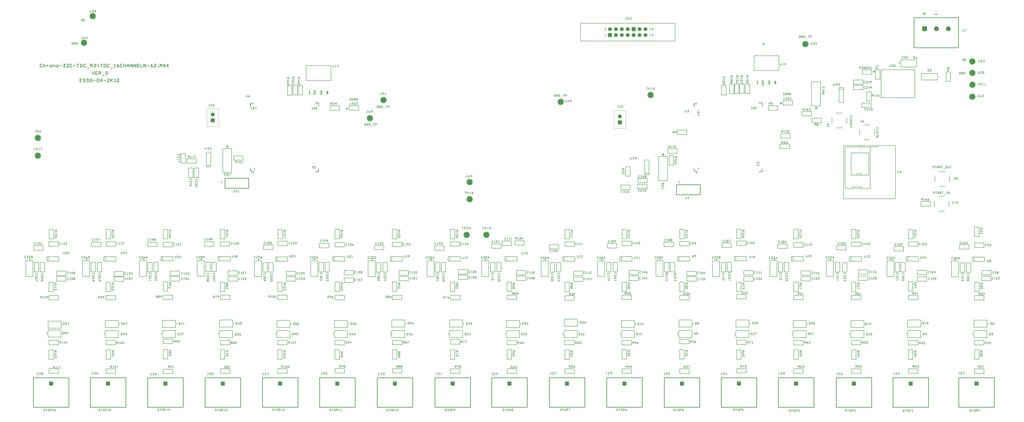
<source format=gbr>
*
G04 Mass Parameters ***
*
G04 Image ***
*
%INTDC_16SST.GBR*%
%ICAS*%
%MOIN*%
%IPPOS*%
%ASAXBY*%
G74*%FSLAN2X34Y34*%
*
G04 Aperture Definitions ***
*
%ADD10C,0.2000*%
%ADD11C,0.5118*%
%ADD12R,0.0800X0.0800*%
%ADD13R,0.1050X0.1200*%
%ADD14R,0.0500X0.0500*%
%ADD15R,0.0790X0.0790*%
%ADD16R,0.0600X0.0800*%
%ADD17C,0.0750*%
%ADD18C,0.0700*%
%ADD19R,0.0700X0.0700*%
%ADD20C,0.0350*%
%ADD21R,0.0350X0.0350*%
%ADD22C,0.0650*%
%ADD23R,0.0600X0.0600*%
%ADD24O,0.0500X0.1500*%
%ADD25R,0.0500X0.1500*%
%ADD26C,0.0920*%
%ADD27C,0.0580*%
%ADD28C,0.0800*%
%ADD29R,0.0520X0.0500*%
%ADD30O,0.0700X0.0110*%
%ADD31R,0.0700X0.0110*%
%ADD32O,0.0110X0.0700*%
%ADD33R,0.0110X0.0700*%
%ADD34O,0.0250X0.0940*%
%ADD35R,0.0250X0.0940*%
%ADD36C,0.0600*%
%ADD37O,0.0860X0.0250*%
%ADD38R,0.0860X0.0250*%
%ADD39R,0.0866X0.1023*%
%ADD40R,0.0580X0.0580*%
%ADD41C,0.0220*%
%ADD42C,0.0300*%
%ADD43C,0.0160*%
%ADD44C,0.0080*%
%ADD45C,0.0120*%
%ADD46C,0.0220*%
%ADD47C,0.0100*%
%ADD48C,0.0150*%
%ADD49C,0.0200*%
%ADD50C,0.0500*%
%ADD51C,0.0400*%
%ADD52C,0.0220*%
%ADD53C,0.0060*%
%ADD54C,0.2000*%
%ADD55C,0.5118*%
%ADD56R,0.0800X0.0800*%
%ADD57R,0.1200X0.1050*%
%ADD58R,0.0500X0.0500*%
%ADD59R,0.0600X0.0600*%
%ADD60C,0.0750*%
%ADD61C,0.0700*%
%ADD62R,0.0700X0.0700*%
%ADD63C,0.0350*%
%ADD64R,0.0350X0.0350*%
%ADD65C,0.0650*%
%ADD66C,0.0920*%
%ADD67C,0.0580*%
%ADD68C,0.0800*%
%ADD69O,0.0650X0.0160*%
%ADD70R,0.0650X0.0160*%
%ADD71O,0.0900X0.0160*%
%ADD72R,0.0900X0.0160*%
%ADD73C,0.0600*%
%ADD74R,0.0580X0.0580*%
%ADD75C,0.0220*%
%ADD76C,0.0220*%
%ADD77C,0.0250*%
%ADD78C,0.0010*%
%ADD79C,0.0500*%
%ADD80C,0.0500*%
%ADD81R,0.1050X0.1200*%
%ADD82R,0.0790X0.0790*%
%ADD83R,0.0600X0.0800*%
%ADD84C,0.0370*%
%ADD85R,0.0370X0.0370*%
%ADD86R,0.0650X0.0650*%
%ADD87O,0.0500X0.1500*%
%ADD88R,0.0500X0.1500*%
%ADD89C,0.0620*%
%ADD90C,0.0900*%
%ADD91R,0.0520X0.0500*%
%ADD92O,0.0700X0.0110*%
%ADD93R,0.0700X0.0110*%
%ADD94O,0.0110X0.0700*%
%ADD95R,0.0110X0.0700*%
%ADD96O,0.0250X0.0940*%
%ADD97R,0.0250X0.0940*%
%ADD98O,0.0860X0.0250*%
%ADD99R,0.0860X0.0250*%
%ADD100R,0.0945X0.1102*%
%ADD101C,0.0550*%
%ADD102C,0.0550*%
%ADD103C,0.0050*%
*
G04 Plot Data ***
*
G54D44*
G01X0135559Y0062203D02*
X0135503Y0062258D01*
X0135475Y0062314D01*
Y0062425D01*
X0135503Y0062480D01*
X0135559Y0062536D01*
X0135614D01*
X0135670Y0062480D01*
X0135698Y0062425D01*
Y0062314D01*
X0135670Y0062258D01*
X0135614Y0062203D01*
X0135559D01*
X0135065Y0062258D02*
X0135093Y0062203D01*
X0135260D01*
X0135288Y0062258D01*
Y0062369D01*
X0135232Y0062425D01*
X0135065D01*
Y0062536D01*
X0135288D01*
X0134683Y0062314D02*
Y0062258D01*
X0134711Y0062203D01*
X0134822D01*
X0134850Y0062258D01*
Y0062536D01*
X0134878D02*
X0134767D01*
X0077562Y0037089D02*
X0077590Y0037145D01*
Y0037200D01*
X0077562Y0037256D01*
X0077395D01*
X0077368Y0037200D01*
Y0037145D01*
X0077395Y0037089D01*
X0077562D01*
X0077590Y0037034D01*
Y0036978D01*
X0077562Y0036923D01*
X0077395D01*
X0077368Y0036978D01*
Y0037034D01*
X0077395Y0037089D01*
X0077180Y0036923D02*
X0077069D01*
X0077124D02*
Y0037256D01*
X0077069Y0037200D01*
X0076603Y0037089D02*
X0076770D01*
X0076825Y0037145D01*
Y0037200D01*
X0076770Y0037256D01*
X0076603D01*
Y0036923D01*
X0076304D02*
Y0037256D01*
X0076415D02*
X0076193D01*
X0080532Y0031089D02*
X0080365D01*
X0080338Y0031145D01*
Y0031200D01*
X0080365Y0031256D01*
X0080532D01*
X0080560Y0031200D01*
Y0031145D01*
X0080449Y0030923D01*
X0080150D02*
X0080039D01*
X0080094D02*
Y0031256D01*
X0080039Y0031200D01*
X0079573Y0031089D02*
X0079740D01*
X0079795Y0031145D01*
Y0031200D01*
X0079740Y0031256D01*
X0079573D01*
Y0030923D01*
X0079274D02*
Y0031256D01*
X0079385D02*
X0079163D01*
X0108151Y0054563D02*
X0108095Y0054618D01*
X0108068Y0054674D01*
Y0054785D01*
X0108095Y0054840D01*
X0108151Y0054896D01*
X0108207D01*
X0108262Y0054840D01*
X0108290Y0054785D01*
Y0054674D01*
X0108262Y0054618D01*
X0108207Y0054563D01*
X0108151D01*
X0107880D02*
X0107769D01*
X0107824D02*
Y0054896D01*
X0107769Y0054840D01*
X0107303Y0054729D02*
X0107470D01*
X0107525Y0054785D01*
Y0054840D01*
X0107470Y0054896D01*
X0107303D01*
Y0054563D01*
X0107004D02*
Y0054896D01*
X0107115D02*
X0106893D01*
X0130483Y0058859D02*
X0130261D01*
X0130372Y0059081D01*
X0130427D01*
Y0058748D01*
X0130073D02*
X0129962D01*
X0130017D02*
Y0059081D01*
X0129962Y0059025D01*
X0129524Y0058859D02*
Y0058803D01*
X0129552Y0058748D01*
X0129663D01*
X0129691Y0058803D01*
Y0059081D01*
X0129719D02*
X0129608D01*
X0062872Y0053713D02*
X0062761D01*
X0062816D02*
Y0054046D01*
X0062761Y0053990D01*
X0062295Y0053768D02*
X0062323Y0053713D01*
X0062490D01*
X0062518Y0053768D01*
Y0053879D01*
X0062462Y0053935D01*
X0062295D01*
Y0054046D01*
X0062518D01*
X0061913Y0053824D02*
Y0053768D01*
X0061941Y0053713D01*
X0062052D01*
X0062080Y0053768D01*
Y0054046D01*
X0062108D02*
X0061997D01*
X0094208Y0052624D02*
X0093985D01*
X0094096Y0052846D01*
X0094152D01*
Y0052513D01*
X0093603Y0052679D02*
X0093770D01*
X0093798Y0052624D01*
Y0052568D01*
X0093770Y0052513D01*
X0093603D01*
X0093575Y0052568D01*
Y0052624D01*
X0093686Y0052846D01*
X0093193Y0052624D02*
Y0052568D01*
X0093221Y0052513D01*
X0093332D01*
X0093360Y0052568D01*
Y0052846D01*
X0093388D02*
X0093277D01*
X0114070Y0036239D02*
X0113903D01*
X0113875Y0036295D01*
Y0036350D01*
X0113903Y0036406D01*
X0114070D01*
X0114098Y0036350D01*
Y0036295D01*
X0113986Y0036073D01*
X0113493Y0036184D02*
Y0036128D01*
X0113521Y0036073D01*
X0113632D01*
X0113660Y0036128D01*
Y0036406D01*
X0113688D02*
X0113577D01*
X0160791Y0064453D02*
X0160958Y0064786D01*
X0160735D01*
X0160353Y0064564D02*
Y0064508D01*
X0160381Y0064453D01*
X0160492D01*
X0160520Y0064508D01*
Y0064786D01*
X0160548D02*
X0160437D01*
X0077380Y0039919D02*
X0077213D01*
X0077185Y0039975D01*
Y0040030D01*
X0077213Y0040086D01*
X0077380D01*
X0077408Y0040030D01*
Y0039975D01*
X0077296Y0039753D01*
X0076998Y0039864D02*
X0076775D01*
X0076886Y0040086D01*
X0076942D01*
Y0039753D01*
X0076393Y0039864D02*
Y0039808D01*
X0076421Y0039753D01*
X0076532D01*
X0076560Y0039808D01*
Y0040086D01*
X0076588D02*
X0076477D01*
X0004563Y0044313D02*
X0004730Y0044646D01*
X0004508D01*
X0004320Y0044313D02*
X0004209D01*
X0004264D02*
Y0044646D01*
X0004209Y0044590D01*
X0003743Y0044479D02*
X0003910D01*
X0003965Y0044535D01*
Y0044590D01*
X0003910Y0044646D01*
X0003743D01*
Y0044313D01*
X0003444D02*
Y0044646D01*
X0003555D02*
X0003333D01*
X0159413Y0035312D02*
X0159358Y0035368D01*
X0159330Y0035424D01*
Y0035535D01*
X0159358Y0035590D01*
X0159413Y0035646D01*
X0159469D01*
X0159524Y0035590D01*
X0159552Y0035535D01*
Y0035424D01*
X0159524Y0035368D01*
X0159469Y0035312D01*
X0159413D01*
X0159142D02*
X0159031D01*
X0159086D02*
Y0035646D01*
X0159031Y0035590D01*
X0158593Y0035424D02*
Y0035368D01*
X0158621Y0035312D01*
X0158732D01*
X0158760Y0035368D01*
Y0035646D01*
X0158788D02*
X0158677D01*
X0120339Y0006323D02*
X0120283Y0006378D01*
X0120255Y0006434D01*
Y0006545D01*
X0120283Y0006600D01*
X0120339Y0006656D01*
X0120394D01*
X0120450Y0006600D01*
X0120478Y0006545D01*
Y0006434D01*
X0120450Y0006378D01*
X0120394Y0006323D01*
X0120339D01*
X0119845Y0006378D02*
X0119901Y0006323D01*
X0120012D01*
X0120068Y0006378D01*
Y0006434D01*
X0119956Y0006545D01*
X0120068Y0006656D01*
X0119845D01*
X0119463Y0006434D02*
Y0006378D01*
X0119491Y0006323D01*
X0119602D01*
X0119630Y0006378D01*
Y0006656D01*
X0119658D02*
X0119547D01*
X0164204Y0055263D02*
X0164093D01*
X0164149D02*
Y0055596D01*
X0164093Y0055540D01*
X0163850Y0055263D02*
X0163739D01*
X0163794D02*
Y0055596D01*
X0163739Y0055540D01*
X0163273Y0055429D02*
X0163440D01*
X0163495Y0055485D01*
Y0055540D01*
X0163440Y0055596D01*
X0163273D01*
Y0055263D01*
X0162974D02*
Y0055596D01*
X0163085D02*
X0162863D01*
X0163745Y0057338D02*
X0163773Y0057283D01*
X0163940D01*
X0163968Y0057338D01*
Y0057449D01*
X0163912Y0057505D01*
X0163745D01*
Y0057616D01*
X0163968D01*
X0163335Y0057338D02*
X0163363Y0057283D01*
X0163530D01*
X0163558Y0057338D01*
Y0057449D01*
X0163502Y0057505D01*
X0163335D01*
Y0057616D01*
X0163558D01*
X0162953Y0057394D02*
Y0057338D01*
X0162981Y0057283D01*
X0163092D01*
X0163120Y0057338D01*
Y0057616D01*
X0163148D02*
X0163037D01*
X0163835Y0059268D02*
X0163891Y0059213D01*
X0164002D01*
X0164058Y0059268D01*
Y0059324D01*
X0163946Y0059435D01*
X0164058Y0059546D01*
X0163835D01*
X0163425Y0059268D02*
X0163453Y0059213D01*
X0163620D01*
X0163648Y0059268D01*
Y0059379D01*
X0163592Y0059435D01*
X0163425D01*
Y0059546D01*
X0163648D01*
X0163043Y0059324D02*
Y0059268D01*
X0163071Y0059213D01*
X0163182D01*
X0163210Y0059268D01*
Y0059546D01*
X0163238D02*
X0163127D01*
X0105221Y0042906D02*
X0104999D01*
X0105110Y0043129D01*
X0105166D01*
Y0042795D01*
X0104589Y0042851D02*
X0104644Y0042795D01*
X0104756D01*
X0104811Y0042851D01*
Y0042906D01*
X0104700Y0043018D01*
X0104811Y0043129D01*
X0104589D01*
X0104401D02*
Y0042851D01*
X0104373Y0042795D01*
X0104207D01*
X0104179Y0042851D01*
Y0043129D01*
X0137666Y0048828D02*
Y0048605D01*
X0137444Y0048716D01*
Y0048772D01*
X0137777D01*
X0137666Y0048223D02*
X0137722D01*
X0137777Y0048251D01*
Y0048362D01*
X0137722Y0048390D01*
X0137444D01*
Y0048418D02*
Y0048307D01*
X0033137Y0044642D02*
X0033303D01*
X0033331Y0044586D01*
Y0044531D01*
X0033303Y0044475D01*
X0033137D01*
X0033109Y0044531D01*
Y0044586D01*
X0033220Y0044809D01*
X0032699Y0044531D02*
X0032754Y0044475D01*
X0032866D01*
X0032921Y0044531D01*
Y0044586D01*
X0032810Y0044698D01*
X0032921Y0044809D01*
X0032699D01*
X0032511D02*
Y0044531D01*
X0032483Y0044475D01*
X0032317D01*
X0032289Y0044531D01*
Y0044809D01*
X0004353Y0047559D02*
X0004520D01*
X0004548Y0047504D01*
Y0047448D01*
X0004520Y0047393D01*
X0004353D01*
X0004325Y0047448D01*
Y0047504D01*
X0004436Y0047726D01*
X0003943Y0047559D02*
X0004110D01*
X0004138Y0047504D01*
Y0047448D01*
X0004110Y0047393D01*
X0003943D01*
X0003915Y0047448D01*
Y0047504D01*
X0004026Y0047726D01*
X0003533Y0047504D02*
Y0047448D01*
X0003561Y0047393D01*
X0003672D01*
X0003700Y0047448D01*
Y0047726D01*
X0003728D02*
X0003617D01*
X0012239Y0063173D02*
X0012183Y0063228D01*
X0012155Y0063284D01*
Y0063395D01*
X0012183Y0063450D01*
X0012239Y0063506D01*
X0012294D01*
X0012350Y0063450D01*
X0012378Y0063395D01*
Y0063284D01*
X0012350Y0063228D01*
X0012294Y0063173D01*
X0012239D01*
X0011773Y0063339D02*
X0011940D01*
X0011968Y0063284D01*
Y0063228D01*
X0011940Y0063173D01*
X0011773D01*
X0011745Y0063228D01*
Y0063284D01*
X0011856Y0063506D01*
X0011363Y0063284D02*
Y0063228D01*
X0011391Y0063173D01*
X0011502D01*
X0011530Y0063228D01*
Y0063506D01*
X0011558D02*
X0011447D01*
X0033678Y0006353D02*
X0033455D01*
X0033678Y0006575D01*
Y0006630D01*
X0033650Y0006686D01*
X0033483D01*
X0033455Y0006630D01*
X0033045Y0006408D02*
X0033101Y0006353D01*
X0033212D01*
X0033268Y0006408D01*
Y0006464D01*
X0033156Y0006575D01*
X0033268Y0006686D01*
X0033045D01*
X0032663Y0006464D02*
Y0006408D01*
X0032691Y0006353D01*
X0032802D01*
X0032830Y0006408D01*
Y0006686D01*
X0032858D02*
X0032747D01*
X0024038Y0006394D02*
X0023815D01*
X0023926Y0006616D01*
X0023982D01*
Y0006283D01*
X0023405Y0006338D02*
X0023461Y0006283D01*
X0023572D01*
X0023628Y0006338D01*
Y0006394D01*
X0023516Y0006505D01*
X0023628Y0006616D01*
X0023405D01*
X0023023Y0006394D02*
Y0006338D01*
X0023051Y0006283D01*
X0023162D01*
X0023190Y0006338D01*
Y0006616D01*
X0023218D02*
X0023107D01*
X0013838Y0067794D02*
X0013615D01*
X0013726Y0068016D01*
X0013782D01*
Y0067683D01*
X0013205Y0067738D02*
X0013233Y0067683D01*
X0013400D01*
X0013428Y0067738D01*
Y0067849D01*
X0013372Y0067905D01*
X0013205D01*
Y0068016D01*
X0013428D01*
X0012823Y0067794D02*
Y0067738D01*
X0012851Y0067683D01*
X0012962D01*
X0012990Y0067738D01*
Y0068016D01*
X0013018D02*
X0012907D01*
X0060345Y0050758D02*
X0060373Y0050703D01*
X0060540D01*
X0060568Y0050758D01*
Y0050869D01*
X0060512Y0050925D01*
X0060345D01*
Y0051036D01*
X0060568D01*
X0059963Y0050869D02*
X0060130D01*
X0060158Y0050814D01*
Y0050758D01*
X0060130Y0050703D01*
X0059963D01*
X0059935Y0050758D01*
Y0050814D01*
X0060046Y0051036D01*
X0059553Y0050814D02*
Y0050758D01*
X0059581Y0050703D01*
X0059692D01*
X0059720Y0050758D01*
Y0051036D01*
X0059748D02*
X0059637D01*
X0013953Y0006579D02*
X0014120D01*
X0014148Y0006524D01*
Y0006468D01*
X0014120Y0006413D01*
X0013953D01*
X0013925Y0006468D01*
Y0006524D01*
X0014036Y0006746D01*
X0013515Y0006468D02*
X0013571Y0006413D01*
X0013682D01*
X0013738Y0006468D01*
Y0006524D01*
X0013626Y0006635D01*
X0013738Y0006746D01*
X0013515D01*
X0013133Y0006524D02*
Y0006468D01*
X0013161Y0006413D01*
X0013272D01*
X0013300Y0006468D01*
Y0006746D01*
X0013328D02*
X0013217D01*
X0139317Y0055338D02*
X0139344Y0055282D01*
X0139511D01*
X0139539Y0055338D01*
Y0055449D01*
X0139483Y0055505D01*
X0139317D01*
Y0055616D01*
X0139539D01*
X0138907Y0055338D02*
X0138962Y0055282D01*
X0139073D01*
X0139129Y0055338D01*
Y0055393D01*
X0139018Y0055505D01*
X0139129Y0055616D01*
X0138907D01*
X0138719D02*
Y0055338D01*
X0138691Y0055282D01*
X0138524D01*
X0138497Y0055338D01*
Y0055616D01*
X0100091Y0064632D02*
X0099869D01*
X0100091Y0064855D01*
Y0064910D01*
X0100063Y0064966D01*
X0099897D01*
X0099869Y0064910D01*
X0143473Y0049249D02*
X0143640D01*
X0143668Y0049194D01*
Y0049138D01*
X0143640Y0049082D01*
X0143473D01*
X0143445Y0049138D01*
Y0049194D01*
X0143556Y0049416D01*
X0143063Y0049194D02*
Y0049138D01*
X0143091Y0049082D01*
X0143202D01*
X0143230Y0049138D01*
Y0049416D01*
X0143258D02*
X0143147D01*
X0072252Y0006343D02*
X0072141D01*
X0072196D02*
Y0006676D01*
X0072141Y0006620D01*
X0071675Y0006398D02*
X0071731Y0006343D01*
X0071842D01*
X0071898Y0006398D01*
Y0006454D01*
X0071786Y0006565D01*
X0071898Y0006676D01*
X0071675D01*
X0071293Y0006454D02*
Y0006398D01*
X0071321Y0006343D01*
X0071432D01*
X0071460Y0006398D01*
Y0006676D01*
X0071488D02*
X0071377D01*
X0062375Y0006358D02*
X0062431Y0006303D01*
X0062542D01*
X0062598Y0006358D01*
Y0006414D01*
X0062486Y0006525D01*
X0062598Y0006636D01*
X0062375D01*
X0061965Y0006358D02*
X0062021Y0006303D01*
X0062132D01*
X0062188Y0006358D01*
Y0006414D01*
X0062076Y0006525D01*
X0062188Y0006636D01*
X0061965D01*
X0061583Y0006414D02*
Y0006358D01*
X0061611Y0006303D01*
X0061722D01*
X0061750Y0006358D01*
Y0006636D01*
X0061778D02*
X0061667D01*
X0052685Y0006448D02*
X0052713Y0006393D01*
X0052880D01*
X0052908Y0006448D01*
Y0006559D01*
X0052852Y0006615D01*
X0052685D01*
Y0006726D01*
X0052908D01*
X0052275Y0006448D02*
X0052331Y0006393D01*
X0052442D01*
X0052498Y0006448D01*
Y0006504D01*
X0052386Y0006615D01*
X0052498Y0006726D01*
X0052275D01*
X0051893Y0006504D02*
Y0006448D01*
X0051921Y0006393D01*
X0052032D01*
X0052060Y0006448D01*
Y0006726D01*
X0052088D02*
X0051977D01*
X0042831Y0006283D02*
X0042998Y0006616D01*
X0042775D01*
X0042365Y0006338D02*
X0042421Y0006283D01*
X0042532D01*
X0042588Y0006338D01*
Y0006394D01*
X0042476Y0006505D01*
X0042588Y0006616D01*
X0042365D01*
X0041983Y0006394D02*
Y0006338D01*
X0042011Y0006283D01*
X0042122D01*
X0042150Y0006338D01*
Y0006616D01*
X0042178D02*
X0042067D01*
X0110655Y0006428D02*
X0110711Y0006373D01*
X0110822D01*
X0110878Y0006428D01*
Y0006484D01*
X0110766Y0006595D01*
X0110878Y0006706D01*
X0110655D01*
X0110468Y0006373D02*
X0110245D01*
X0110468Y0006595D01*
Y0006650D01*
X0110440Y0006706D01*
X0110273D01*
X0110245Y0006650D01*
X0109863Y0006484D02*
Y0006428D01*
X0109891Y0006373D01*
X0110002D01*
X0110030Y0006428D01*
Y0006706D01*
X0110058D02*
X0109947D01*
X0100845Y0006498D02*
X0100873Y0006443D01*
X0101040D01*
X0101068Y0006498D01*
Y0006609D01*
X0101012Y0006665D01*
X0100845D01*
Y0006776D01*
X0101068D01*
X0100658Y0006443D02*
X0100435D01*
X0100658Y0006665D01*
Y0006720D01*
X0100630Y0006776D01*
X0100463D01*
X0100435Y0006720D01*
X0100053Y0006554D02*
Y0006498D01*
X0100081Y0006443D01*
X0100192D01*
X0100220Y0006498D01*
Y0006776D01*
X0100248D02*
X0100137D01*
X0163665Y0053388D02*
X0163721Y0053333D01*
X0163832D01*
X0163888Y0053388D01*
Y0053444D01*
X0163776Y0053555D01*
X0163888Y0053666D01*
X0163665D01*
X0163283Y0053499D02*
X0163450D01*
X0163478Y0053444D01*
Y0053388D01*
X0163450Y0053333D01*
X0163283D01*
X0163255Y0053388D01*
Y0053444D01*
X0163366Y0053666D01*
X0162873Y0053444D02*
Y0053388D01*
X0162901Y0053333D01*
X0163012D01*
X0163040Y0053388D01*
Y0053666D01*
X0163068D02*
X0162957D01*
X0159470Y0039529D02*
X0159498Y0039585D01*
Y0039640D01*
X0159470Y0039696D01*
X0159303D01*
X0159275Y0039640D01*
Y0039585D01*
X0159303Y0039529D01*
X0159470D01*
X0159498Y0039474D01*
Y0039418D01*
X0159470Y0039362D01*
X0159303D01*
X0159275Y0039418D01*
Y0039474D01*
X0159303Y0039529D01*
X0158893Y0039474D02*
Y0039418D01*
X0158921Y0039362D01*
X0159032D01*
X0159060Y0039418D01*
Y0039696D01*
X0159088D02*
X0158977D01*
X0091471Y0006393D02*
X0091638Y0006726D01*
X0091415D01*
X0091228Y0006393D02*
X0091005D01*
X0091228Y0006615D01*
Y0006670D01*
X0091200Y0006726D01*
X0091033D01*
X0091005Y0006670D01*
X0090623Y0006504D02*
Y0006448D01*
X0090651Y0006393D01*
X0090762D01*
X0090790Y0006448D01*
Y0006726D01*
X0090818D02*
X0090707D01*
X0107834Y0063688D02*
X0107890Y0063632D01*
X0108001D01*
X0108057Y0063688D01*
Y0063744D01*
X0107945Y0063855D01*
X0108057Y0063966D01*
X0107834D01*
X0107647Y0063632D02*
X0107535D01*
X0107591D02*
Y0063966D01*
X0107535Y0063910D01*
X0108057Y0064744D02*
X0107834D01*
X0107945Y0064966D01*
X0108001D01*
Y0064632D01*
X0107647D02*
X0107535D01*
X0107591D02*
Y0064966D01*
X0107535Y0064910D01*
X0104358Y0066423D02*
X0104135D01*
X0104358Y0066645D01*
Y0066700D01*
X0104330Y0066756D01*
X0104163D01*
X0104135Y0066700D01*
X0103725Y0066478D02*
X0103753Y0066423D01*
X0103920D01*
X0103948Y0066478D01*
Y0066589D01*
X0103892Y0066645D01*
X0103725D01*
Y0066756D01*
X0103948D01*
X0103343Y0066534D02*
Y0066478D01*
X0103371Y0066423D01*
X0103482D01*
X0103510Y0066478D01*
Y0066756D01*
X0103538D02*
X0103427D01*
X0054686Y0058368D02*
X0054853Y0058701D01*
X0054631D01*
X0054443Y0058368D02*
X0054332D01*
X0054387D02*
Y0058701D01*
X0054332Y0058645D01*
X0053894Y0058479D02*
Y0058423D01*
X0053922Y0058368D01*
X0054033D01*
X0054061Y0058423D01*
Y0058701D01*
X0054089D02*
X0053978D01*
X0149959Y0040562D02*
X0149737D01*
X0149848Y0040785D01*
X0149903D01*
Y0040451D01*
X0149438D02*
Y0040618D01*
X0149549Y0040785D02*
X0149465Y0040618D01*
X0149410D01*
X0149327Y0040785D01*
X0081720Y0006459D02*
X0081553D01*
X0081525Y0006515D01*
Y0006570D01*
X0081553Y0006626D01*
X0081720D01*
X0081748Y0006570D01*
Y0006515D01*
X0081636Y0006293D01*
X0081338D02*
X0081115D01*
X0081338Y0006515D01*
Y0006570D01*
X0081310Y0006626D01*
X0081143D01*
X0081115Y0006570D01*
X0080733Y0006404D02*
Y0006348D01*
X0080761Y0006293D01*
X0080872D01*
X0080900Y0006348D01*
Y0006626D01*
X0080928D02*
X0080817D01*
X0160658Y0006453D02*
X0160435D01*
X0160658Y0006675D01*
Y0006730D01*
X0160630Y0006786D01*
X0160463D01*
X0160435Y0006730D01*
X0160248Y0006453D02*
X0160025D01*
X0160248Y0006675D01*
Y0006730D01*
X0160220Y0006786D01*
X0160053D01*
X0160025Y0006730D01*
X0159643Y0006564D02*
Y0006508D01*
X0159671Y0006453D01*
X0159782D01*
X0159810Y0006508D01*
Y0006786D01*
X0159838D02*
X0159727D01*
X0149698Y0006484D02*
X0149475D01*
X0149586Y0006706D01*
X0149642D01*
Y0006373D01*
X0149288D02*
X0149065D01*
X0149288Y0006595D01*
Y0006650D01*
X0149260Y0006706D01*
X0149093D01*
X0149065Y0006650D01*
X0148683Y0006484D02*
Y0006428D01*
X0148711Y0006373D01*
X0148822D01*
X0148850Y0006428D01*
Y0006706D01*
X0148878D02*
X0148767D01*
X0139853Y0006489D02*
X0140020D01*
X0140048Y0006434D01*
Y0006378D01*
X0140020Y0006323D01*
X0139853D01*
X0139825Y0006378D01*
Y0006434D01*
X0139936Y0006656D01*
X0139638Y0006323D02*
X0139415D01*
X0139638Y0006545D01*
Y0006600D01*
X0139610Y0006656D01*
X0139443D01*
X0139415Y0006600D01*
X0139033Y0006434D02*
Y0006378D01*
X0139061Y0006323D01*
X0139172D01*
X0139200Y0006378D01*
Y0006656D01*
X0139228D02*
X0139117D01*
X0130230Y0006579D02*
X0130258Y0006635D01*
Y0006690D01*
X0130230Y0006746D01*
X0130063D01*
X0130035Y0006690D01*
Y0006635D01*
X0130063Y0006579D01*
X0130230D01*
X0130258Y0006524D01*
Y0006468D01*
X0130230Y0006413D01*
X0130063D01*
X0130035Y0006468D01*
Y0006524D01*
X0130063Y0006579D01*
X0129848Y0006413D02*
X0129625D01*
X0129848Y0006635D01*
Y0006690D01*
X0129820Y0006746D01*
X0129653D01*
X0129625Y0006690D01*
X0129243Y0006524D02*
Y0006468D01*
X0129271Y0006413D01*
X0129382D01*
X0129410Y0006468D01*
Y0006746D01*
X0129438D02*
X0129327D01*
X0004850Y0006519D02*
X0004878Y0006575D01*
Y0006630D01*
X0004850Y0006686D01*
X0004683D01*
X0004655Y0006630D01*
Y0006575D01*
X0004683Y0006519D01*
X0004850D01*
X0004878Y0006464D01*
Y0006408D01*
X0004850Y0006353D01*
X0004683D01*
X0004655Y0006408D01*
Y0006464D01*
X0004683Y0006519D01*
X0004245Y0006408D02*
X0004301Y0006353D01*
X0004412D01*
X0004468Y0006408D01*
Y0006464D01*
X0004356Y0006575D01*
X0004468Y0006686D01*
X0004245D01*
X0003863Y0006464D02*
Y0006408D01*
X0003891Y0006353D01*
X0004002D01*
X0004030Y0006408D01*
Y0006686D01*
X0004058D02*
X0003947D01*
X0077057Y0030973D02*
X0077001Y0031028D01*
X0076973Y0031084D01*
Y0031195D01*
X0077001Y0031250D01*
X0077057Y0031306D01*
X0077112D01*
X0077168Y0031250D01*
X0077195Y0031195D01*
Y0031084D01*
X0077168Y0031028D01*
X0077112Y0030973D01*
X0077057D01*
X0076785D02*
X0076563D01*
X0076785Y0031195D01*
Y0031250D01*
X0076758Y0031306D01*
X0076591D01*
X0076563Y0031250D01*
X0076153Y0031139D02*
X0076320D01*
X0076375Y0031195D01*
Y0031250D01*
X0076320Y0031306D01*
X0076153D01*
Y0030973D01*
X0075854D02*
Y0031306D01*
X0075965D02*
X0075743D01*
X0100036Y0063632D02*
X0099924D01*
X0099980D02*
Y0063966D01*
X0099924Y0063910D01*
X0146569Y0054581D02*
Y0057928D01*
X0152278D01*
Y0053203D01*
X0146569D01*
Y0054581D01*
X0082980Y0025585D02*
X0085030Y0025580D01*
Y0026335D01*
X0082980D01*
Y0025585D01*
X0083230D02*
Y0026335D01*
X0162020Y0025495D02*
X0164070Y0025490D01*
Y0026245D01*
X0162020D01*
Y0025495D01*
X0162270D02*
Y0026245D01*
X0053870Y0025555D02*
X0055920Y0025550D01*
Y0026305D01*
X0053870D01*
Y0025555D01*
X0054120D02*
Y0026305D01*
X0005500Y0025555D02*
X0007550Y0025550D01*
Y0026305D01*
X0005500D01*
Y0025555D01*
X0005750D02*
Y0026305D01*
X0141210Y0025545D02*
X0143260Y0025540D01*
Y0026295D01*
X0141210D01*
Y0025545D01*
X0141460D02*
Y0026295D01*
X0015150Y0025555D02*
X0017200Y0025550D01*
Y0026305D01*
X0015150D01*
Y0025555D01*
X0015400D02*
Y0026305D01*
X0063580Y0025545D02*
X0065630Y0025540D01*
Y0026295D01*
X0063580D01*
Y0025545D01*
X0063830D02*
Y0026295D01*
X0044200Y0025535D02*
X0046250Y0025530D01*
Y0026285D01*
X0044200D01*
Y0025535D01*
X0044450D02*
Y0026285D01*
X0092750Y0025555D02*
X0094800Y0025550D01*
Y0026305D01*
X0092750D01*
Y0025555D01*
X0093000D02*
Y0026305D01*
X0131420Y0025575D02*
X0133470Y0025570D01*
Y0026325D01*
X0131420D01*
Y0025575D01*
X0131670D02*
Y0026325D01*
X0121770Y0025595D02*
X0123820Y0025590D01*
Y0026345D01*
X0121770D01*
Y0025595D01*
X0122020D02*
Y0026345D01*
X0073380Y0025555D02*
X0075430Y0025550D01*
Y0026305D01*
X0073380D01*
Y0025555D01*
X0073630D02*
Y0026305D01*
X0112170Y0025565D02*
X0114220Y0025560D01*
Y0026315D01*
X0112170D01*
Y0025565D01*
X0112420D02*
Y0026315D01*
X0024840Y0025595D02*
X0026890Y0025590D01*
Y0026345D01*
X0024840D01*
Y0025595D01*
X0025090D02*
Y0026345D01*
X0034490Y0025595D02*
X0036540Y0025590D01*
Y0026345D01*
X0034490D01*
Y0025595D01*
X0034740D02*
Y0026345D01*
X0150840Y0025555D02*
X0152890Y0025550D01*
Y0026305D01*
X0150840D01*
Y0025555D01*
X0151090D02*
Y0026305D01*
X0102410Y0025555D02*
X0104460Y0025550D01*
Y0026305D01*
X0102410D01*
Y0025555D01*
X0102660D02*
Y0026305D01*
X0053570Y0056130D02*
X0049370D01*
Y0058630D01*
X0053570D01*
Y0056130D01*
X0155660Y0038970D02*
Y0039970D01*
X0139485Y0054640D02*
X0140235D01*
X0149000Y0036110D02*
X0140250D01*
Y0045110D01*
X0149000D01*
Y0036110D01*
X0157410Y0038220D02*
X0156410D01*
X0107345Y0040410D02*
X0106595D01*
X0156320Y0036500D02*
X0157320D01*
X0143250Y0040110D02*
Y0040360D01*
X0142500D01*
Y0040110D01*
X0129310Y0057820D02*
X0125110D01*
Y0060320D01*
X0129310D01*
Y0057820D01*
X0144500Y0044860D02*
X0146000D01*
X0141500Y0040110D02*
X0144500D01*
Y0043860D01*
X0141500D01*
Y0040110D01*
X0141750Y0037860D02*
Y0038110D01*
X0143250D01*
Y0037860D01*
X0140500D02*
X0144750D01*
Y0044860D01*
X0140500D01*
Y0037860D01*
X0158070Y0035750D02*
Y0034750D01*
X0095730Y0065800D02*
X0111730D01*
Y0062800D01*
X0095730D01*
Y0065800D01*
X0099730D01*
X0157320Y0034000D02*
X0156320D01*
X0155570Y0034750D02*
Y0035750D01*
X0139485Y0054890D02*
Y0052390D01*
X0140235D01*
Y0054890D01*
X0139485D01*
X0107345Y0040160D02*
Y0042660D01*
X0106595D01*
Y0040160D01*
X0107345D01*
X0033245Y0041510D02*
Y0044010D01*
X0032495D01*
Y0041510D01*
X0033245D01*
X0139010Y0050590D02*
X0140010D01*
X0138260Y0048840D02*
Y0049840D01*
X0140010Y0048090D02*
X0139010D01*
X0140760Y0049840D02*
Y0048840D01*
X0145430Y0047850D02*
Y0046850D01*
X0143680Y0048600D02*
X0144680D01*
X0142930Y0046850D02*
Y0047850D01*
X0144680Y0046100D02*
X0143680D01*
X0158160Y0039970D02*
Y0038970D01*
X0143250Y0045110D02*
Y0044860D01*
X0033245Y0041760D02*
X0032495D01*
X0156410Y0040720D02*
X0157410D01*
X0146000Y0045060D02*
Y0044860D01*
G54D47*
G01X0015597Y0057138D02*
X0015513Y0057222D01*
X0015472Y0057305D01*
Y0057472D01*
X0015513Y0057555D01*
X0015597Y0057638D01*
X0015680D01*
X0015763Y0057555D01*
X0015805Y0057472D01*
Y0057305D01*
X0015763Y0057222D01*
X0015680Y0057138D01*
X0015597D01*
X0015230Y0056972D02*
X0014897D01*
X0014530Y0057388D02*
X0014655Y0057138D01*
X0014322Y0057388D02*
X0014572D01*
X0014655Y0057472D01*
Y0057555D01*
X0014572Y0057638D01*
X0014322D01*
Y0057138D01*
X0013997Y0057388D02*
X0013747D01*
X0014080Y0057138D02*
X0013747D01*
Y0057638D01*
X0014080D01*
X0013505D02*
Y0057472D01*
X0013338Y0057138D01*
X0013172Y0057472D01*
Y0057638D01*
X0026075Y0058418D02*
X0025825Y0058918D01*
X0026075D02*
X0025825Y0058418D01*
X0025542Y0058585D02*
X0025208D01*
X0025542Y0058418D02*
Y0058668D01*
X0025417Y0058918D01*
X0025333D01*
X0025208Y0058668D01*
Y0058418D01*
X0024967D02*
Y0058918D01*
X0024883Y0058835D01*
X0024800Y0058668D01*
X0024717Y0058835D01*
X0024633Y0058918D01*
Y0058418D01*
X0024308D02*
X0024392D01*
Y0058502D01*
X0024308D01*
Y0058418D01*
X0023983D02*
X0023650D01*
X0023983Y0058752D01*
Y0058835D01*
X0023942Y0058918D01*
X0023692D01*
X0023650Y0058835D01*
X0023117Y0058668D02*
X0023367D01*
X0023408Y0058585D01*
Y0058502D01*
X0023367Y0058418D01*
X0023117D01*
X0023075Y0058502D01*
Y0058585D01*
X0023242Y0058918D01*
X0022833Y0058668D02*
X0022500D01*
X0022258Y0058918D02*
Y0058418D01*
X0022175Y0058502D01*
X0022008Y0058835D01*
X0021925Y0058918D01*
Y0058418D01*
X0021683D02*
X0021392D01*
Y0058918D01*
X0021067Y0058668D02*
X0020817D01*
X0021150Y0058418D02*
X0020817D01*
Y0058918D01*
X0021150D01*
X0020575D02*
Y0058418D01*
X0020492Y0058502D01*
X0020325Y0058835D01*
X0020242Y0058918D01*
Y0058418D01*
X0020000Y0058918D02*
Y0058418D01*
X0019917Y0058502D01*
X0019750Y0058835D01*
X0019667Y0058918D01*
Y0058418D01*
X0019425Y0058585D02*
X0019092D01*
X0019425Y0058418D02*
Y0058668D01*
X0019300Y0058918D01*
X0019217D01*
X0019092Y0058668D01*
Y0058418D01*
X0018850Y0058668D02*
X0018517D01*
X0018850Y0058418D02*
Y0058918D01*
X0018517Y0058418D02*
Y0058918D01*
X0018275Y0058502D02*
X0018233Y0058418D01*
X0017983D01*
X0017942Y0058502D01*
Y0058835D01*
X0017983Y0058918D01*
X0018233D01*
X0018275Y0058835D01*
X0017408Y0058668D02*
X0017658D01*
X0017700Y0058585D01*
Y0058502D01*
X0017658Y0058418D01*
X0017408D01*
X0017367Y0058502D01*
Y0058585D01*
X0017533Y0058918D01*
X0017125Y0058418D02*
X0016958D01*
X0017042D02*
Y0058918D01*
X0016958Y0058835D01*
X0016633Y0058252D02*
X0016300D01*
X0016058Y0058502D02*
X0016017Y0058418D01*
X0015767D01*
X0015725Y0058502D01*
Y0058835D01*
X0015767Y0058918D01*
X0016017D01*
X0016058Y0058835D01*
X0015192Y0058418D02*
Y0058918D01*
X0015150Y0058418D02*
X0015400D01*
X0015483Y0058585D01*
Y0058752D01*
X0015400Y0058918D01*
X0015150D01*
X0014742Y0058418D02*
Y0058918D01*
X0014908D02*
X0014575D01*
X0014333Y0058418D02*
X0014083Y0058918D01*
X0013592Y0058418D02*
X0013508Y0058502D01*
X0013467Y0058585D01*
Y0058752D01*
X0013508Y0058835D01*
X0013592Y0058918D01*
X0013675D01*
X0013758Y0058835D01*
X0013800Y0058752D01*
Y0058585D01*
X0013758Y0058502D01*
X0013675Y0058418D01*
X0013592D01*
X0013100Y0058668D02*
X0013225Y0058418D01*
X0012892Y0058668D02*
X0013142D01*
X0013225Y0058752D01*
Y0058835D01*
X0013142Y0058918D01*
X0012892D01*
Y0058418D01*
X0012650Y0058252D02*
X0012317D01*
X0012075Y0058502D02*
X0012033Y0058418D01*
X0011783D01*
X0011742Y0058502D01*
Y0058835D01*
X0011783Y0058918D01*
X0012033D01*
X0012075Y0058835D01*
X0011208Y0058418D02*
Y0058918D01*
X0011167Y0058418D02*
X0011417D01*
X0011500Y0058585D01*
Y0058752D01*
X0011417Y0058918D01*
X0011167D01*
X0010758Y0058418D02*
Y0058918D01*
X0010925D02*
X0010592D01*
X0010350Y0058668D02*
X0010017D01*
X0009775Y0058502D02*
X0009733Y0058418D01*
X0009483D01*
X0009442Y0058502D01*
Y0058835D01*
X0009483Y0058918D01*
X0009733D01*
X0009775Y0058835D01*
X0009200Y0058418D02*
X0008867D01*
X0009200Y0058752D01*
Y0058835D01*
X0009158Y0058918D01*
X0008908D01*
X0008867Y0058835D01*
X0008292Y0058502D02*
X0008375Y0058418D01*
X0008542D01*
X0008625Y0058502D01*
Y0058585D01*
X0008458Y0058752D01*
X0008625Y0058918D01*
X0008292D01*
X0008050Y0058668D02*
X0007717D01*
X0007183Y0058418D02*
X0007142Y0058502D01*
Y0058668D01*
X0007183Y0058752D01*
X0007433D01*
X0007475Y0058668D01*
Y0058502D01*
X0007433Y0058418D01*
X0007183D01*
X0006900D02*
Y0058668D01*
X0006858Y0058752D01*
X0006608D01*
Y0058418D01*
X0006075D02*
X0006033Y0058502D01*
Y0058668D01*
X0006075Y0058752D01*
X0006325D01*
X0006367Y0058668D01*
Y0058502D01*
X0006325Y0058418D01*
X0006075D01*
X0005792Y0058752D02*
X0005625D01*
X0005583Y0058668D01*
X0005500D01*
Y0058752D02*
Y0058418D01*
X0005258D02*
Y0058668D01*
X0005217Y0058752D01*
X0004967D01*
Y0058418D02*
Y0058918D01*
X0004725Y0058502D02*
X0004683Y0058418D01*
X0004433D01*
X0004392Y0058502D01*
Y0058835D01*
X0004433Y0058918D01*
X0004683D01*
X0004725Y0058835D01*
X0017687Y0055908D02*
X0017353D01*
X0017687Y0056242D01*
Y0056325D01*
X0017645Y0056408D01*
X0017395D01*
X0017353Y0056325D01*
X0017112Y0055908D02*
X0016945D01*
X0017028D02*
Y0056408D01*
X0016945Y0056325D01*
X0016620Y0055908D02*
X0016370Y0056158D01*
X0016620Y0056408D01*
X0016287D02*
Y0055908D01*
X0016045D02*
X0015712D01*
X0016045Y0056242D01*
Y0056325D01*
X0016003Y0056408D01*
X0015753D01*
X0015712Y0056325D01*
X0015470Y0056158D02*
X0015137D01*
X0014895Y0056075D02*
X0014562D01*
X0014728Y0056408D01*
X0014812D01*
Y0055908D01*
X0014112D02*
X0014028Y0055992D01*
X0013987Y0056075D01*
Y0056242D01*
X0014028Y0056325D01*
X0014112Y0056408D01*
X0014195D01*
X0014278Y0056325D01*
X0014320Y0056242D01*
Y0056075D01*
X0014278Y0055992D01*
X0014195Y0055908D01*
X0014112D01*
X0013745Y0056158D02*
X0013412D01*
X0013003D02*
X0013170D01*
Y0055992D01*
X0013128Y0055908D01*
X0012878D01*
X0012837Y0055992D01*
Y0056325D01*
X0012878Y0056408D01*
X0013128D01*
X0013170Y0056325D01*
X0012303Y0055908D02*
Y0056408D01*
X0012262Y0055908D02*
X0012512D01*
X0012595Y0056075D01*
Y0056242D01*
X0012512Y0056408D01*
X0012262D01*
X0012020Y0056325D02*
X0011978Y0056408D01*
X0011728D01*
X0011687Y0056325D01*
Y0056242D01*
X0011728Y0056158D01*
X0011978D01*
X0012020Y0056075D01*
Y0055992D01*
X0011978Y0055908D01*
X0011728D01*
X0011687Y0055992D01*
X0011362Y0056158D02*
X0011112D01*
X0011445Y0055908D02*
X0011112D01*
Y0056408D01*
X0011445D01*
X0050945Y0053888D02*
X0050612D01*
X0050945Y0054222D01*
Y0054305D01*
X0050903Y0054388D01*
X0050653D01*
X0050612Y0054305D01*
X0051712Y0053922D02*
X0051795Y0053838D01*
X0051962D01*
X0052045Y0053922D01*
Y0054005D01*
X0051878Y0054172D01*
X0052045Y0054338D01*
X0051712D01*
X0053095Y0054005D02*
X0052762D01*
X0052928Y0054338D01*
X0053012D01*
Y0053838D01*
X0156100Y0067331D02*
X0155655D01*
X0135360Y0051460D02*
X0135760D01*
X0135560Y0051660D02*
Y0051260D01*
X0125752Y0055578D02*
X0125585D01*
X0125668D02*
Y0056078D01*
X0125585Y0055995D01*
X0056288Y0051545D02*
Y0051212D01*
X0056455Y0051378D02*
X0056122D01*
X0145382Y0057455D02*
Y0057788D01*
X0145215Y0057622D02*
X0145548D01*
X0036220Y0044970D02*
X0035820D01*
X0036020Y0044770D02*
Y0045170D01*
X0126685Y0055578D02*
X0126352D01*
X0126685Y0055912D01*
Y0055995D01*
X0126643Y0056078D01*
X0126393D01*
X0126352Y0055995D01*
X0127452Y0055612D02*
X0127535Y0055528D01*
X0127702D01*
X0127785Y0055612D01*
Y0055695D01*
X0127618Y0055862D01*
X0127785Y0056028D01*
X0127452D01*
X0128835Y0055695D02*
X0128502D01*
X0128668Y0056028D01*
X0128752D01*
Y0055528D01*
X0129658Y0052425D02*
Y0052092D01*
X0129825Y0052258D02*
X0129492D01*
X0153878Y0067653D02*
Y0067209D01*
X0154100Y0067431D02*
X0153655D01*
X0050012Y0053888D02*
X0049845D01*
X0049928D02*
Y0054388D01*
X0049845Y0054305D01*
X0109920Y0043610D02*
X0109520D01*
X0109720Y0043410D02*
Y0043810D01*
X0041970Y0005850D02*
Y0000850D01*
X0047970D01*
Y0005850D01*
X0041970D01*
X0159720D02*
Y0000850D01*
X0165720D01*
Y0005850D01*
X0159720D01*
X0050870Y0052350D02*
X0051470D01*
Y0051750D01*
X0051443Y0041203D02*
Y0040703D01*
X0050943D01*
X0040443Y0040403D02*
Y0040703D01*
X0040193D01*
X0039943Y0040953D01*
Y0041203D01*
X0040443Y0052203D02*
X0039943D01*
Y0051703D01*
X0125870Y0052350D02*
X0126470D01*
Y0051750D01*
X0126443Y0041203D02*
Y0040703D01*
X0125943D01*
X0115443Y0040403D02*
Y0040703D01*
X0115193D01*
X0114943Y0040953D01*
Y0041203D01*
X0115443Y0052203D02*
X0114943D01*
Y0051703D01*
X0051640Y0005850D02*
Y0000850D01*
X0057640D01*
Y0005850D01*
X0051640D01*
X0111990Y0036820D02*
X0115990D01*
Y0038520D01*
X0111990D01*
Y0036820D01*
X0022570Y0005850D02*
Y0000850D01*
X0028570D01*
Y0005850D01*
X0022570D01*
X0061370D02*
Y0000850D01*
X0067370D01*
Y0005850D01*
X0061370D01*
X0003240D02*
Y0000850D01*
X0009240D01*
Y0005850D01*
X0003240D01*
X0032270D02*
Y0000850D01*
X0038270D01*
Y0005850D01*
X0032270D01*
X0071140D02*
Y0000850D01*
X0077140D01*
Y0005850D01*
X0071140D01*
X0119540D02*
Y0000850D01*
X0125540D01*
Y0005850D01*
X0119540D01*
X0080730D02*
X0086730D01*
Y0000850D01*
X0080730D01*
Y0005850D01*
X0152150Y0061670D02*
X0159650D01*
Y0066770D01*
X0152150D01*
Y0061670D01*
X0159250D01*
X0012870Y0005850D02*
Y0000850D01*
X0018870D01*
Y0005850D01*
X0012870D01*
X0035634Y0037894D02*
X0039634D01*
Y0039594D01*
X0035634D01*
Y0037894D01*
X0109920Y0005850D02*
Y0000850D01*
X0115920D01*
Y0005850D01*
X0109920D01*
X0100170D02*
Y0000850D01*
X0106170D01*
Y0005850D01*
X0100170D01*
X0090480D02*
Y0000850D01*
X0096480D01*
Y0005850D01*
X0090480D01*
X0148580D02*
Y0000850D01*
X0154580D01*
Y0005850D01*
X0148580D01*
X0138970D02*
Y0000850D01*
X0144970D01*
Y0005850D01*
X0138970D01*
X0129210D02*
Y0000850D01*
X0135210D01*
Y0005850D01*
X0129210D01*
G54D53*
G01X0022032Y0025860D02*
X0021766D01*
X0021899Y0025727D02*
Y0025993D01*
X0159302Y0025790D02*
X0159036D01*
X0159169Y0025657D02*
Y0025923D01*
X0159844Y0025984D02*
X0159622D01*
X0159733Y0026207D01*
X0159788D01*
Y0025873D01*
X0159446Y0026040D02*
X0159279D01*
X0159252Y0026096D01*
Y0026151D01*
X0159279Y0026207D01*
X0159446D01*
X0159474Y0026151D01*
Y0026096D01*
X0159363Y0025873D01*
X0159104D02*
X0158882D01*
X0159104Y0026096D01*
Y0026151D01*
X0159076Y0026207D01*
X0158909D01*
X0158882Y0026151D01*
X0158734Y0025929D02*
X0158706Y0025873D01*
X0158539D01*
X0158512Y0025929D01*
Y0026151D01*
X0158539Y0026207D01*
X0158706D01*
X0158734Y0026151D01*
X0160183Y0022230D02*
Y0022452D01*
X0160405Y0022230D01*
X0160460D01*
X0160516Y0022258D01*
Y0022425D01*
X0160460Y0022452D01*
X0160183Y0022739D02*
X0160238Y0022795D01*
X0160294Y0022822D01*
X0160405D01*
X0160460Y0022795D01*
X0160516Y0022739D01*
Y0022683D01*
X0160460Y0022628D01*
X0160405Y0022600D01*
X0160294D01*
X0160238Y0022628D01*
X0160183Y0022683D01*
Y0022739D01*
Y0022970D02*
Y0023081D01*
Y0023026D02*
X0160516D01*
X0160460Y0023081D01*
X0160238Y0023284D02*
X0160183Y0023312D01*
Y0023479D01*
X0160238Y0023507D01*
X0160460D01*
X0160516Y0023479D01*
Y0023312D01*
X0160460Y0023284D01*
X0154068Y0028338D02*
X0154123Y0028283D01*
X0154234D01*
X0154290Y0028338D01*
Y0028394D01*
X0154179Y0028505D01*
X0154290Y0028616D01*
X0154068D01*
X0153781Y0028283D02*
X0153725Y0028338D01*
X0153698Y0028394D01*
Y0028505D01*
X0153725Y0028560D01*
X0153781Y0028616D01*
X0153837D01*
X0153892Y0028560D01*
X0153920Y0028505D01*
Y0028394D01*
X0153892Y0028338D01*
X0153837Y0028283D01*
X0153781D01*
X0153550D02*
X0153439D01*
X0153494D02*
Y0028616D01*
X0153439Y0028560D01*
X0153235Y0028338D02*
X0153208Y0028283D01*
X0153041D01*
X0153013Y0028338D01*
Y0028560D01*
X0153041Y0028616D01*
X0153208D01*
X0153235Y0028560D01*
X0155790Y0023634D02*
X0155568D01*
X0155679Y0023856D01*
X0155734D01*
Y0023523D01*
X0155281D02*
X0155225Y0023578D01*
X0155198Y0023634D01*
Y0023745D01*
X0155225Y0023800D01*
X0155281Y0023856D01*
X0155337D01*
X0155392Y0023800D01*
X0155420Y0023745D01*
Y0023634D01*
X0155392Y0023578D01*
X0155337Y0023523D01*
X0155281D01*
X0155050D02*
X0154939D01*
X0154994D02*
Y0023856D01*
X0154939Y0023800D01*
X0154735Y0023578D02*
X0154708Y0023523D01*
X0154541D01*
X0154513Y0023578D01*
Y0023800D01*
X0154541Y0023856D01*
X0154708D01*
X0154735Y0023800D01*
X0105598Y0028498D02*
X0105625Y0028443D01*
X0105792D01*
X0105820Y0028498D01*
Y0028609D01*
X0105764Y0028665D01*
X0105598D01*
Y0028776D01*
X0105820D01*
X0105311Y0028443D02*
X0105255Y0028498D01*
X0105228Y0028554D01*
Y0028665D01*
X0105255Y0028720D01*
X0105311Y0028776D01*
X0105367D01*
X0105422Y0028720D01*
X0105450Y0028665D01*
Y0028554D01*
X0105422Y0028498D01*
X0105367Y0028443D01*
X0105311D01*
X0105080D02*
X0104969D01*
X0105024D02*
Y0028776D01*
X0104969Y0028720D01*
X0104765Y0028498D02*
X0104738Y0028443D01*
X0104571D01*
X0104543Y0028498D01*
Y0028720D01*
X0104571Y0028776D01*
X0104738D01*
X0104765Y0028720D01*
X0106865Y0023699D02*
X0107032D01*
X0107060Y0023644D01*
Y0023588D01*
X0107032Y0023533D01*
X0106865D01*
X0106838Y0023588D01*
Y0023644D01*
X0106949Y0023866D01*
X0106551Y0023533D02*
X0106495Y0023588D01*
X0106468Y0023644D01*
Y0023755D01*
X0106495Y0023810D01*
X0106551Y0023866D01*
X0106607D01*
X0106662Y0023810D01*
X0106690Y0023755D01*
Y0023644D01*
X0106662Y0023588D01*
X0106607Y0023533D01*
X0106551D01*
X0106320D02*
X0106209D01*
X0106264D02*
Y0023866D01*
X0106209Y0023810D01*
X0106005Y0023588D02*
X0105978Y0023533D01*
X0105811D01*
X0105783Y0023588D01*
Y0023810D01*
X0105811Y0023866D01*
X0105978D01*
X0106005Y0023810D01*
X0139053Y0022427D02*
X0139386Y0022260D01*
Y0022482D01*
X0139053Y0022769D02*
X0139108Y0022825D01*
X0139164Y0022852D01*
X0139275D01*
X0139330Y0022825D01*
X0139386Y0022769D01*
Y0022713D01*
X0139330Y0022658D01*
X0139275Y0022630D01*
X0139164D01*
X0139108Y0022658D01*
X0139053Y0022713D01*
Y0022769D01*
Y0023000D02*
Y0023111D01*
Y0023056D02*
X0139386D01*
X0139330Y0023111D01*
X0139108Y0023314D02*
X0139053Y0023342D01*
Y0023509D01*
X0139108Y0023537D01*
X0139330D01*
X0139386Y0023509D01*
Y0023342D01*
X0139330Y0023314D01*
X0090969Y0022258D02*
X0091025Y0022230D01*
X0091080D01*
X0091136Y0022258D01*
Y0022425D01*
X0091080Y0022452D01*
X0091025D01*
X0090969Y0022425D01*
Y0022258D01*
X0090914Y0022230D01*
X0090858D01*
X0090803Y0022258D01*
Y0022425D01*
X0090858Y0022452D01*
X0090914D01*
X0090969Y0022425D01*
X0090803Y0022739D02*
X0090858Y0022795D01*
X0090914Y0022822D01*
X0091025D01*
X0091080Y0022795D01*
X0091136Y0022739D01*
Y0022683D01*
X0091080Y0022628D01*
X0091025Y0022600D01*
X0090914D01*
X0090858Y0022628D01*
X0090803Y0022683D01*
Y0022739D01*
Y0022970D02*
Y0023081D01*
Y0023026D02*
X0091136D01*
X0091080Y0023081D01*
X0090858Y0023284D02*
X0090803Y0023312D01*
Y0023479D01*
X0090858Y0023507D01*
X0091080D01*
X0091136Y0023479D01*
Y0023312D01*
X0091080Y0023284D01*
X0144652Y0028459D02*
X0144485D01*
X0144458Y0028515D01*
Y0028570D01*
X0144485Y0028626D01*
X0144652D01*
X0144680Y0028570D01*
Y0028515D01*
X0144569Y0028293D01*
X0144171D02*
X0144115Y0028348D01*
X0144088Y0028404D01*
Y0028515D01*
X0144115Y0028570D01*
X0144171Y0028626D01*
X0144227D01*
X0144282Y0028570D01*
X0144310Y0028515D01*
Y0028404D01*
X0144282Y0028348D01*
X0144227Y0028293D01*
X0144171D01*
X0143940D02*
X0143829D01*
X0143884D02*
Y0028626D01*
X0143829Y0028570D01*
X0143625Y0028348D02*
X0143598Y0028293D01*
X0143431D01*
X0143403Y0028348D01*
Y0028570D01*
X0143431Y0028626D01*
X0143598D01*
X0143625Y0028570D01*
X0145625Y0023563D02*
X0145570Y0023618D01*
X0145542Y0023674D01*
Y0023785D01*
X0145570Y0023840D01*
X0145625Y0023896D01*
X0145681D01*
X0145736Y0023840D01*
X0145764Y0023785D01*
Y0023674D01*
X0145736Y0023618D01*
X0145681Y0023563D01*
X0145625D01*
X0145394D02*
X0145283D01*
X0145339D02*
Y0023896D01*
X0145283Y0023840D01*
X0145080Y0023563D02*
X0144969D01*
X0145024D02*
Y0023896D01*
X0144969Y0023840D01*
X0144765Y0023618D02*
X0144738Y0023563D01*
X0144571D01*
X0144543Y0023618D01*
Y0023840D01*
X0144571Y0023896D01*
X0144738D01*
X0144765Y0023840D01*
X0096079Y0028303D02*
X0095968D01*
X0096023D02*
Y0028636D01*
X0095968Y0028580D01*
X0095764Y0028303D02*
X0095653D01*
X0095709D02*
Y0028636D01*
X0095653Y0028580D01*
X0095450Y0028303D02*
X0095339D01*
X0095394D02*
Y0028636D01*
X0095339Y0028580D01*
X0095135Y0028358D02*
X0095108Y0028303D01*
X0094941D01*
X0094913Y0028358D01*
Y0028580D01*
X0094941Y0028636D01*
X0095108D01*
X0095135Y0028580D01*
X0097574Y0023443D02*
X0097352D01*
X0097574Y0023665D01*
Y0023720D01*
X0097546Y0023776D01*
X0097380D01*
X0097352Y0023720D01*
X0097204Y0023443D02*
X0097093D01*
X0097149D02*
Y0023776D01*
X0097093Y0023720D01*
X0096890Y0023443D02*
X0096779D01*
X0096834D02*
Y0023776D01*
X0096779Y0023720D01*
X0096575Y0023498D02*
X0096548Y0023443D01*
X0096381D01*
X0096353Y0023498D01*
Y0023720D01*
X0096381Y0023776D01*
X0096548D01*
X0096575Y0023720D01*
X0129508Y0022578D02*
X0129453Y0022522D01*
Y0022411D01*
X0129508Y0022356D01*
X0129564D01*
X0129675Y0022467D01*
X0129786Y0022356D01*
Y0022578D01*
X0129453Y0022726D02*
Y0022837D01*
Y0022781D02*
X0129786D01*
X0129730Y0022837D01*
X0129453Y0023040D02*
Y0023151D01*
Y0023096D02*
X0129786D01*
X0129730Y0023151D01*
X0129508Y0023354D02*
X0129453Y0023382D01*
Y0023549D01*
X0129508Y0023577D01*
X0129730D01*
X0129786Y0023549D01*
Y0023382D01*
X0129730Y0023354D01*
X0080844Y0022306D02*
Y0022528D01*
X0081066Y0022417D01*
Y0022361D01*
X0080733D01*
Y0022676D02*
Y0022787D01*
Y0022731D02*
X0081066D01*
X0081010Y0022787D01*
X0080733Y0022990D02*
Y0023101D01*
Y0023046D02*
X0081066D01*
X0081010Y0023101D01*
X0080788Y0023304D02*
X0080733Y0023332D01*
Y0023499D01*
X0080788Y0023527D01*
X0081010D01*
X0081066Y0023499D01*
Y0023332D01*
X0081010Y0023304D01*
X0134622Y0028228D02*
X0134650Y0028173D01*
X0134816D01*
X0134844Y0028228D01*
Y0028339D01*
X0134789Y0028395D01*
X0134622D01*
Y0028506D01*
X0134844D01*
X0134474Y0028173D02*
X0134363D01*
X0134419D02*
Y0028506D01*
X0134363Y0028450D01*
X0134160Y0028173D02*
X0134049D01*
X0134104D02*
Y0028506D01*
X0134049Y0028450D01*
X0133845Y0028228D02*
X0133818Y0028173D01*
X0133651D01*
X0133623Y0028228D01*
Y0028450D01*
X0133651Y0028506D01*
X0133818D01*
X0133845Y0028450D01*
X0135890Y0023559D02*
X0136056D01*
X0136084Y0023504D01*
Y0023448D01*
X0136056Y0023393D01*
X0135890D01*
X0135862Y0023448D01*
Y0023504D01*
X0135973Y0023726D01*
X0135714Y0023393D02*
X0135603D01*
X0135659D02*
Y0023726D01*
X0135603Y0023670D01*
X0135400Y0023393D02*
X0135289D01*
X0135344D02*
Y0023726D01*
X0135289Y0023670D01*
X0135085Y0023448D02*
X0135058Y0023393D01*
X0134891D01*
X0134863Y0023448D01*
Y0023670D01*
X0134891Y0023726D01*
X0135058D01*
X0135085Y0023670D01*
X0083987Y0029185D02*
X0084153Y0029518D01*
X0083931D01*
X0083783Y0029185D02*
X0083672D01*
X0083728D02*
Y0029518D01*
X0083672Y0029463D01*
X0083469Y0029185D02*
X0083358D01*
X0083413D02*
Y0029518D01*
X0083358Y0029463D01*
X0083154Y0029241D02*
X0083127Y0029185D01*
X0082960D01*
X0082932Y0029241D01*
Y0029463D01*
X0082960Y0029518D01*
X0083127D01*
X0083154Y0029463D01*
X0087916Y0023629D02*
X0087944Y0023685D01*
Y0023740D01*
X0087916Y0023796D01*
X0087750D01*
X0087722Y0023740D01*
Y0023685D01*
X0087750Y0023629D01*
X0087916D01*
X0087944Y0023574D01*
Y0023518D01*
X0087916Y0023463D01*
X0087750D01*
X0087722Y0023518D01*
Y0023574D01*
X0087750Y0023629D01*
X0087574Y0023463D02*
X0087463D01*
X0087519D02*
Y0023796D01*
X0087463Y0023740D01*
X0087260Y0023463D02*
X0087149D01*
X0087204D02*
Y0023796D01*
X0087149Y0023740D01*
X0086945Y0023518D02*
X0086918Y0023463D01*
X0086751D01*
X0086723Y0023518D01*
Y0023740D01*
X0086751Y0023796D01*
X0086918D01*
X0086945Y0023740D01*
X0119869Y0022353D02*
Y0022520D01*
X0119925Y0022548D01*
X0119980D01*
X0120036Y0022520D01*
Y0022353D01*
X0119980Y0022326D01*
X0119925D01*
X0119703Y0022437D01*
Y0022696D02*
Y0022807D01*
Y0022751D02*
X0120036D01*
X0119980Y0022807D01*
X0119703Y0023010D02*
Y0023121D01*
Y0023066D02*
X0120036D01*
X0119980Y0023121D01*
X0119758Y0023324D02*
X0119703Y0023352D01*
Y0023519D01*
X0119758Y0023547D01*
X0119980D01*
X0120036Y0023519D01*
Y0023352D01*
X0119980Y0023324D01*
X0125051Y0028463D02*
X0124995Y0028518D01*
X0124968Y0028574D01*
Y0028685D01*
X0124995Y0028740D01*
X0125051Y0028796D01*
X0125107D01*
X0125162Y0028740D01*
X0125190Y0028685D01*
Y0028574D01*
X0125162Y0028518D01*
X0125107Y0028463D01*
X0125051D01*
X0124820D02*
X0124598D01*
X0124820Y0028685D01*
Y0028740D01*
X0124792Y0028796D01*
X0124625D01*
X0124598Y0028740D01*
X0124450Y0028463D02*
X0124339D01*
X0124394D02*
Y0028796D01*
X0124339Y0028740D01*
X0124135Y0028518D02*
X0124108Y0028463D01*
X0123941D01*
X0123913Y0028518D01*
Y0028740D01*
X0123941Y0028796D01*
X0124108D01*
X0124135Y0028740D01*
X0126364Y0023453D02*
X0126253D01*
X0126309D02*
Y0023786D01*
X0126253Y0023730D01*
X0126050Y0023453D02*
X0125828D01*
X0126050Y0023675D01*
Y0023730D01*
X0126022Y0023786D01*
X0125855D01*
X0125828Y0023730D01*
X0125680Y0023453D02*
X0125569D01*
X0125624D02*
Y0023786D01*
X0125569Y0023730D01*
X0125365Y0023508D02*
X0125338Y0023453D01*
X0125171D01*
X0125143Y0023508D01*
Y0023730D01*
X0125171Y0023786D01*
X0125338D01*
X0125365Y0023730D01*
X0166609Y0022515D02*
X0166387D01*
X0166609Y0022737D01*
Y0022793D01*
X0166581Y0022848D01*
X0166414D01*
X0166387Y0022793D01*
X0166239Y0022515D02*
X0166017D01*
X0166239Y0022737D01*
Y0022793D01*
X0166211Y0022848D01*
X0166044D01*
X0166017Y0022793D01*
X0165869Y0022515D02*
X0165758D01*
X0165813D02*
Y0022848D01*
X0165758Y0022793D01*
X0165554Y0022571D02*
X0165527Y0022515D01*
X0165360D01*
X0165332Y0022571D01*
Y0022793D01*
X0165360Y0022848D01*
X0165527D01*
X0165554Y0022793D01*
X0155647Y0022471D02*
X0155702Y0022415D01*
X0155813D01*
X0155869Y0022471D01*
Y0022526D01*
X0155758Y0022637D01*
X0155869Y0022748D01*
X0155647D01*
X0155499Y0022415D02*
X0155277D01*
X0155499Y0022637D01*
Y0022693D01*
X0155471Y0022748D01*
X0155304D01*
X0155277Y0022693D01*
X0155129Y0022415D02*
X0155018D01*
X0155073D02*
Y0022748D01*
X0155018Y0022693D01*
X0154814Y0022471D02*
X0154787Y0022415D01*
X0154620D01*
X0154592Y0022471D01*
Y0022693D01*
X0154620Y0022748D01*
X0154787D01*
X0154814Y0022693D01*
X0076790Y0028424D02*
X0076568D01*
X0076679Y0028646D01*
X0076734D01*
Y0028313D01*
X0076420D02*
X0076198D01*
X0076420Y0028535D01*
Y0028590D01*
X0076392Y0028646D01*
X0076225D01*
X0076198Y0028590D01*
X0076050Y0028313D02*
X0075939D01*
X0075994D02*
Y0028646D01*
X0075939Y0028590D01*
X0075735Y0028368D02*
X0075708Y0028313D01*
X0075541D01*
X0075513Y0028368D01*
Y0028590D01*
X0075541Y0028646D01*
X0075708D01*
X0075735Y0028590D01*
X0037738Y0028418D02*
X0037765Y0028363D01*
X0037932D01*
X0037960Y0028418D01*
Y0028529D01*
X0037904Y0028585D01*
X0037738D01*
Y0028696D01*
X0037960D01*
X0037590Y0028363D02*
X0037368D01*
X0037590Y0028585D01*
Y0028640D01*
X0037562Y0028696D01*
X0037395D01*
X0037368Y0028640D01*
X0037220Y0028363D02*
X0037109D01*
X0037164D02*
Y0028696D01*
X0037109Y0028640D01*
X0036905Y0028418D02*
X0036878Y0028363D01*
X0036711D01*
X0036683Y0028418D01*
Y0028640D01*
X0036711Y0028696D01*
X0036878D01*
X0036905Y0028640D01*
X0077945Y0023779D02*
X0078112D01*
X0078140Y0023724D01*
Y0023668D01*
X0078112Y0023613D01*
X0077945D01*
X0077918Y0023668D01*
Y0023724D01*
X0078029Y0023946D01*
X0077770Y0023613D02*
X0077548D01*
X0077770Y0023835D01*
Y0023890D01*
X0077742Y0023946D01*
X0077575D01*
X0077548Y0023890D01*
X0077400Y0023613D02*
X0077289D01*
X0077344D02*
Y0023946D01*
X0077289Y0023890D01*
X0077085Y0023668D02*
X0077058Y0023613D01*
X0076891D01*
X0076863Y0023668D01*
Y0023890D01*
X0076891Y0023946D01*
X0077058D01*
X0077085Y0023890D01*
X0039073Y0023403D02*
X0039240Y0023736D01*
X0039018D01*
X0038870Y0023403D02*
X0038648D01*
X0038870Y0023625D01*
Y0023680D01*
X0038842Y0023736D01*
X0038675D01*
X0038648Y0023680D01*
X0038500Y0023403D02*
X0038389D01*
X0038444D02*
Y0023736D01*
X0038389Y0023680D01*
X0038185Y0023458D02*
X0038158Y0023403D01*
X0037991D01*
X0037963Y0023458D01*
Y0023680D01*
X0037991Y0023736D01*
X0038158D01*
X0038185Y0023680D01*
X0145781Y0022672D02*
X0145809Y0022727D01*
Y0022783D01*
X0145781Y0022838D01*
X0145614D01*
X0145587Y0022783D01*
Y0022727D01*
X0145614Y0022672D01*
X0145781D01*
X0145809Y0022616D01*
Y0022561D01*
X0145781Y0022505D01*
X0145614D01*
X0145587Y0022561D01*
Y0022616D01*
X0145614Y0022672D01*
X0145439Y0022505D02*
X0145217D01*
X0145439Y0022727D01*
Y0022783D01*
X0145411Y0022838D01*
X0145244D01*
X0145217Y0022783D01*
X0145069Y0022505D02*
X0144958D01*
X0145013D02*
Y0022838D01*
X0144958Y0022783D01*
X0144754Y0022561D02*
X0144727Y0022505D01*
X0144560D01*
X0144532Y0022561D01*
Y0022783D01*
X0144560Y0022838D01*
X0144727D01*
X0144754Y0022783D01*
X0136111Y0022592D02*
X0135944D01*
X0135917Y0022647D01*
Y0022703D01*
X0135944Y0022758D01*
X0136111D01*
X0136139Y0022703D01*
Y0022647D01*
X0136028Y0022425D01*
X0135769D02*
X0135547D01*
X0135769Y0022647D01*
Y0022703D01*
X0135741Y0022758D01*
X0135574D01*
X0135547Y0022703D01*
X0135399Y0022425D02*
X0135288D01*
X0135343D02*
Y0022758D01*
X0135288Y0022703D01*
X0135084Y0022481D02*
X0135057Y0022425D01*
X0134890D01*
X0134862Y0022481D01*
Y0022703D01*
X0134890Y0022758D01*
X0135057D01*
X0135084Y0022703D01*
X0066851Y0028253D02*
X0066795Y0028308D01*
X0066768Y0028364D01*
Y0028475D01*
X0066795Y0028530D01*
X0066851Y0028586D01*
X0066907D01*
X0066962Y0028530D01*
X0066990Y0028475D01*
Y0028364D01*
X0066962Y0028308D01*
X0066907Y0028253D01*
X0066851D01*
X0066398Y0028308D02*
X0066453Y0028253D01*
X0066564D01*
X0066620Y0028308D01*
Y0028364D01*
X0066509Y0028475D01*
X0066620Y0028586D01*
X0066398D01*
X0066250Y0028253D02*
X0066139D01*
X0066194D02*
Y0028586D01*
X0066139Y0028530D01*
X0065935Y0028308D02*
X0065908Y0028253D01*
X0065741D01*
X0065713Y0028308D01*
Y0028530D01*
X0065741Y0028586D01*
X0065908D01*
X0065935Y0028530D01*
X0028194Y0028253D02*
X0028083D01*
X0028139D02*
Y0028586D01*
X0028083Y0028530D01*
X0027658Y0028308D02*
X0027713Y0028253D01*
X0027824D01*
X0027880Y0028308D01*
Y0028364D01*
X0027769Y0028475D01*
X0027880Y0028586D01*
X0027658D01*
X0027510Y0028253D02*
X0027399D01*
X0027454D02*
Y0028586D01*
X0027399Y0028530D01*
X0027195Y0028308D02*
X0027168Y0028253D01*
X0027001D01*
X0026973Y0028308D01*
Y0028530D01*
X0027001Y0028586D01*
X0027168D01*
X0027195Y0028530D01*
X0068120Y0023483D02*
X0067898D01*
X0068120Y0023705D01*
Y0023760D01*
X0068092Y0023816D01*
X0067925D01*
X0067898Y0023760D01*
X0067528Y0023538D02*
X0067583Y0023483D01*
X0067694D01*
X0067750Y0023538D01*
Y0023594D01*
X0067639Y0023705D01*
X0067750Y0023816D01*
X0067528D01*
X0067380Y0023483D02*
X0067269D01*
X0067324D02*
Y0023816D01*
X0067269Y0023760D01*
X0067065Y0023538D02*
X0067038Y0023483D01*
X0066871D01*
X0066843Y0023538D01*
Y0023760D01*
X0066871Y0023816D01*
X0067038D01*
X0067065Y0023760D01*
X0029368Y0023318D02*
X0029423Y0023263D01*
X0029534D01*
X0029590Y0023318D01*
Y0023374D01*
X0029479Y0023485D01*
X0029590Y0023596D01*
X0029368D01*
X0028998Y0023318D02*
X0029053Y0023263D01*
X0029164D01*
X0029220Y0023318D01*
Y0023374D01*
X0029109Y0023485D01*
X0029220Y0023596D01*
X0028998D01*
X0028850Y0023263D02*
X0028739D01*
X0028794D02*
Y0023596D01*
X0028739Y0023540D01*
X0028535Y0023318D02*
X0028508Y0023263D01*
X0028341D01*
X0028313Y0023318D01*
Y0023540D01*
X0028341Y0023596D01*
X0028508D01*
X0028535Y0023540D01*
X0126399Y0022516D02*
X0126177D01*
X0126288Y0022738D01*
X0126343D01*
Y0022405D01*
X0125807Y0022461D02*
X0125862Y0022405D01*
X0125973D01*
X0126029Y0022461D01*
Y0022516D01*
X0125918Y0022627D01*
X0126029Y0022738D01*
X0125807D01*
X0125659Y0022405D02*
X0125548D01*
X0125603D02*
Y0022738D01*
X0125548Y0022683D01*
X0125344Y0022461D02*
X0125317Y0022405D01*
X0125150D01*
X0125122Y0022461D01*
Y0022683D01*
X0125150Y0022738D01*
X0125317D01*
X0125344Y0022683D01*
X0116597Y0022441D02*
X0116624Y0022385D01*
X0116791D01*
X0116819Y0022441D01*
Y0022552D01*
X0116763Y0022607D01*
X0116597D01*
Y0022718D01*
X0116819D01*
X0116227Y0022441D02*
X0116282Y0022385D01*
X0116393D01*
X0116449Y0022441D01*
Y0022496D01*
X0116338Y0022607D01*
X0116449Y0022718D01*
X0116227D01*
X0116079Y0022385D02*
X0115968D01*
X0116023D02*
Y0022718D01*
X0115968Y0022663D01*
X0115764Y0022441D02*
X0115737Y0022385D01*
X0115570D01*
X0115542Y0022441D01*
Y0022663D01*
X0115570Y0022718D01*
X0115737D01*
X0115764Y0022663D01*
X0057175Y0028369D02*
X0057342D01*
X0057370Y0028314D01*
Y0028258D01*
X0057342Y0028203D01*
X0057175D01*
X0057148Y0028258D01*
Y0028314D01*
X0057259Y0028536D01*
X0056778Y0028258D02*
X0056833Y0028203D01*
X0056944D01*
X0057000Y0028258D01*
Y0028314D01*
X0056889Y0028425D01*
X0057000Y0028536D01*
X0056778D01*
X0056630Y0028203D02*
X0056519D01*
X0056574D02*
Y0028536D01*
X0056519Y0028480D01*
X0056315Y0028258D02*
X0056288Y0028203D01*
X0056121D01*
X0056093Y0028258D01*
Y0028480D01*
X0056121Y0028536D01*
X0056288D01*
X0056315Y0028480D01*
X0018453Y0028383D02*
X0018620Y0028716D01*
X0018398D01*
X0018028Y0028438D02*
X0018083Y0028383D01*
X0018194D01*
X0018250Y0028438D01*
Y0028494D01*
X0018139Y0028605D01*
X0018250Y0028716D01*
X0018028D01*
X0017880Y0028383D02*
X0017769D01*
X0017824D02*
Y0028716D01*
X0017769Y0028660D01*
X0017565Y0028438D02*
X0017538Y0028383D01*
X0017371D01*
X0017343Y0028438D01*
Y0028660D01*
X0017371Y0028716D01*
X0017538D01*
X0017565Y0028660D01*
X0058822Y0023659D02*
X0058850Y0023715D01*
Y0023770D01*
X0058822Y0023826D01*
X0058655D01*
X0058628Y0023770D01*
Y0023715D01*
X0058655Y0023659D01*
X0058822D01*
X0058850Y0023604D01*
Y0023548D01*
X0058822Y0023493D01*
X0058655D01*
X0058628Y0023548D01*
Y0023604D01*
X0058655Y0023659D01*
X0058258Y0023548D02*
X0058313Y0023493D01*
X0058424D01*
X0058480Y0023548D01*
Y0023604D01*
X0058369Y0023715D01*
X0058480Y0023826D01*
X0058258D01*
X0058110Y0023493D02*
X0057999D01*
X0058054D02*
Y0023826D01*
X0057999Y0023770D01*
X0057795Y0023548D02*
X0057768Y0023493D01*
X0057601D01*
X0057573Y0023548D01*
Y0023770D01*
X0057601Y0023826D01*
X0057768D01*
X0057795Y0023770D01*
X0019932Y0023429D02*
X0019765D01*
X0019738Y0023485D01*
Y0023540D01*
X0019765Y0023596D01*
X0019932D01*
X0019960Y0023540D01*
Y0023485D01*
X0019849Y0023263D01*
X0019368Y0023318D02*
X0019423Y0023263D01*
X0019534D01*
X0019590Y0023318D01*
Y0023374D01*
X0019479Y0023485D01*
X0019590Y0023596D01*
X0019368D01*
X0019220Y0023263D02*
X0019109D01*
X0019164D02*
Y0023596D01*
X0019109Y0023540D01*
X0018905Y0023318D02*
X0018878Y0023263D01*
X0018711D01*
X0018683Y0023318D01*
Y0023540D01*
X0018711Y0023596D01*
X0018878D01*
X0018905Y0023540D01*
X0106850Y0022495D02*
X0106794Y0022551D01*
X0106767Y0022606D01*
Y0022717D01*
X0106794Y0022773D01*
X0106850Y0022828D01*
X0106906D01*
X0106961Y0022773D01*
X0106989Y0022717D01*
Y0022606D01*
X0106961Y0022551D01*
X0106906Y0022495D01*
X0106850D01*
X0106619Y0022606D02*
X0106397D01*
X0106508Y0022828D01*
X0106563D01*
Y0022495D01*
X0106249D02*
X0106138D01*
X0106193D02*
Y0022828D01*
X0106138Y0022773D01*
X0105934Y0022551D02*
X0105907Y0022495D01*
X0105740D01*
X0105712Y0022551D01*
Y0022773D01*
X0105740Y0022828D01*
X0105907D01*
X0105934Y0022773D01*
X0097603Y0022385D02*
X0097492D01*
X0097548D02*
Y0022718D01*
X0097492Y0022663D01*
X0097289Y0022496D02*
X0097067D01*
X0097178Y0022718D01*
X0097233D01*
Y0022385D01*
X0096919D02*
X0096808D01*
X0096863D02*
Y0022718D01*
X0096808Y0022663D01*
X0096604Y0022441D02*
X0096577Y0022385D01*
X0096410D01*
X0096382Y0022441D01*
Y0022663D01*
X0096410Y0022718D01*
X0096577D01*
X0096604Y0022663D01*
X0047740Y0028453D02*
X0047518D01*
X0047740Y0028675D01*
Y0028730D01*
X0047712Y0028786D01*
X0047545D01*
X0047518Y0028730D01*
X0047370Y0028564D02*
X0047148D01*
X0047259Y0028786D01*
X0047314D01*
Y0028453D01*
X0047000D02*
X0046889D01*
X0046944D02*
Y0028786D01*
X0046889Y0028730D01*
X0046685Y0028508D02*
X0046658Y0028453D01*
X0046491D01*
X0046463Y0028508D01*
Y0028730D01*
X0046491Y0028786D01*
X0046658D01*
X0046685Y0028730D01*
X0008698Y0028408D02*
X0008753Y0028353D01*
X0008864D01*
X0008920Y0028408D01*
Y0028464D01*
X0008809Y0028575D01*
X0008920Y0028686D01*
X0008698D01*
X0008550Y0028464D02*
X0008328D01*
X0008439Y0028686D01*
X0008494D01*
Y0028353D01*
X0008180D02*
X0008069D01*
X0008124D02*
Y0028686D01*
X0008069Y0028630D01*
X0007865Y0028408D02*
X0007838Y0028353D01*
X0007671D01*
X0007643Y0028408D01*
Y0028630D01*
X0007671Y0028686D01*
X0007838D01*
X0007865Y0028630D01*
X0010300Y0023504D02*
X0010078D01*
X0010189Y0023726D01*
X0010244D01*
Y0023393D01*
X0009930Y0023504D02*
X0009708D01*
X0009819Y0023726D01*
X0009874D01*
Y0023393D01*
X0009560D02*
X0009449D01*
X0009504D02*
Y0023726D01*
X0009449Y0023670D01*
X0009245Y0023448D02*
X0009218Y0023393D01*
X0009051D01*
X0009023Y0023448D01*
Y0023670D01*
X0009051Y0023726D01*
X0009218D01*
X0009245Y0023670D01*
X0048868Y0023398D02*
X0048895Y0023343D01*
X0049062D01*
X0049090Y0023398D01*
Y0023509D01*
X0049034Y0023565D01*
X0048868D01*
Y0023676D01*
X0049090D01*
X0048720Y0023454D02*
X0048498D01*
X0048609Y0023676D01*
X0048664D01*
Y0023343D01*
X0048350D02*
X0048239D01*
X0048294D02*
Y0023676D01*
X0048239Y0023620D01*
X0048035Y0023398D02*
X0048008Y0023343D01*
X0047841D01*
X0047813Y0023398D01*
Y0023620D01*
X0047841Y0023676D01*
X0048008D01*
X0048035Y0023620D01*
X0087981Y0022672D02*
X0088009Y0022727D01*
Y0022783D01*
X0087981Y0022838D01*
X0087814D01*
X0087787Y0022783D01*
Y0022727D01*
X0087814Y0022672D01*
X0087981D01*
X0088009Y0022616D01*
Y0022561D01*
X0087981Y0022505D01*
X0087814D01*
X0087787Y0022561D01*
Y0022616D01*
X0087814Y0022672D01*
X0087639Y0022616D02*
X0087417D01*
X0087528Y0022838D01*
X0087583D01*
Y0022505D01*
X0087269D02*
X0087158D01*
X0087213D02*
Y0022838D01*
X0087158Y0022783D01*
X0086954Y0022561D02*
X0086927Y0022505D01*
X0086760D01*
X0086732Y0022561D01*
Y0022783D01*
X0086760Y0022838D01*
X0086927D01*
X0086954Y0022783D01*
X0078040Y0022635D02*
X0077984Y0022691D01*
X0077957Y0022746D01*
Y0022857D01*
X0077984Y0022913D01*
X0078040Y0022968D01*
X0078096D01*
X0078151Y0022913D01*
X0078179Y0022857D01*
Y0022746D01*
X0078151Y0022691D01*
X0078096Y0022635D01*
X0078040D01*
X0077587Y0022691D02*
X0077614Y0022635D01*
X0077781D01*
X0077809Y0022691D01*
Y0022802D01*
X0077753Y0022857D01*
X0077587D01*
Y0022968D01*
X0077809D01*
X0077439Y0022635D02*
X0077328D01*
X0077383D02*
Y0022968D01*
X0077328Y0022913D01*
X0077124Y0022691D02*
X0077097Y0022635D01*
X0076930D01*
X0076902Y0022691D01*
Y0022913D01*
X0076930Y0022968D01*
X0077097D01*
X0077124Y0022913D01*
X0068093Y0022485D02*
X0067982D01*
X0068038D02*
Y0022818D01*
X0067982Y0022763D01*
X0067557Y0022541D02*
X0067584Y0022485D01*
X0067751D01*
X0067779Y0022541D01*
Y0022652D01*
X0067723Y0022707D01*
X0067557D01*
Y0022818D01*
X0067779D01*
X0067409Y0022485D02*
X0067298D01*
X0067353D02*
Y0022818D01*
X0067298Y0022763D01*
X0067094Y0022541D02*
X0067067Y0022485D01*
X0066900D01*
X0066872Y0022541D01*
Y0022763D01*
X0066900Y0022818D01*
X0067067D01*
X0067094Y0022763D01*
X0140599Y0028365D02*
X0140377D01*
X0140599Y0028587D01*
Y0028643D01*
X0140571Y0028698D01*
X0140404D01*
X0140377Y0028643D01*
X0140007Y0028421D02*
X0140034Y0028365D01*
X0140201D01*
X0140229Y0028421D01*
Y0028532D01*
X0140173Y0028587D01*
X0140007D01*
Y0028698D01*
X0140229D01*
X0139859Y0028365D02*
X0139748D01*
X0139803D02*
Y0028698D01*
X0139748Y0028643D01*
X0139544Y0028421D02*
X0139517Y0028365D01*
X0139350D01*
X0139322Y0028421D01*
Y0028643D01*
X0139350Y0028698D01*
X0139517D01*
X0139544Y0028643D01*
X0120942Y0028815D02*
X0121109Y0029148D01*
X0120887D01*
X0120711Y0028982D02*
X0120739Y0029037D01*
Y0029093D01*
X0120711Y0029148D01*
X0120544D01*
X0120517Y0029093D01*
Y0029037D01*
X0120544Y0028982D01*
X0120711D01*
X0120739Y0028926D01*
Y0028871D01*
X0120711Y0028815D01*
X0120544D01*
X0120517Y0028871D01*
Y0028926D01*
X0120544Y0028982D01*
X0120369Y0028815D02*
X0120258D01*
X0120313D02*
Y0029148D01*
X0120258Y0029093D01*
X0120054Y0028871D02*
X0120027Y0028815D01*
X0119860D01*
X0119832Y0028871D01*
Y0029093D01*
X0119860Y0029148D01*
X0120027D01*
X0120054Y0029093D01*
X0111211Y0029132D02*
X0111239Y0029187D01*
Y0029243D01*
X0111211Y0029298D01*
X0111044D01*
X0111017Y0029243D01*
Y0029187D01*
X0111044Y0029132D01*
X0111211D01*
X0111239Y0029076D01*
Y0029021D01*
X0111211Y0028965D01*
X0111044D01*
X0111017Y0029021D01*
Y0029076D01*
X0111044Y0029132D01*
X0110841D02*
X0110869Y0029187D01*
Y0029243D01*
X0110841Y0029298D01*
X0110674D01*
X0110647Y0029243D01*
Y0029187D01*
X0110674Y0029132D01*
X0110841D01*
X0110869Y0029076D01*
Y0029021D01*
X0110841Y0028965D01*
X0110674D01*
X0110647Y0029021D01*
Y0029076D01*
X0110674Y0029132D01*
X0110499Y0028965D02*
X0110388D01*
X0110443D02*
Y0029298D01*
X0110388Y0029243D01*
X0110184Y0029021D02*
X0110157Y0028965D01*
X0109990D01*
X0109962Y0029021D01*
Y0029243D01*
X0109990Y0029298D01*
X0110157D01*
X0110184Y0029243D01*
X0101711Y0028892D02*
X0101544D01*
X0101517Y0028947D01*
Y0029003D01*
X0101544Y0029058D01*
X0101711D01*
X0101739Y0029003D01*
Y0028947D01*
X0101628Y0028725D01*
X0101341Y0028892D02*
X0101369Y0028947D01*
Y0029003D01*
X0101341Y0029058D01*
X0101174D01*
X0101147Y0029003D01*
Y0028947D01*
X0101174Y0028892D01*
X0101341D01*
X0101369Y0028836D01*
Y0028781D01*
X0101341Y0028725D01*
X0101174D01*
X0101147Y0028781D01*
Y0028836D01*
X0101174Y0028892D01*
X0100999Y0028725D02*
X0100888D01*
X0100943D02*
Y0029058D01*
X0100888Y0029003D01*
X0100684Y0028781D02*
X0100657Y0028725D01*
X0100490D01*
X0100462Y0028781D01*
Y0029003D01*
X0100490Y0029058D01*
X0100657D01*
X0100684Y0029003D01*
X0091740Y0027095D02*
X0091684Y0027151D01*
X0091657Y0027206D01*
Y0027317D01*
X0091684Y0027373D01*
X0091740Y0027428D01*
X0091796D01*
X0091851Y0027373D01*
X0091879Y0027317D01*
Y0027206D01*
X0091851Y0027151D01*
X0091796Y0027095D01*
X0091740D01*
X0091481Y0027262D02*
X0091314D01*
X0091287Y0027317D01*
Y0027373D01*
X0091314Y0027428D01*
X0091481D01*
X0091509Y0027373D01*
Y0027317D01*
X0091398Y0027095D01*
X0091139D02*
X0091028D01*
X0091083D02*
Y0027428D01*
X0091028Y0027373D01*
X0090824Y0027151D02*
X0090797Y0027095D01*
X0090630D01*
X0090602Y0027151D01*
Y0027373D01*
X0090630Y0027428D01*
X0090797D01*
X0090824Y0027373D01*
X0081993Y0028675D02*
X0081882D01*
X0081938D02*
Y0029008D01*
X0081882Y0028953D01*
X0081651Y0028842D02*
X0081484D01*
X0081457Y0028897D01*
Y0028953D01*
X0081484Y0029008D01*
X0081651D01*
X0081679Y0028953D01*
Y0028897D01*
X0081568Y0028675D01*
X0081309D02*
X0081198D01*
X0081253D02*
Y0029008D01*
X0081198Y0028953D01*
X0080994Y0028731D02*
X0080967Y0028675D01*
X0080800D01*
X0080772Y0028731D01*
Y0028953D01*
X0080800Y0029008D01*
X0080967D01*
X0080994Y0028953D01*
X0072409Y0028355D02*
X0072187D01*
X0072409Y0028577D01*
Y0028633D01*
X0072381Y0028688D01*
X0072214D01*
X0072187Y0028633D01*
X0072011Y0028522D02*
X0071844D01*
X0071817Y0028577D01*
Y0028633D01*
X0071844Y0028688D01*
X0072011D01*
X0072039Y0028633D01*
Y0028577D01*
X0071928Y0028355D01*
X0071669D02*
X0071558D01*
X0071613D02*
Y0028688D01*
X0071558Y0028633D01*
X0071354Y0028411D02*
X0071327Y0028355D01*
X0071160D01*
X0071132Y0028411D01*
Y0028633D01*
X0071160Y0028688D01*
X0071327D01*
X0071354Y0028633D01*
X0062157Y0028411D02*
X0062212Y0028355D01*
X0062323D01*
X0062379Y0028411D01*
Y0028466D01*
X0062268Y0028577D01*
X0062379Y0028688D01*
X0062157D01*
X0061981Y0028522D02*
X0061814D01*
X0061787Y0028577D01*
Y0028633D01*
X0061814Y0028688D01*
X0061981D01*
X0062009Y0028633D01*
Y0028577D01*
X0061898Y0028355D01*
X0061639D02*
X0061528D01*
X0061583D02*
Y0028688D01*
X0061528Y0028633D01*
X0061324Y0028411D02*
X0061297Y0028355D01*
X0061130D01*
X0061102Y0028411D01*
Y0028633D01*
X0061130Y0028688D01*
X0061297D01*
X0061324Y0028633D01*
X0053059Y0028946D02*
X0052837D01*
X0052948Y0029168D01*
X0053003D01*
Y0028835D01*
X0052661Y0029002D02*
X0052494D01*
X0052467Y0029057D01*
Y0029113D01*
X0052494Y0029168D01*
X0052661D01*
X0052689Y0029113D01*
Y0029057D01*
X0052578Y0028835D01*
X0052319D02*
X0052208D01*
X0052263D02*
Y0029168D01*
X0052208Y0029113D01*
X0052004Y0028891D02*
X0051977Y0028835D01*
X0051810D01*
X0051782Y0028891D01*
Y0029113D01*
X0051810Y0029168D01*
X0051977D01*
X0052004Y0029113D01*
X0043317Y0028521D02*
X0043344Y0028465D01*
X0043511D01*
X0043539Y0028521D01*
Y0028632D01*
X0043483Y0028687D01*
X0043317D01*
Y0028798D01*
X0043539D01*
X0043141Y0028632D02*
X0042974D01*
X0042947Y0028687D01*
Y0028743D01*
X0042974Y0028798D01*
X0043141D01*
X0043169Y0028743D01*
Y0028687D01*
X0043058Y0028465D01*
X0042799D02*
X0042688D01*
X0042743D02*
Y0028798D01*
X0042688Y0028743D01*
X0042484Y0028521D02*
X0042457Y0028465D01*
X0042290D01*
X0042262Y0028521D01*
Y0028743D01*
X0042290Y0028798D01*
X0042457D01*
X0042484Y0028743D01*
X0004494Y0028522D02*
X0004661D01*
X0004689Y0028466D01*
Y0028411D01*
X0004661Y0028355D01*
X0004494D01*
X0004467Y0028411D01*
Y0028466D01*
X0004578Y0028688D01*
X0004291Y0028522D02*
X0004124D01*
X0004097Y0028577D01*
Y0028633D01*
X0004124Y0028688D01*
X0004291D01*
X0004319Y0028633D01*
Y0028577D01*
X0004208Y0028355D01*
X0003949D02*
X0003838D01*
X0003893D02*
Y0028688D01*
X0003838Y0028633D01*
X0003634Y0028411D02*
X0003607Y0028355D01*
X0003440D01*
X0003412Y0028411D01*
Y0028633D01*
X0003440Y0028688D01*
X0003607D01*
X0003634Y0028633D01*
X0014282Y0029005D02*
X0014449Y0029338D01*
X0014227D01*
X0014051Y0029172D02*
X0013884D01*
X0013857Y0029227D01*
Y0029283D01*
X0013884Y0029338D01*
X0014051D01*
X0014079Y0029283D01*
Y0029227D01*
X0013968Y0029005D01*
X0013709D02*
X0013598D01*
X0013653D02*
Y0029338D01*
X0013598Y0029283D01*
X0013394Y0029061D02*
X0013367Y0029005D01*
X0013200D01*
X0013172Y0029061D01*
Y0029283D01*
X0013200Y0029338D01*
X0013367D01*
X0013394Y0029283D01*
X0023841Y0029192D02*
X0023869Y0029247D01*
Y0029303D01*
X0023841Y0029358D01*
X0023674D01*
X0023647Y0029303D01*
Y0029247D01*
X0023674Y0029192D01*
X0023841D01*
X0023869Y0029136D01*
Y0029081D01*
X0023841Y0029025D01*
X0023674D01*
X0023647Y0029081D01*
Y0029136D01*
X0023674Y0029192D01*
X0023471D02*
X0023304D01*
X0023277Y0029247D01*
Y0029303D01*
X0023304Y0029358D01*
X0023471D01*
X0023499Y0029303D01*
Y0029247D01*
X0023388Y0029025D01*
X0023129D02*
X0023018D01*
X0023073D02*
Y0029358D01*
X0023018Y0029303D01*
X0022814Y0029081D02*
X0022787Y0029025D01*
X0022620D01*
X0022592Y0029081D01*
Y0029303D01*
X0022620Y0029358D01*
X0022787D01*
X0022814Y0029303D01*
X0033471Y0029232D02*
X0033304D01*
X0033277Y0029287D01*
Y0029343D01*
X0033304Y0029398D01*
X0033471D01*
X0033499Y0029343D01*
Y0029287D01*
X0033388Y0029065D01*
X0033101Y0029232D02*
X0032934D01*
X0032907Y0029287D01*
Y0029343D01*
X0032934Y0029398D01*
X0033101D01*
X0033129Y0029343D01*
Y0029287D01*
X0033018Y0029065D01*
X0032759D02*
X0032648D01*
X0032703D02*
Y0029398D01*
X0032648Y0029343D01*
X0032444Y0029121D02*
X0032417Y0029065D01*
X0032250D01*
X0032222Y0029121D01*
Y0029343D01*
X0032250Y0029398D01*
X0032417D01*
X0032444Y0029343D01*
X0106819Y0037325D02*
X0106597D01*
X0106819Y0037547D01*
Y0037603D01*
X0106791Y0037658D01*
X0106624D01*
X0106597Y0037603D01*
X0106449Y0037325D02*
X0106338D01*
X0106393D02*
Y0037658D01*
X0106338Y0037603D01*
X0106134Y0037325D02*
X0105912D01*
X0106134Y0037547D01*
Y0037603D01*
X0106107Y0037658D01*
X0105940D01*
X0105912Y0037603D01*
X0105764Y0037381D02*
X0105737Y0037325D01*
X0105570D01*
X0105542Y0037381D01*
Y0037603D01*
X0105570Y0037658D01*
X0105737D01*
X0105764Y0037603D01*
X0103748Y0037188D02*
X0103803Y0037133D01*
X0103914D01*
X0103970Y0037188D01*
Y0037244D01*
X0103859Y0037355D01*
X0103970Y0037466D01*
X0103748D01*
X0103600Y0037133D02*
X0103489D01*
X0103544D02*
Y0037466D01*
X0103489Y0037410D01*
X0103285Y0037133D02*
X0103063D01*
X0103285Y0037355D01*
Y0037410D01*
X0103258Y0037466D01*
X0103091D01*
X0103063Y0037410D01*
X0102915Y0037188D02*
X0102888Y0037133D01*
X0102721D01*
X0102693Y0037188D01*
Y0037410D01*
X0102721Y0037466D01*
X0102888D01*
X0102915Y0037410D01*
X0144979Y0054896D02*
X0144757D01*
X0144868Y0055118D01*
X0144923D01*
Y0054785D01*
X0144609D02*
X0144498D01*
X0144553D02*
Y0055118D01*
X0144498Y0055063D01*
X0144294Y0054785D02*
X0144072D01*
X0144294Y0055007D01*
Y0055063D01*
X0144267Y0055118D01*
X0144100D01*
X0144072Y0055063D01*
X0143924Y0054841D02*
X0143897Y0054785D01*
X0143730D01*
X0143702Y0054841D01*
Y0055063D01*
X0143730Y0055118D01*
X0143897D01*
X0143924Y0055063D01*
X0144878Y0051118D02*
X0144905Y0051063D01*
X0145072D01*
X0145100Y0051118D01*
Y0051229D01*
X0145044Y0051285D01*
X0144878D01*
Y0051396D01*
X0145100D01*
X0144730Y0051063D02*
X0144619D01*
X0144674D02*
Y0051396D01*
X0144619Y0051340D01*
X0144415Y0051063D02*
X0144193D01*
X0144415Y0051285D01*
Y0051340D01*
X0144388Y0051396D01*
X0144221D01*
X0144193Y0051340D01*
X0144045Y0051118D02*
X0144018Y0051063D01*
X0143851D01*
X0143823Y0051118D01*
Y0051340D01*
X0143851Y0051396D01*
X0144018D01*
X0144045Y0051340D01*
X0029872Y0038406D02*
Y0038239D01*
X0029816Y0038211D01*
X0029761D01*
X0029705Y0038239D01*
Y0038406D01*
X0029761Y0038433D01*
X0029816D01*
X0030038Y0038322D01*
X0029705Y0038581D02*
Y0038692D01*
Y0038637D02*
X0030038D01*
X0029983Y0038692D01*
X0029705Y0038895D02*
Y0039118D01*
X0029927Y0038895D01*
X0029983D01*
X0030038Y0038923D01*
Y0039090D01*
X0029983Y0039118D01*
X0029761Y0039265D02*
X0029705Y0039293D01*
Y0039460D01*
X0029761Y0039488D01*
X0029983D01*
X0030038Y0039460D01*
Y0039293D01*
X0029983Y0039265D01*
X0027723Y0042507D02*
X0028056Y0042340D01*
Y0042562D01*
X0027723Y0042710D02*
Y0042821D01*
Y0042766D02*
X0028056D01*
X0028000Y0042821D01*
X0027723Y0043024D02*
Y0043247D01*
X0027945Y0043024D01*
X0028000D01*
X0028056Y0043052D01*
Y0043219D01*
X0028000Y0043247D01*
X0027778Y0043394D02*
X0027723Y0043422D01*
Y0043589D01*
X0027778Y0043617D01*
X0028000D01*
X0028056Y0043589D01*
Y0043422D01*
X0028000Y0043394D01*
X0106811Y0039852D02*
X0106839Y0039907D01*
Y0039963D01*
X0106811Y0040018D01*
X0106644D01*
X0106617Y0039963D01*
Y0039907D01*
X0106644Y0039852D01*
X0106811D01*
X0106839Y0039796D01*
Y0039741D01*
X0106811Y0039685D01*
X0106644D01*
X0106617Y0039741D01*
Y0039796D01*
X0106644Y0039852D01*
X0106469Y0039685D02*
X0106358D01*
X0106413D02*
Y0040018D01*
X0106358Y0039963D01*
X0106154Y0039685D02*
X0105932D01*
X0106154Y0039907D01*
Y0039963D01*
X0106127Y0040018D01*
X0105960D01*
X0105932Y0039963D01*
X0105784Y0039741D02*
X0105757Y0039685D01*
X0105590D01*
X0105562Y0039741D01*
Y0039963D01*
X0105590Y0040018D01*
X0105757D01*
X0105784Y0039963D01*
X0144932Y0055829D02*
X0144765D01*
X0144738Y0055885D01*
Y0055940D01*
X0144765Y0055996D01*
X0144932D01*
X0144960Y0055940D01*
Y0055885D01*
X0144849Y0055663D01*
X0144590D02*
X0144479D01*
X0144534D02*
Y0055996D01*
X0144479Y0055940D01*
X0144275Y0055663D02*
X0144053D01*
X0144275Y0055885D01*
Y0055940D01*
X0144248Y0055996D01*
X0144081D01*
X0144053Y0055940D01*
X0143905Y0055718D02*
X0143878Y0055663D01*
X0143711D01*
X0143683Y0055718D01*
Y0055940D01*
X0143711Y0055996D01*
X0143878D01*
X0143905Y0055940D01*
X0030635Y0038234D02*
X0030691Y0038290D01*
X0030746Y0038318D01*
X0030857D01*
X0030913Y0038290D01*
X0030968Y0038234D01*
Y0038179D01*
X0030913Y0038123D01*
X0030857Y0038095D01*
X0030746D01*
X0030691Y0038123D01*
X0030635Y0038179D01*
Y0038234D01*
Y0038465D02*
Y0038688D01*
X0030857Y0038465D01*
X0030913D01*
X0030968Y0038493D01*
Y0038660D01*
X0030913Y0038688D01*
X0030635Y0038835D02*
Y0039058D01*
X0030857Y0038835D01*
X0030913D01*
X0030968Y0038863D01*
Y0039030D01*
X0030913Y0039058D01*
X0030691Y0039205D02*
X0030635Y0039233D01*
Y0039400D01*
X0030691Y0039428D01*
X0030913D01*
X0030968Y0039400D01*
Y0039233D01*
X0030913Y0039205D01*
X0140321Y0022398D02*
X0140265Y0022342D01*
Y0022231D01*
X0140321Y0022175D01*
X0140376D01*
X0140487Y0022287D01*
X0140598Y0022175D01*
Y0022398D01*
X0140321Y0022768D02*
X0140265Y0022712D01*
Y0022601D01*
X0140321Y0022545D01*
X0140376D01*
X0140487Y0022657D01*
X0140598Y0022545D01*
Y0022768D01*
X0140265Y0022915D02*
Y0023138D01*
X0140487Y0022915D01*
X0140543D01*
X0140598Y0022943D01*
Y0023110D01*
X0140543Y0023138D01*
X0140321Y0023285D02*
X0140265Y0023313D01*
Y0023480D01*
X0140321Y0023508D01*
X0140543D01*
X0140598Y0023480D01*
Y0023313D01*
X0140543Y0023285D01*
X0130501Y0022428D02*
X0130445Y0022400D01*
Y0022233D01*
X0130501Y0022205D01*
X0130612D01*
X0130667Y0022261D01*
Y0022428D01*
X0130778D01*
Y0022205D01*
X0130501Y0022798D02*
X0130445Y0022742D01*
Y0022631D01*
X0130501Y0022575D01*
X0130556D01*
X0130667Y0022687D01*
X0130778Y0022575D01*
Y0022798D01*
X0130445Y0022945D02*
Y0023168D01*
X0130667Y0022945D01*
X0130723D01*
X0130778Y0022973D01*
Y0023140D01*
X0130723Y0023168D01*
X0130501Y0023315D02*
X0130445Y0023343D01*
Y0023510D01*
X0130501Y0023538D01*
X0130723D01*
X0130778Y0023510D01*
Y0023343D01*
X0130723Y0023315D01*
X0120765Y0022432D02*
X0121098Y0022265D01*
Y0022488D01*
X0120821Y0022858D02*
X0120765Y0022802D01*
Y0022691D01*
X0120821Y0022635D01*
X0120876D01*
X0120987Y0022747D01*
X0121098Y0022635D01*
Y0022858D01*
X0120765Y0023005D02*
Y0023228D01*
X0120987Y0023005D01*
X0121043D01*
X0121098Y0023033D01*
Y0023200D01*
X0121043Y0023228D01*
X0120821Y0023375D02*
X0120765Y0023403D01*
Y0023570D01*
X0120821Y0023598D01*
X0121043D01*
X0121098Y0023570D01*
Y0023403D01*
X0121043Y0023375D01*
X0111771Y0023528D02*
Y0023361D01*
X0111715Y0023333D01*
X0111659D01*
X0111604Y0023361D01*
Y0023528D01*
X0111659Y0023555D01*
X0111715D01*
X0111937Y0023444D01*
X0111882Y0022963D02*
X0111937Y0023019D01*
Y0023130D01*
X0111882Y0023185D01*
X0111826D01*
X0111715Y0023074D01*
X0111604Y0023185D01*
Y0022963D01*
X0111937Y0022815D02*
Y0022593D01*
X0111715Y0022815D01*
X0111659D01*
X0111604Y0022788D01*
Y0022621D01*
X0111659Y0022593D01*
X0111882Y0022445D02*
X0111937Y0022418D01*
Y0022251D01*
X0111882Y0022223D01*
X0111659D01*
X0111604Y0022251D01*
Y0022418D01*
X0111659Y0022445D01*
X0101475Y0022261D02*
Y0022372D01*
Y0022317D02*
X0101808D01*
X0101753Y0022372D01*
X0101586Y0022575D02*
Y0022798D01*
X0101808Y0022687D01*
Y0022631D01*
X0101475D01*
Y0022945D02*
Y0023168D01*
X0101697Y0022945D01*
X0101753D01*
X0101808Y0022973D01*
Y0023140D01*
X0101753Y0023168D01*
X0101531Y0023315D02*
X0101475Y0023343D01*
Y0023510D01*
X0101531Y0023538D01*
X0101753D01*
X0101808Y0023510D01*
Y0023343D01*
X0101753Y0023315D01*
X0091981Y0022358D02*
X0091925Y0022302D01*
Y0022191D01*
X0091981Y0022135D01*
X0092036D01*
X0092147Y0022247D01*
X0092258Y0022135D01*
Y0022358D01*
X0092036Y0022505D02*
Y0022728D01*
X0092258Y0022617D01*
Y0022561D01*
X0091925D01*
Y0022875D02*
Y0023098D01*
X0092147Y0022875D01*
X0092203D01*
X0092258Y0022903D01*
Y0023070D01*
X0092203Y0023098D01*
X0091981Y0023245D02*
X0091925Y0023273D01*
Y0023440D01*
X0091981Y0023468D01*
X0092203D01*
X0092258Y0023440D01*
Y0023273D01*
X0092203Y0023245D01*
X0081871Y0022338D02*
X0081815Y0022310D01*
Y0022143D01*
X0081871Y0022115D01*
X0081982D01*
X0082037Y0022171D01*
Y0022338D01*
X0082148D01*
Y0022115D01*
X0081926Y0022485D02*
Y0022708D01*
X0082148Y0022597D01*
Y0022541D01*
X0081815D01*
Y0022855D02*
Y0023078D01*
X0082037Y0022855D01*
X0082093D01*
X0082148Y0022883D01*
Y0023050D01*
X0082093Y0023078D01*
X0081871Y0023225D02*
X0081815Y0023253D01*
Y0023420D01*
X0081871Y0023448D01*
X0082093D01*
X0082148Y0023420D01*
Y0023253D01*
X0082093Y0023225D01*
X0072572Y0022163D02*
Y0022330D01*
X0072627Y0022358D01*
X0072683D01*
X0072738Y0022330D01*
Y0022163D01*
X0072683Y0022135D01*
X0072627D01*
X0072405Y0022247D01*
X0072516Y0022505D02*
Y0022728D01*
X0072738Y0022617D01*
Y0022561D01*
X0072405D01*
Y0022875D02*
Y0023098D01*
X0072627Y0022875D01*
X0072683D01*
X0072738Y0022903D01*
Y0023070D01*
X0072683Y0023098D01*
X0072461Y0023245D02*
X0072405Y0023273D01*
Y0023440D01*
X0072461Y0023468D01*
X0072683D01*
X0072738Y0023440D01*
Y0023273D01*
X0072683Y0023245D01*
X0062555Y0022231D02*
Y0022342D01*
Y0022287D02*
X0062888D01*
X0062833Y0022342D01*
X0062611Y0022768D02*
X0062555Y0022740D01*
Y0022573D01*
X0062611Y0022545D01*
X0062722D01*
X0062777Y0022601D01*
Y0022768D01*
X0062888D01*
Y0022545D01*
X0062555Y0022915D02*
Y0023138D01*
X0062777Y0022915D01*
X0062833D01*
X0062888Y0022943D01*
Y0023110D01*
X0062833Y0023138D01*
X0062611Y0023285D02*
X0062555Y0023313D01*
Y0023480D01*
X0062611Y0023508D01*
X0062833D01*
X0062888Y0023480D01*
Y0023313D01*
X0062833Y0023285D01*
X0052831Y0022428D02*
X0052775Y0022372D01*
Y0022261D01*
X0052831Y0022205D01*
X0052886D01*
X0052997Y0022317D01*
X0053108Y0022205D01*
Y0022428D01*
X0052831Y0022798D02*
X0052775Y0022770D01*
Y0022603D01*
X0052831Y0022575D01*
X0052942D01*
X0052997Y0022631D01*
Y0022798D01*
X0053108D01*
Y0022575D01*
X0052775Y0022945D02*
Y0023168D01*
X0052997Y0022945D01*
X0053053D01*
X0053108Y0022973D01*
Y0023140D01*
X0053053Y0023168D01*
X0052831Y0023315D02*
X0052775Y0023343D01*
Y0023510D01*
X0052831Y0023538D01*
X0053053D01*
X0053108Y0023510D01*
Y0023343D01*
X0053053Y0023315D01*
X0043361Y0022328D02*
X0043305Y0022300D01*
Y0022133D01*
X0043361Y0022105D01*
X0043472D01*
X0043527Y0022161D01*
Y0022328D01*
X0043638D01*
Y0022105D01*
X0043361Y0022698D02*
X0043305Y0022670D01*
Y0022503D01*
X0043361Y0022475D01*
X0043472D01*
X0043527Y0022531D01*
Y0022698D01*
X0043638D01*
Y0022475D01*
X0043305Y0022845D02*
Y0023068D01*
X0043527Y0022845D01*
X0043583D01*
X0043638Y0022873D01*
Y0023040D01*
X0043583Y0023068D01*
X0043361Y0023215D02*
X0043305Y0023243D01*
Y0023410D01*
X0043361Y0023438D01*
X0043583D01*
X0043638Y0023410D01*
Y0023243D01*
X0043583Y0023215D01*
X0033615Y0022312D02*
X0033948Y0022145D01*
Y0022368D01*
X0033671Y0022738D02*
X0033615Y0022710D01*
Y0022543D01*
X0033671Y0022515D01*
X0033782D01*
X0033837Y0022571D01*
Y0022738D01*
X0033948D01*
Y0022515D01*
X0033615Y0022885D02*
Y0023108D01*
X0033837Y0022885D01*
X0033893D01*
X0033948Y0022913D01*
Y0023080D01*
X0033893Y0023108D01*
X0033671Y0023255D02*
X0033615Y0023283D01*
Y0023450D01*
X0033671Y0023478D01*
X0033893D01*
X0033948Y0023450D01*
Y0023283D01*
X0033893Y0023255D01*
X0032759Y0022172D02*
X0032815Y0022144D01*
X0032870D01*
X0032926Y0022172D01*
Y0022339D01*
X0032870Y0022367D01*
X0032815D01*
X0032759Y0022339D01*
Y0022172D01*
X0032704Y0022144D01*
X0032648D01*
X0032593Y0022172D01*
Y0022339D01*
X0032648Y0022367D01*
X0032704D01*
X0032759Y0022339D01*
X0032648Y0022737D02*
X0032593Y0022709D01*
Y0022542D01*
X0032648Y0022514D01*
X0032759D01*
X0032815Y0022570D01*
Y0022737D01*
X0032926D01*
Y0022514D01*
X0032593Y0022884D02*
Y0023107D01*
X0032815Y0022884D01*
X0032870D01*
X0032926Y0022912D01*
Y0023079D01*
X0032870Y0023107D01*
X0032648Y0023254D02*
X0032593Y0023282D01*
Y0023449D01*
X0032648Y0023477D01*
X0032870D01*
X0032926Y0023449D01*
Y0023282D01*
X0032870Y0023254D01*
X0023825Y0022394D02*
X0023881Y0022450D01*
X0023936Y0022478D01*
X0024047D01*
X0024103Y0022450D01*
X0024158Y0022394D01*
Y0022339D01*
X0024103Y0022283D01*
X0024047Y0022255D01*
X0023936D01*
X0023881Y0022283D01*
X0023825Y0022339D01*
Y0022394D01*
X0023992Y0022820D02*
Y0022653D01*
X0023936Y0022625D01*
X0023881D01*
X0023825Y0022653D01*
Y0022820D01*
X0023881Y0022848D01*
X0023936D01*
X0024158Y0022737D01*
X0023825Y0022995D02*
Y0023218D01*
X0024047Y0022995D01*
X0024103D01*
X0024158Y0023023D01*
Y0023190D01*
X0024103Y0023218D01*
X0023881Y0023365D02*
X0023825Y0023393D01*
Y0023560D01*
X0023881Y0023588D01*
X0024103D01*
X0024158Y0023560D01*
Y0023393D01*
X0024103Y0023365D01*
X0022853Y0022240D02*
Y0022351D01*
Y0022296D02*
X0023186D01*
X0023130Y0022351D01*
X0023019Y0022749D02*
Y0022582D01*
X0022964Y0022554D01*
X0022908D01*
X0022853Y0022582D01*
Y0022749D01*
X0022908Y0022777D01*
X0022964D01*
X0023186Y0022666D01*
X0022853Y0022924D02*
Y0023147D01*
X0023075Y0022924D01*
X0023130D01*
X0023186Y0022952D01*
Y0023119D01*
X0023130Y0023147D01*
X0022908Y0023294D02*
X0022853Y0023322D01*
Y0023489D01*
X0022908Y0023517D01*
X0023130D01*
X0023186Y0023489D01*
Y0023322D01*
X0023130Y0023294D01*
X0014371Y0022398D02*
X0014315Y0022342D01*
Y0022231D01*
X0014371Y0022175D01*
X0014426D01*
X0014537Y0022287D01*
X0014648Y0022175D01*
Y0022398D01*
X0014482Y0022740D02*
Y0022573D01*
X0014426Y0022545D01*
X0014371D01*
X0014315Y0022573D01*
Y0022740D01*
X0014371Y0022768D01*
X0014426D01*
X0014648Y0022657D01*
X0014315Y0022915D02*
Y0023138D01*
X0014537Y0022915D01*
X0014593D01*
X0014648Y0022943D01*
Y0023110D01*
X0014593Y0023138D01*
X0014371Y0023285D02*
X0014315Y0023313D01*
Y0023480D01*
X0014371Y0023508D01*
X0014593D01*
X0014648Y0023480D01*
Y0023313D01*
X0014593Y0023285D01*
X0013344Y0022154D02*
Y0022377D01*
X0013566Y0022266D01*
Y0022210D01*
X0013233D01*
X0013399Y0022719D02*
Y0022552D01*
X0013344Y0022524D01*
X0013288D01*
X0013233Y0022552D01*
Y0022719D01*
X0013288Y0022747D01*
X0013344D01*
X0013566Y0022636D01*
X0013233Y0022894D02*
Y0023117D01*
X0013455Y0022894D01*
X0013510D01*
X0013566Y0022922D01*
Y0023089D01*
X0013510Y0023117D01*
X0013288Y0023264D02*
X0013233Y0023292D01*
Y0023459D01*
X0013288Y0023487D01*
X0013510D01*
X0013566Y0023459D01*
Y0023292D01*
X0013510Y0023264D01*
X0004772Y0022340D02*
Y0022173D01*
X0004716Y0022145D01*
X0004661D01*
X0004605Y0022173D01*
Y0022340D01*
X0004661Y0022368D01*
X0004716D01*
X0004938Y0022257D01*
X0004772Y0022710D02*
Y0022543D01*
X0004716Y0022515D01*
X0004661D01*
X0004605Y0022543D01*
Y0022710D01*
X0004661Y0022738D01*
X0004716D01*
X0004938Y0022627D01*
X0004605Y0022885D02*
Y0023108D01*
X0004827Y0022885D01*
X0004883D01*
X0004938Y0022913D01*
Y0023080D01*
X0004883Y0023108D01*
X0004661Y0023255D02*
X0004605Y0023283D01*
Y0023450D01*
X0004661Y0023478D01*
X0004883D01*
X0004938Y0023450D01*
Y0023283D01*
X0004883Y0023255D01*
X0003603Y0022301D02*
X0003936Y0022134D01*
Y0022357D01*
X0003769Y0022699D02*
Y0022532D01*
X0003714Y0022504D01*
X0003658D01*
X0003603Y0022532D01*
Y0022699D01*
X0003658Y0022727D01*
X0003714D01*
X0003936Y0022616D01*
X0003603Y0022874D02*
Y0023097D01*
X0003825Y0022874D01*
X0003880D01*
X0003936Y0022902D01*
Y0023069D01*
X0003880Y0023097D01*
X0003658Y0023244D02*
X0003603Y0023272D01*
Y0023439D01*
X0003658Y0023467D01*
X0003880D01*
X0003936Y0023439D01*
Y0023272D01*
X0003880Y0023244D01*
X0163428Y0021097D02*
X0163373Y0021069D01*
Y0020902D01*
X0163428Y0020874D01*
X0163539D01*
X0163595Y0020930D01*
Y0021097D01*
X0163706D01*
Y0020874D01*
X0163428Y0021467D02*
X0163373Y0021411D01*
Y0021300D01*
X0163428Y0021244D01*
X0163484D01*
X0163595Y0021356D01*
X0163706Y0021244D01*
Y0021467D01*
X0163539Y0021698D02*
X0163373Y0021614D01*
X0163539Y0021837D02*
Y0021670D01*
X0163595Y0021614D01*
X0163650D01*
X0163706Y0021670D01*
Y0021837D01*
X0163373D01*
X0113669Y0020932D02*
X0113725Y0020904D01*
X0113780D01*
X0113836Y0020932D01*
Y0021099D01*
X0113780Y0021127D01*
X0113725D01*
X0113669Y0021099D01*
Y0020932D01*
X0113614Y0020904D01*
X0113558D01*
X0113503Y0020932D01*
Y0021099D01*
X0113558Y0021127D01*
X0113614D01*
X0113669Y0021099D01*
X0113558Y0021497D02*
X0113503Y0021441D01*
Y0021330D01*
X0113558Y0021274D01*
X0113614D01*
X0113725Y0021386D01*
X0113836Y0021274D01*
Y0021497D01*
X0113669Y0021728D02*
X0113503Y0021644D01*
X0113669Y0021867D02*
Y0021700D01*
X0113725Y0021644D01*
X0113780D01*
X0113836Y0021700D01*
Y0021867D01*
X0113503D01*
X0152163Y0021181D02*
X0152496Y0021014D01*
Y0021237D01*
X0152274Y0021384D02*
Y0021607D01*
X0152496Y0021496D01*
Y0021440D01*
X0152163D01*
X0152329Y0021838D02*
X0152163Y0021754D01*
X0152329Y0021977D02*
Y0021810D01*
X0152385Y0021754D01*
X0152440D01*
X0152496Y0021810D01*
Y0021977D01*
X0152163D01*
X0103909Y0020952D02*
X0103965Y0020924D01*
X0104020D01*
X0104076Y0020952D01*
Y0021119D01*
X0104020Y0021147D01*
X0103965D01*
X0103909Y0021119D01*
Y0020952D01*
X0103854Y0020924D01*
X0103798D01*
X0103743Y0020952D01*
Y0021119D01*
X0103798Y0021147D01*
X0103854D01*
X0103909Y0021119D01*
X0103854Y0021294D02*
Y0021517D01*
X0104076Y0021406D01*
Y0021350D01*
X0103743D01*
X0103909Y0021748D02*
X0103743Y0021664D01*
X0103909Y0021887D02*
Y0021720D01*
X0103965Y0021664D01*
X0104020D01*
X0104076Y0021720D01*
Y0021887D01*
X0103743D01*
X0142533Y0021071D02*
X0142866Y0020904D01*
Y0021127D01*
X0142588Y0021497D02*
X0142533Y0021469D01*
Y0021302D01*
X0142588Y0021274D01*
X0142699D01*
X0142755Y0021330D01*
Y0021497D01*
X0142866D01*
Y0021274D01*
X0142699Y0021728D02*
X0142533Y0021644D01*
X0142699Y0021867D02*
Y0021700D01*
X0142755Y0021644D01*
X0142810D01*
X0142866Y0021700D01*
Y0021867D01*
X0142533D01*
X0094249Y0020942D02*
X0094305Y0020914D01*
X0094360D01*
X0094416Y0020942D01*
Y0021109D01*
X0094360Y0021137D01*
X0094305D01*
X0094249Y0021109D01*
Y0020942D01*
X0094194Y0020914D01*
X0094138D01*
X0094083Y0020942D01*
Y0021109D01*
X0094138Y0021137D01*
X0094194D01*
X0094249Y0021109D01*
X0094138Y0021507D02*
X0094083Y0021479D01*
Y0021312D01*
X0094138Y0021284D01*
X0094249D01*
X0094305Y0021340D01*
Y0021507D01*
X0094416D01*
Y0021284D01*
X0094249Y0021738D02*
X0094083Y0021654D01*
X0094249Y0021877D02*
Y0021710D01*
X0094305Y0021654D01*
X0094360D01*
X0094416Y0021710D01*
Y0021877D01*
X0094083D01*
X0132773Y0021071D02*
X0133106Y0020904D01*
Y0021127D01*
X0132939Y0021469D02*
Y0021302D01*
X0132884Y0021274D01*
X0132828D01*
X0132773Y0021302D01*
Y0021469D01*
X0132828Y0021497D01*
X0132884D01*
X0133106Y0021386D01*
X0132939Y0021728D02*
X0132773Y0021644D01*
X0132939Y0021867D02*
Y0021700D01*
X0132995Y0021644D01*
X0133050D01*
X0133106Y0021700D01*
Y0021867D01*
X0132773D01*
X0084479Y0020942D02*
X0084535Y0020914D01*
X0084590D01*
X0084646Y0020942D01*
Y0021109D01*
X0084590Y0021137D01*
X0084535D01*
X0084479Y0021109D01*
Y0020942D01*
X0084424Y0020914D01*
X0084368D01*
X0084313Y0020942D01*
Y0021109D01*
X0084368Y0021137D01*
X0084424D01*
X0084479Y0021109D01*
Y0021479D02*
Y0021312D01*
X0084424Y0021284D01*
X0084368D01*
X0084313Y0021312D01*
Y0021479D01*
X0084368Y0021507D01*
X0084424D01*
X0084646Y0021396D01*
X0084479Y0021738D02*
X0084313Y0021654D01*
X0084479Y0021877D02*
Y0021710D01*
X0084535Y0021654D01*
X0084590D01*
X0084646Y0021710D01*
Y0021877D01*
X0084313D01*
X0123168Y0021097D02*
X0123113Y0021041D01*
Y0020930D01*
X0123168Y0020874D01*
X0123224D01*
X0123335Y0020986D01*
X0123446Y0020874D01*
Y0021097D01*
X0123113Y0021411D02*
X0123446Y0021244D01*
Y0021467D01*
X0123279Y0021698D02*
X0123113Y0021614D01*
X0123279Y0021837D02*
Y0021670D01*
X0123335Y0021614D01*
X0123390D01*
X0123446Y0021670D01*
Y0021837D01*
X0123113D01*
X0074723Y0020924D02*
Y0021147D01*
X0074945Y0020924D01*
X0075000D01*
X0075056Y0020952D01*
Y0021119D01*
X0075000Y0021147D01*
X0074889Y0021322D02*
X0074945Y0021294D01*
X0075000D01*
X0075056Y0021322D01*
Y0021489D01*
X0075000Y0021517D01*
X0074945D01*
X0074889Y0021489D01*
Y0021322D01*
X0074834Y0021294D01*
X0074778D01*
X0074723Y0021322D01*
Y0021489D01*
X0074778Y0021517D01*
X0074834D01*
X0074889Y0021489D01*
Y0021748D02*
X0074723Y0021664D01*
X0074889Y0021887D02*
Y0021720D01*
X0074945Y0021664D01*
X0075000D01*
X0075056Y0021720D01*
Y0021887D01*
X0074723D01*
X0035878Y0021137D02*
X0035823Y0021081D01*
Y0020970D01*
X0035878Y0020914D01*
X0035934D01*
X0036045Y0021026D01*
X0036156Y0020914D01*
Y0021137D01*
X0035989Y0021312D02*
X0036045Y0021284D01*
X0036100D01*
X0036156Y0021312D01*
Y0021479D01*
X0036100Y0021507D01*
X0036045D01*
X0035989Y0021479D01*
Y0021312D01*
X0035934Y0021284D01*
X0035878D01*
X0035823Y0021312D01*
Y0021479D01*
X0035878Y0021507D01*
X0035934D01*
X0035989Y0021479D01*
Y0021738D02*
X0035823Y0021654D01*
X0035989Y0021877D02*
Y0021710D01*
X0036045Y0021654D01*
X0036100D01*
X0036156Y0021710D01*
Y0021877D01*
X0035823D01*
X0064913Y0020934D02*
Y0021157D01*
X0065135Y0020934D01*
X0065190D01*
X0065246Y0020962D01*
Y0021129D01*
X0065190Y0021157D01*
X0065079Y0021332D02*
Y0021499D01*
X0065135Y0021527D01*
X0065190D01*
X0065246Y0021499D01*
Y0021332D01*
X0065190Y0021304D01*
X0065135D01*
X0064913Y0021416D01*
X0065079Y0021758D02*
X0064913Y0021674D01*
X0065079Y0021897D02*
Y0021730D01*
X0065135Y0021674D01*
X0065190D01*
X0065246Y0021730D01*
Y0021897D01*
X0064913D01*
X0026208Y0021197D02*
X0026153Y0021141D01*
Y0021030D01*
X0026208Y0020974D01*
X0026264D01*
X0026375Y0021086D01*
X0026486Y0020974D01*
Y0021197D01*
X0026319Y0021372D02*
Y0021539D01*
X0026375Y0021567D01*
X0026430D01*
X0026486Y0021539D01*
Y0021372D01*
X0026430Y0021344D01*
X0026375D01*
X0026153Y0021456D01*
X0026319Y0021798D02*
X0026153Y0021714D01*
X0026319Y0021937D02*
Y0021770D01*
X0026375Y0021714D01*
X0026430D01*
X0026486Y0021770D01*
Y0021937D01*
X0026153D01*
X0055213Y0020580D02*
Y0020802D01*
X0055435Y0020580D01*
X0055490D01*
X0055546Y0020608D01*
Y0020775D01*
X0055490Y0020802D01*
X0055213Y0021089D02*
X0055268Y0021145D01*
X0055324Y0021172D01*
X0055435D01*
X0055490Y0021145D01*
X0055546Y0021089D01*
Y0021033D01*
X0055490Y0020978D01*
X0055435Y0020950D01*
X0055324D01*
X0055268Y0020978D01*
X0055213Y0021033D01*
Y0021089D01*
Y0021320D02*
Y0021431D01*
Y0021376D02*
X0055546D01*
X0055490Y0021431D01*
X0055379Y0021718D02*
X0055213Y0021634D01*
X0055379Y0021857D02*
Y0021690D01*
X0055435Y0021634D01*
X0055490D01*
X0055546Y0021690D01*
Y0021857D01*
X0055213D01*
X0016548Y0020822D02*
X0016493Y0020767D01*
Y0020656D01*
X0016548Y0020600D01*
X0016604D01*
X0016715Y0020711D01*
X0016826Y0020600D01*
Y0020822D01*
X0016493Y0021109D02*
X0016548Y0021165D01*
X0016604Y0021192D01*
X0016715D01*
X0016770Y0021165D01*
X0016826Y0021109D01*
Y0021053D01*
X0016770Y0020998D01*
X0016715Y0020970D01*
X0016604D01*
X0016548Y0020998D01*
X0016493Y0021053D01*
Y0021109D01*
Y0021340D02*
Y0021451D01*
Y0021396D02*
X0016826D01*
X0016770Y0021451D01*
X0016659Y0021738D02*
X0016493Y0021654D01*
X0016659Y0021877D02*
Y0021710D01*
X0016715Y0021654D01*
X0016770D01*
X0016826Y0021710D01*
Y0021877D01*
X0016493D01*
X0045533Y0020646D02*
Y0020868D01*
X0045755Y0020646D01*
X0045810D01*
X0045866Y0020673D01*
Y0020840D01*
X0045810Y0020868D01*
X0045533Y0021016D02*
Y0021127D01*
Y0021071D02*
X0045866D01*
X0045810Y0021127D01*
X0045533Y0021330D02*
Y0021441D01*
Y0021386D02*
X0045866D01*
X0045810Y0021441D01*
X0045699Y0021728D02*
X0045533Y0021644D01*
X0045699Y0021867D02*
Y0021700D01*
X0045755Y0021644D01*
X0045810D01*
X0045866Y0021700D01*
Y0021867D01*
X0045533D01*
X0006878Y0020878D02*
X0006823Y0020822D01*
Y0020711D01*
X0006878Y0020656D01*
X0006934D01*
X0007045Y0020767D01*
X0007156Y0020656D01*
Y0020878D01*
X0006823Y0021026D02*
Y0021137D01*
Y0021081D02*
X0007156D01*
X0007100Y0021137D01*
X0006823Y0021340D02*
Y0021451D01*
Y0021396D02*
X0007156D01*
X0007100Y0021451D01*
X0006989Y0021738D02*
X0006823Y0021654D01*
X0006989Y0021877D02*
Y0021710D01*
X0007045Y0021654D01*
X0007100D01*
X0007156Y0021710D01*
Y0021877D01*
X0006823D01*
X0119871Y0055673D02*
X0119815Y0055646D01*
Y0055479D01*
X0119871Y0055451D01*
X0119982D01*
X0120037Y0055507D01*
Y0055673D01*
X0120148D01*
Y0055451D01*
X0119871Y0056043D02*
X0119815Y0056016D01*
Y0055849D01*
X0119871Y0055821D01*
X0119982D01*
X0120037Y0055877D01*
Y0056043D01*
X0120148D01*
Y0055821D01*
X0119815Y0056191D02*
Y0056302D01*
Y0056247D02*
X0120148D01*
X0120093Y0056302D01*
X0119982Y0056589D02*
X0119815Y0056505D01*
X0119982Y0056728D02*
Y0056561D01*
X0120037Y0056505D01*
X0120093D01*
X0120148Y0056561D01*
Y0056728D01*
X0119815D01*
X0122232Y0055856D02*
Y0055689D01*
X0122176Y0055661D01*
X0122121D01*
X0122065Y0055689D01*
Y0055856D01*
X0122121Y0055883D01*
X0122176D01*
X0122398Y0055772D01*
X0122121Y0056253D02*
X0122065Y0056226D01*
Y0056059D01*
X0122121Y0056031D01*
X0122232D01*
X0122287Y0056087D01*
Y0056253D01*
X0122398D01*
Y0056031D01*
X0122065Y0056401D02*
Y0056512D01*
Y0056457D02*
X0122398D01*
X0122343Y0056512D01*
X0122232Y0056799D02*
X0122065Y0056715D01*
X0122232Y0056938D02*
Y0056771D01*
X0122287Y0056715D01*
X0122343D01*
X0122398Y0056771D01*
Y0056938D01*
X0122065D01*
X0122803Y0055817D02*
X0123136Y0055650D01*
Y0055872D01*
X0122858Y0056242D02*
X0122803Y0056215D01*
Y0056048D01*
X0122858Y0056020D01*
X0122969D01*
X0123025Y0056076D01*
Y0056242D01*
X0123136D01*
Y0056020D01*
X0122803Y0056390D02*
Y0056501D01*
Y0056446D02*
X0123136D01*
X0123080Y0056501D01*
X0122969Y0056788D02*
X0122803Y0056704D01*
X0122969Y0056927D02*
Y0056760D01*
X0123025Y0056704D01*
X0123080D01*
X0123136Y0056760D01*
Y0056927D01*
X0122803D01*
X0121279Y0055668D02*
X0121335Y0055640D01*
X0121390D01*
X0121446Y0055668D01*
Y0055835D01*
X0121390Y0055862D01*
X0121335D01*
X0121279Y0055835D01*
Y0055668D01*
X0121224Y0055640D01*
X0121168D01*
X0121113Y0055668D01*
Y0055835D01*
X0121168Y0055862D01*
X0121224D01*
X0121279Y0055835D01*
X0121168Y0056232D02*
X0121113Y0056205D01*
Y0056038D01*
X0121168Y0056010D01*
X0121279D01*
X0121335Y0056066D01*
Y0056232D01*
X0121446D01*
Y0056010D01*
X0121113Y0056380D02*
Y0056491D01*
Y0056436D02*
X0121446D01*
X0121390Y0056491D01*
X0121279Y0056778D02*
X0121113Y0056694D01*
X0121279Y0056917D02*
Y0056750D01*
X0121335Y0056694D01*
X0121390D01*
X0121446Y0056750D01*
Y0056917D01*
X0121113D01*
X0123939Y0055688D02*
Y0055855D01*
X0123995Y0055882D01*
X0124050D01*
X0124106Y0055855D01*
Y0055688D01*
X0124050Y0055660D01*
X0123995D01*
X0123773Y0055771D01*
X0123828Y0056252D02*
X0123773Y0056225D01*
Y0056058D01*
X0123828Y0056030D01*
X0123939D01*
X0123995Y0056086D01*
Y0056252D01*
X0124106D01*
Y0056030D01*
X0123773Y0056400D02*
Y0056511D01*
Y0056456D02*
X0124106D01*
X0124050Y0056511D01*
X0123939Y0056798D02*
X0123773Y0056714D01*
X0123939Y0056937D02*
Y0056770D01*
X0123995Y0056714D01*
X0124050D01*
X0124106Y0056770D01*
Y0056937D01*
X0123773D01*
X0111703Y0042129D02*
X0111758Y0042185D01*
X0111814Y0042212D01*
X0111925D01*
X0111980Y0042185D01*
X0112036Y0042129D01*
Y0042073D01*
X0111980Y0042018D01*
X0111925Y0041990D01*
X0111814D01*
X0111758Y0042018D01*
X0111703Y0042073D01*
Y0042129D01*
X0111869Y0042555D02*
Y0042388D01*
X0111814Y0042360D01*
X0111758D01*
X0111703Y0042388D01*
Y0042555D01*
X0111758Y0042582D01*
X0111814D01*
X0112036Y0042471D01*
X0111703Y0042730D02*
Y0042841D01*
Y0042786D02*
X0112036D01*
X0111980Y0042841D01*
X0111869Y0043128D02*
X0111703Y0043044D01*
X0111869Y0043267D02*
Y0043100D01*
X0111925Y0043044D01*
X0111980D01*
X0112036Y0043100D01*
Y0043267D01*
X0111703D01*
X0038643Y0042155D02*
X0038532D01*
X0038588D02*
Y0042488D01*
X0038532Y0042433D01*
X0038134Y0042322D02*
X0038301D01*
X0038329Y0042266D01*
Y0042211D01*
X0038301Y0042155D01*
X0038134D01*
X0038107Y0042211D01*
Y0042266D01*
X0038218Y0042488D01*
X0037959Y0042155D02*
X0037848D01*
X0037903D02*
Y0042488D01*
X0037848Y0042433D01*
X0037561Y0042322D02*
X0037644Y0042155D01*
X0037422Y0042322D02*
X0037589D01*
X0037644Y0042377D01*
Y0042433D01*
X0037589Y0042488D01*
X0037422D01*
Y0042155D01*
X0047023Y0055440D02*
Y0055662D01*
X0047245Y0055440D01*
X0047300D01*
X0047356Y0055468D01*
Y0055635D01*
X0047300Y0055662D01*
X0047189Y0056005D02*
Y0055838D01*
X0047134Y0055810D01*
X0047078D01*
X0047023Y0055838D01*
Y0056005D01*
X0047078Y0056032D01*
X0047134D01*
X0047356Y0055921D01*
X0047023Y0056180D02*
Y0056291D01*
Y0056236D02*
X0047356D01*
X0047300Y0056291D01*
X0047189Y0056578D02*
X0047023Y0056494D01*
X0047189Y0056717D02*
Y0056550D01*
X0047245Y0056494D01*
X0047300D01*
X0047356Y0056550D01*
Y0056717D01*
X0047023D01*
X0134398Y0051138D02*
X0134453Y0051083D01*
X0134564D01*
X0134620Y0051138D01*
Y0051194D01*
X0134509Y0051305D01*
X0134620Y0051416D01*
X0134398D01*
X0134055Y0051249D02*
X0134222D01*
X0134250Y0051194D01*
Y0051138D01*
X0134222Y0051083D01*
X0134055D01*
X0134028Y0051138D01*
Y0051194D01*
X0134139Y0051416D01*
X0133880Y0051083D02*
X0133769D01*
X0133824D02*
Y0051416D01*
X0133769Y0051360D01*
X0133482Y0051249D02*
X0133565Y0051083D01*
X0133343Y0051249D02*
X0133510D01*
X0133565Y0051305D01*
Y0051360D01*
X0133510Y0051416D01*
X0133343D01*
Y0051083D01*
X0046264Y0055340D02*
Y0055562D01*
X0046486Y0055451D01*
Y0055396D01*
X0046153D01*
X0046319Y0055905D02*
Y0055738D01*
X0046264Y0055710D01*
X0046208D01*
X0046153Y0055738D01*
Y0055905D01*
X0046208Y0055932D01*
X0046264D01*
X0046486Y0055821D01*
X0046153Y0056080D02*
Y0056191D01*
Y0056136D02*
X0046486D01*
X0046430Y0056191D01*
X0046319Y0056478D02*
X0046153Y0056394D01*
X0046319Y0056617D02*
Y0056450D01*
X0046375Y0056394D01*
X0046430D01*
X0046486Y0056450D01*
Y0056617D01*
X0046153D01*
X0048038Y0055632D02*
X0047983Y0055605D01*
Y0055438D01*
X0048038Y0055410D01*
X0048149D01*
X0048205Y0055466D01*
Y0055632D01*
X0048316D01*
Y0055410D01*
X0048149Y0055975D02*
Y0055808D01*
X0048094Y0055780D01*
X0048038D01*
X0047983Y0055808D01*
Y0055975D01*
X0048038Y0056002D01*
X0048094D01*
X0048316Y0055891D01*
X0047983Y0056150D02*
Y0056261D01*
Y0056206D02*
X0048316D01*
X0048260Y0056261D01*
X0048149Y0056548D02*
X0047983Y0056464D01*
X0048149Y0056687D02*
Y0056520D01*
X0048205Y0056464D01*
X0048260D01*
X0048316Y0056520D01*
Y0056687D01*
X0047983D01*
X0154504Y0035992D02*
X0154671D01*
X0154699Y0035936D01*
Y0035881D01*
X0154671Y0035825D01*
X0154504D01*
X0154477Y0035881D01*
Y0035936D01*
X0154588Y0036158D01*
X0154134Y0035992D02*
X0154301D01*
X0154329Y0035936D01*
Y0035881D01*
X0154301Y0035825D01*
X0154134D01*
X0154107Y0035881D01*
Y0035936D01*
X0154218Y0036158D01*
X0153959Y0035825D02*
X0153848D01*
X0153903D02*
Y0036158D01*
X0153848Y0036103D01*
X0153561Y0035992D02*
X0153644Y0035825D01*
X0153422Y0035992D02*
X0153589D01*
X0153644Y0036047D01*
Y0036103D01*
X0153589Y0036158D01*
X0153422D01*
Y0035825D01*
X0136832Y0053946D02*
Y0053779D01*
X0136776Y0053751D01*
X0136721D01*
X0136665Y0053779D01*
Y0053946D01*
X0136721Y0053973D01*
X0136776D01*
X0136998Y0053862D01*
X0136776Y0054121D02*
Y0054343D01*
X0136998Y0054232D01*
Y0054177D01*
X0136665D01*
Y0054491D02*
Y0054602D01*
Y0054547D02*
X0136998D01*
X0136943Y0054602D01*
X0136721Y0054805D02*
X0136665Y0054833D01*
Y0055000D01*
X0136721Y0055028D01*
X0136943D01*
X0136998Y0055000D01*
Y0054833D01*
X0136943Y0054805D01*
X0042334Y0022210D02*
Y0022432D01*
X0042556Y0022321D01*
Y0022266D01*
X0042223D01*
X0042389Y0022608D02*
X0042445Y0022580D01*
X0042500D01*
X0042556Y0022608D01*
Y0022775D01*
X0042500Y0022802D01*
X0042445D01*
X0042389Y0022775D01*
Y0022608D01*
X0042334Y0022580D01*
X0042278D01*
X0042223Y0022608D01*
Y0022775D01*
X0042278Y0022802D01*
X0042334D01*
X0042389Y0022775D01*
X0042223Y0022950D02*
Y0023061D01*
Y0023006D02*
X0042556D01*
X0042500Y0023061D01*
X0042278Y0023264D02*
X0042223Y0023292D01*
Y0023459D01*
X0042278Y0023487D01*
X0042500D01*
X0042556Y0023459D01*
Y0023292D01*
X0042500Y0023264D01*
X0089942Y0025850D02*
X0089676D01*
X0089809Y0025717D02*
Y0025983D01*
X0090394Y0026044D02*
X0090172D01*
X0090283Y0026267D01*
X0090338D01*
Y0025933D01*
X0090024Y0026044D02*
X0089802D01*
X0089913Y0026267D01*
X0089968D01*
Y0025933D01*
X0089654D02*
X0089432D01*
X0089654Y0026156D01*
Y0026211D01*
X0089626Y0026267D01*
X0089459D01*
X0089432Y0026211D01*
X0089284Y0025989D02*
X0089256Y0025933D01*
X0089089D01*
X0089062Y0025989D01*
Y0026211D01*
X0089089Y0026267D01*
X0089256D01*
X0089284Y0026211D01*
X0016669Y0029548D02*
Y0029715D01*
X0016725Y0029742D01*
X0016780D01*
X0016836Y0029715D01*
Y0029548D01*
X0016780Y0029520D01*
X0016725D01*
X0016503Y0029631D01*
X0016558Y0030112D02*
X0016503Y0030057D01*
Y0029946D01*
X0016558Y0029890D01*
X0016614D01*
X0016725Y0030001D01*
X0016836Y0029890D01*
Y0030112D01*
X0016503Y0030260D02*
Y0030371D01*
Y0030316D02*
X0016836D01*
X0016780Y0030371D01*
X0016669Y0030658D02*
X0016503Y0030574D01*
X0016669Y0030797D02*
Y0030630D01*
X0016725Y0030574D01*
X0016780D01*
X0016836Y0030630D01*
Y0030797D01*
X0016503D01*
X0123269Y0029715D02*
Y0029548D01*
X0123214Y0029520D01*
X0123158D01*
X0123103Y0029548D01*
Y0029715D01*
X0123158Y0029742D01*
X0123214D01*
X0123436Y0029631D01*
X0123103Y0029890D02*
Y0030112D01*
X0123325Y0029890D01*
X0123380D01*
X0123436Y0029918D01*
Y0030085D01*
X0123380Y0030112D01*
X0123103Y0030260D02*
Y0030371D01*
Y0030316D02*
X0123436D01*
X0123380Y0030371D01*
X0123269Y0030658D02*
X0123103Y0030574D01*
X0123269Y0030797D02*
Y0030630D01*
X0123325Y0030574D01*
X0123380D01*
X0123436Y0030630D01*
Y0030797D01*
X0123103D01*
X0113558Y0029742D02*
X0113503Y0029687D01*
Y0029576D01*
X0113558Y0029520D01*
X0113614D01*
X0113725Y0029631D01*
X0113836Y0029520D01*
Y0029742D01*
X0113558Y0030112D02*
X0113503Y0030057D01*
Y0029946D01*
X0113558Y0029890D01*
X0113614D01*
X0113725Y0030001D01*
X0113836Y0029890D01*
Y0030112D01*
X0113503Y0030260D02*
Y0030371D01*
Y0030316D02*
X0113836D01*
X0113780Y0030371D01*
X0113669Y0030658D02*
X0113503Y0030574D01*
X0113669Y0030797D02*
Y0030630D01*
X0113725Y0030574D01*
X0113780D01*
X0113836Y0030630D01*
Y0030797D01*
X0113503D01*
X0126782Y0062285D02*
X0126810Y0062341D01*
Y0062397D01*
X0126782Y0062452D01*
X0126615D01*
X0126588Y0062397D01*
Y0062341D01*
X0126615Y0062285D01*
X0126782D01*
X0126810Y0062230D01*
Y0062174D01*
X0126782Y0062119D01*
X0126615D01*
X0126588Y0062174D01*
Y0062230D01*
X0126615Y0062285D01*
X0126643Y0055039D02*
X0126810Y0055372D01*
X0126588D01*
X0007039Y0029548D02*
X0007095Y0029520D01*
X0007150D01*
X0007206Y0029548D01*
Y0029715D01*
X0007150Y0029742D01*
X0007095D01*
X0007039Y0029715D01*
Y0029548D01*
X0006984Y0029520D01*
X0006928D01*
X0006873Y0029548D01*
Y0029715D01*
X0006928Y0029742D01*
X0006984D01*
X0007039Y0029715D01*
X0006928Y0030112D02*
X0006873Y0030057D01*
Y0029946D01*
X0006928Y0029890D01*
X0006984D01*
X0007095Y0030001D01*
X0007206Y0029890D01*
Y0030112D01*
X0006873Y0030260D02*
Y0030371D01*
Y0030316D02*
X0007206D01*
X0007150Y0030371D01*
X0007039Y0030658D02*
X0006873Y0030574D01*
X0007039Y0030797D02*
Y0030630D01*
X0007095Y0030574D01*
X0007150D01*
X0007206Y0030630D01*
Y0030797D01*
X0006873D01*
X0045553Y0029687D02*
X0045886Y0029520D01*
Y0029742D01*
X0045608Y0030112D02*
X0045553Y0030057D01*
Y0029946D01*
X0045608Y0029890D01*
X0045664D01*
X0045775Y0030001D01*
X0045886Y0029890D01*
Y0030112D01*
X0045553Y0030260D02*
Y0030371D01*
Y0030316D02*
X0045886D01*
X0045830Y0030371D01*
X0045719Y0030658D02*
X0045553Y0030574D01*
X0045719Y0030797D02*
Y0030630D01*
X0045775Y0030574D01*
X0045830D01*
X0045886Y0030630D01*
Y0030797D01*
X0045553D01*
X0064958Y0029742D02*
X0064903Y0029715D01*
Y0029548D01*
X0064958Y0029520D01*
X0065069D01*
X0065125Y0029576D01*
Y0029742D01*
X0065236D01*
Y0029520D01*
X0064958Y0030112D02*
X0064903Y0030057D01*
Y0029946D01*
X0064958Y0029890D01*
X0065014D01*
X0065125Y0030001D01*
X0065236Y0029890D01*
Y0030112D01*
X0064903Y0030260D02*
Y0030371D01*
Y0030316D02*
X0065236D01*
X0065180Y0030371D01*
X0065069Y0030658D02*
X0064903Y0030574D01*
X0065069Y0030797D02*
Y0030630D01*
X0065125Y0030574D01*
X0065180D01*
X0065236Y0030630D01*
Y0030797D01*
X0064903D01*
X0070632Y0025830D02*
X0070366D01*
X0070499Y0025697D02*
Y0025963D01*
X0158339Y0041289D02*
Y0041622D01*
X0158450D02*
X0158228D01*
X0158080D02*
Y0041344D01*
X0158052Y0041289D01*
X0157885D01*
X0157858Y0041344D01*
Y0041622D01*
X0157515Y0041289D02*
X0157488Y0041344D01*
Y0041567D01*
X0157515Y0041622D01*
X0157682D01*
X0157710Y0041567D01*
Y0041344D01*
X0157682Y0041289D01*
X0157515D01*
X0157340Y0041178D02*
X0157118D01*
X0156859Y0041289D02*
Y0041622D01*
X0156970D02*
X0156748D01*
X0156516Y0041455D02*
X0156600Y0041289D01*
X0156378Y0041455D02*
X0156544D01*
X0156600Y0041511D01*
Y0041567D01*
X0156544Y0041622D01*
X0156378D01*
Y0041289D01*
X0156230Y0041400D02*
X0156008D01*
X0156230Y0041289D02*
Y0041455D01*
X0156146Y0041622D01*
X0156091D01*
X0156008Y0041455D01*
Y0041289D01*
X0155749D02*
Y0041622D01*
X0155860D02*
X0155638D01*
X0155490Y0041567D02*
X0155462Y0041622D01*
X0155295D01*
X0155268Y0041567D01*
Y0041511D01*
X0155295Y0041455D01*
X0155462D01*
X0155490Y0041400D01*
Y0041344D01*
X0155462Y0041289D01*
X0155295D01*
X0155268Y0041344D01*
X0158144Y0037312D02*
Y0036979D01*
X0158089Y0037034D01*
X0157978Y0037257D01*
X0157922Y0037312D01*
Y0036979D01*
X0157774D02*
X0157663D01*
X0157719D02*
Y0037312D01*
X0157774D02*
X0157663D01*
X0157460Y0036868D02*
X0157238D01*
X0156979Y0036979D02*
Y0037312D01*
X0157090D02*
X0156868D01*
X0156636Y0037145D02*
X0156720Y0036979D01*
X0156498Y0037145D02*
X0156664D01*
X0156720Y0037201D01*
Y0037257D01*
X0156664Y0037312D01*
X0156498D01*
Y0036979D01*
X0156350Y0037090D02*
X0156128D01*
X0156350Y0036979D02*
Y0037145D01*
X0156266Y0037312D01*
X0156211D01*
X0156128Y0037145D01*
Y0036979D01*
X0155869D02*
Y0037312D01*
X0155980D02*
X0155758D01*
X0155610Y0037257D02*
X0155582Y0037312D01*
X0155415D01*
X0155388Y0037257D01*
Y0037201D01*
X0155415Y0037145D01*
X0155582D01*
X0155610Y0037090D01*
Y0037034D01*
X0155582Y0036979D01*
X0155415D01*
X0155388Y0037034D01*
X0152630Y0060132D02*
Y0060021D01*
X0152519Y0059799D01*
X0152408Y0060021D01*
Y0060132D01*
X0152038Y0059854D02*
X0152065Y0059799D01*
X0152232D01*
X0152260Y0059854D01*
Y0059965D01*
X0152204Y0060021D01*
X0152038D01*
Y0060132D01*
X0152260D01*
X0164048Y0019999D02*
X0163881D01*
X0163853Y0020055D01*
Y0020110D01*
X0163881Y0020166D01*
X0164048D01*
X0164075Y0020110D01*
Y0020055D01*
X0163964Y0019833D01*
X0163705D02*
X0163483D01*
X0163705Y0020055D01*
Y0020110D01*
X0163678Y0020166D01*
X0163511D01*
X0163483Y0020110D01*
X0163252Y0019999D02*
X0163335Y0019833D01*
X0163113Y0019999D02*
X0163280D01*
X0163335Y0020055D01*
Y0020110D01*
X0163280Y0020166D01*
X0163113D01*
Y0019833D01*
X0070855Y0025963D02*
X0070799Y0026019D01*
X0070772Y0026074D01*
Y0026186D01*
X0070799Y0026241D01*
X0070855Y0026297D01*
X0070910D01*
X0070966Y0026241D01*
X0070994Y0026186D01*
Y0026074D01*
X0070966Y0026019D01*
X0070910Y0025963D01*
X0070855D01*
X0070402Y0026019D02*
X0070429Y0025963D01*
X0070596D01*
X0070624Y0026019D01*
Y0026130D01*
X0070568Y0026186D01*
X0070402D01*
Y0026297D01*
X0070624D01*
X0070254Y0025963D02*
X0070032D01*
X0070254Y0026186D01*
Y0026241D01*
X0070226Y0026297D01*
X0070059D01*
X0070032Y0026241D01*
X0069884Y0026019D02*
X0069856Y0025963D01*
X0069689D01*
X0069662Y0026019D01*
Y0026241D01*
X0069689Y0026297D01*
X0069856D01*
X0069884Y0026241D01*
X0035124Y0038759D02*
X0035013D01*
X0035069D02*
Y0039092D01*
X0035013Y0039037D01*
X0037966Y0037226D02*
X0037855D01*
X0037910D02*
Y0037560D01*
X0037855Y0037504D01*
X0037651Y0037226D02*
X0037429D01*
X0037651Y0037449D01*
Y0037504D01*
X0037623Y0037560D01*
X0037457D01*
X0037429Y0037504D01*
X0037087Y0037337D02*
Y0037282D01*
X0037115Y0037226D01*
X0037226D01*
X0037254Y0037282D01*
Y0037560D01*
X0037281D02*
X0037170D01*
X0058074Y0052925D02*
X0057908D01*
X0058130Y0052759D02*
X0057908D01*
Y0053092D01*
X0058130D01*
X0057760D02*
Y0052759D01*
X0057704Y0052814D01*
X0057593Y0053037D01*
X0057538Y0053092D01*
Y0052759D01*
X0057195D02*
X0057168Y0052814D01*
Y0053037D01*
X0057195Y0053092D01*
X0057362D01*
X0057390Y0053037D01*
Y0052814D01*
X0057362Y0052759D01*
X0057195D01*
X0056825D02*
Y0053092D01*
X0056798Y0052759D02*
X0056964D01*
X0057020Y0052870D01*
Y0052981D01*
X0056964Y0053092D01*
X0056798D01*
X0012392Y0025860D02*
X0012126D01*
X0012259Y0025727D02*
Y0025993D01*
X0093178Y0053555D02*
X0093344D01*
X0093400Y0053611D01*
Y0053667D01*
X0093344Y0053722D01*
X0093178D01*
Y0053389D01*
X0092919D02*
Y0053722D01*
X0093030D02*
X0092808D01*
X0092660Y0053278D02*
X0092438D01*
X0092095Y0053389D02*
Y0053722D01*
X0092068Y0053389D02*
X0092234D01*
X0092290Y0053500D01*
Y0053611D01*
X0092234Y0053722D01*
X0092068D01*
X0091920D02*
Y0053389D01*
X0091864Y0053444D01*
X0091753Y0053667D01*
X0091698Y0053722D01*
Y0053389D01*
X0091439Y0053555D02*
X0091550D01*
Y0053444D01*
X0091522Y0053389D01*
X0091355D01*
X0091328Y0053444D01*
Y0053667D01*
X0091355Y0053722D01*
X0091522D01*
X0091550Y0053667D01*
X0061078Y0048685D02*
X0061244D01*
X0061300Y0048741D01*
Y0048797D01*
X0061244Y0048852D01*
X0061078D01*
Y0048519D01*
X0060819D02*
Y0048852D01*
X0060930D02*
X0060708D01*
X0060560Y0048408D02*
X0060338D01*
X0059995Y0048519D02*
Y0048852D01*
X0059968Y0048519D02*
X0060134D01*
X0060190Y0048630D01*
Y0048741D01*
X0060134Y0048852D01*
X0059968D01*
X0059820D02*
Y0048519D01*
X0059764Y0048574D01*
X0059653Y0048797D01*
X0059598Y0048852D01*
Y0048519D01*
X0059339Y0048685D02*
X0059450D01*
Y0048574D01*
X0059422Y0048519D01*
X0059255D01*
X0059228Y0048574D01*
Y0048797D01*
X0059255Y0048852D01*
X0059422D01*
X0059450Y0048797D01*
X0149670Y0059232D02*
Y0058966D01*
X0149803Y0059099D02*
X0149537D01*
X0022514Y0026043D02*
X0022292D01*
X0022514Y0026266D01*
Y0026321D01*
X0022486Y0026377D01*
X0022319D01*
X0022292Y0026321D01*
X0021949Y0026210D02*
X0022116D01*
X0022144Y0026154D01*
Y0026099D01*
X0022116Y0026043D01*
X0021949D01*
X0021922Y0026099D01*
Y0026154D01*
X0022033Y0026377D01*
X0021774Y0026043D02*
X0021552D01*
X0021774Y0026266D01*
Y0026321D01*
X0021746Y0026377D01*
X0021579D01*
X0021552Y0026321D01*
X0021404Y0026099D02*
X0021376Y0026043D01*
X0021209D01*
X0021182Y0026099D01*
Y0026321D01*
X0021209Y0026377D01*
X0021376D01*
X0021404Y0026321D01*
X0111863Y0044836D02*
X0111641D01*
X0111752Y0045058D01*
X0111808D01*
Y0044725D01*
X0111493D02*
X0111382D01*
X0111438D02*
Y0045058D01*
X0111382Y0045003D01*
X0111179Y0044725D02*
X0111068D01*
X0111123D02*
Y0045058D01*
X0111068Y0045003D01*
X0110781Y0044892D02*
X0110864Y0044725D01*
X0110642Y0044892D02*
X0110809D01*
X0110864Y0044947D01*
Y0045003D01*
X0110809Y0045058D01*
X0110642D01*
Y0044725D01*
X0152173Y0029576D02*
Y0029687D01*
Y0029631D02*
X0152506D01*
X0152450Y0029687D01*
X0152173Y0029890D02*
Y0030112D01*
X0152395Y0029890D01*
X0152450D01*
X0152506Y0029918D01*
Y0030085D01*
X0152450Y0030112D01*
X0152173Y0030260D02*
Y0030371D01*
Y0030316D02*
X0152506D01*
X0152450Y0030371D01*
X0152339Y0030658D02*
X0152173Y0030574D01*
X0152339Y0030797D02*
Y0030630D01*
X0152395Y0030574D01*
X0152450D01*
X0152506Y0030630D01*
Y0030797D01*
X0152173D01*
X0142664Y0029520D02*
Y0029742D01*
X0142886Y0029631D01*
Y0029576D01*
X0142553D01*
Y0029890D02*
Y0030112D01*
X0142775Y0029890D01*
X0142830D01*
X0142886Y0029918D01*
Y0030085D01*
X0142830Y0030112D01*
X0142553Y0030260D02*
Y0030371D01*
Y0030316D02*
X0142886D01*
X0142830Y0030371D01*
X0142719Y0030658D02*
X0142553Y0030574D01*
X0142719Y0030797D02*
Y0030630D01*
X0142775Y0030574D01*
X0142830D01*
X0142886Y0030630D01*
Y0030797D01*
X0142553D01*
X0152780Y0019923D02*
X0152669D01*
X0152724D02*
Y0020256D01*
X0152669Y0020200D01*
X0152465Y0020034D02*
X0152243D01*
X0152354Y0020256D01*
X0152410D01*
Y0019923D01*
X0152012Y0020089D02*
X0152095Y0019923D01*
X0151873Y0020089D02*
X0152040D01*
X0152095Y0020145D01*
Y0020200D01*
X0152040Y0020256D01*
X0151873D01*
Y0019923D01*
X0055369Y0029715D02*
Y0029548D01*
X0055314Y0029520D01*
X0055258D01*
X0055203Y0029548D01*
Y0029715D01*
X0055258Y0029742D01*
X0055314D01*
X0055536Y0029631D01*
X0055258Y0030112D02*
X0055203Y0030057D01*
Y0029946D01*
X0055258Y0029890D01*
X0055314D01*
X0055425Y0030001D01*
X0055536Y0029890D01*
Y0030112D01*
X0055203Y0030260D02*
Y0030371D01*
Y0030316D02*
X0055536D01*
X0055480Y0030371D01*
X0055369Y0030658D02*
X0055203Y0030574D01*
X0055369Y0030797D02*
Y0030630D01*
X0055425Y0030574D01*
X0055480D01*
X0055536Y0030630D01*
Y0030797D01*
X0055203D01*
X0132808Y0029742D02*
X0132753Y0029715D01*
Y0029548D01*
X0132808Y0029520D01*
X0132919D01*
X0132975Y0029576D01*
Y0029742D01*
X0133086D01*
Y0029520D01*
X0132753Y0029890D02*
Y0030112D01*
X0132975Y0029890D01*
X0133030D01*
X0133086Y0029918D01*
Y0030085D01*
X0133030Y0030112D01*
X0132753Y0030260D02*
Y0030371D01*
Y0030316D02*
X0133086D01*
X0133030Y0030371D01*
X0132919Y0030658D02*
X0132753Y0030574D01*
X0132919Y0030797D02*
Y0030630D01*
X0132975Y0030574D01*
X0133030D01*
X0133086Y0030630D01*
Y0030797D01*
X0132753D01*
X0103753Y0029520D02*
Y0029742D01*
X0103975Y0029520D01*
X0104030D01*
X0104086Y0029548D01*
Y0029715D01*
X0104030Y0029742D01*
X0103808Y0030112D02*
X0103753Y0030057D01*
Y0029946D01*
X0103808Y0029890D01*
X0103864D01*
X0103975Y0030001D01*
X0104086Y0029890D01*
Y0030112D01*
X0103753Y0030260D02*
Y0030371D01*
Y0030316D02*
X0104086D01*
X0104030Y0030371D01*
X0103919Y0030658D02*
X0103753Y0030574D01*
X0103919Y0030797D02*
Y0030630D01*
X0103975Y0030574D01*
X0104030D01*
X0104086Y0030630D01*
Y0030797D01*
X0103753D01*
X0099452Y0025850D02*
X0099186D01*
X0099319Y0025717D02*
Y0025983D01*
X0118902Y0025850D02*
X0118636D01*
X0118769Y0025717D02*
Y0025983D01*
X0119356Y0026220D02*
X0119384Y0026276D01*
Y0026331D01*
X0119356Y0026387D01*
X0119189D01*
X0119162Y0026331D01*
Y0026276D01*
X0119189Y0026220D01*
X0119356D01*
X0119384Y0026164D01*
Y0026109D01*
X0119356Y0026053D01*
X0119189D01*
X0119162Y0026109D01*
Y0026164D01*
X0119189Y0026220D01*
X0118792Y0026109D02*
X0118847Y0026053D01*
X0118958D01*
X0119014Y0026109D01*
Y0026164D01*
X0118903Y0026276D01*
X0119014Y0026387D01*
X0118792D01*
X0118644Y0026053D02*
X0118422D01*
X0118644Y0026276D01*
Y0026331D01*
X0118616Y0026387D01*
X0118449D01*
X0118422Y0026331D01*
X0118274Y0026109D02*
X0118246Y0026053D01*
X0118079D01*
X0118052Y0026109D01*
Y0026331D01*
X0118079Y0026387D01*
X0118246D01*
X0118274Y0026331D01*
X0109342Y0025860D02*
X0109076D01*
X0109209Y0025727D02*
Y0025993D01*
X0060662Y0025840D02*
X0060396D01*
X0060529Y0025707D02*
Y0025973D01*
X0061164Y0026013D02*
X0060942D01*
X0061164Y0026236D01*
Y0026291D01*
X0061136Y0026347D01*
X0060969D01*
X0060942Y0026291D01*
X0060572Y0026069D02*
X0060599Y0026013D01*
X0060766D01*
X0060794Y0026069D01*
Y0026180D01*
X0060738Y0026236D01*
X0060572D01*
Y0026347D01*
X0060794D01*
X0060424Y0026013D02*
X0060202D01*
X0060424Y0026236D01*
Y0026291D01*
X0060396Y0026347D01*
X0060229D01*
X0060202Y0026291D01*
X0060054Y0026069D02*
X0060026Y0026013D01*
X0059859D01*
X0059832Y0026069D01*
Y0026291D01*
X0059859Y0026347D01*
X0060026D01*
X0060054Y0026291D01*
X0026153Y0029659D02*
X0026208Y0029715D01*
X0026264Y0029742D01*
X0026375D01*
X0026430Y0029715D01*
X0026486Y0029659D01*
Y0029603D01*
X0026430Y0029548D01*
X0026375Y0029520D01*
X0026264D01*
X0026208Y0029548D01*
X0026153Y0029603D01*
Y0029659D01*
X0026264Y0029890D02*
Y0030112D01*
X0026486Y0030001D01*
Y0029946D01*
X0026153D01*
Y0030260D02*
Y0030371D01*
Y0030316D02*
X0026486D01*
X0026430Y0030371D01*
X0026319Y0030658D02*
X0026153Y0030574D01*
X0026319Y0030797D02*
Y0030630D01*
X0026375Y0030574D01*
X0026430D01*
X0026486Y0030630D01*
Y0030797D01*
X0026153D01*
X0012532Y0026109D02*
X0012559Y0026053D01*
X0012726D01*
X0012754Y0026109D01*
Y0026220D01*
X0012698Y0026276D01*
X0012532D01*
Y0026387D01*
X0012754D01*
X0012189Y0026220D02*
X0012356D01*
X0012384Y0026164D01*
Y0026109D01*
X0012356Y0026053D01*
X0012189D01*
X0012162Y0026109D01*
Y0026164D01*
X0012273Y0026387D01*
X0012014Y0026053D02*
X0011792D01*
X0012014Y0026276D01*
Y0026331D01*
X0011986Y0026387D01*
X0011819D01*
X0011792Y0026331D01*
X0011644Y0026109D02*
X0011616Y0026053D01*
X0011449D01*
X0011422Y0026109D01*
Y0026331D01*
X0011449Y0026387D01*
X0011616D01*
X0011644Y0026331D01*
X0079862Y0025870D02*
X0079596D01*
X0079729Y0025737D02*
Y0026003D01*
X0080119Y0026220D02*
X0080286D01*
X0080314Y0026164D01*
Y0026109D01*
X0080286Y0026053D01*
X0080119D01*
X0080092Y0026109D01*
Y0026164D01*
X0080203Y0026387D01*
X0079944Y0026164D02*
X0079722D01*
X0079833Y0026387D01*
X0079888D01*
Y0026053D01*
X0079574D02*
X0079352D01*
X0079574Y0026276D01*
Y0026331D01*
X0079546Y0026387D01*
X0079379D01*
X0079352Y0026331D01*
X0079204Y0026109D02*
X0079176Y0026053D01*
X0079009D01*
X0078982Y0026109D01*
Y0026331D01*
X0079009Y0026387D01*
X0079176D01*
X0079204Y0026331D01*
X0130532Y0045511D02*
X0130560Y0045455D01*
X0130727D01*
X0130754Y0045511D01*
Y0045622D01*
X0130699Y0045677D01*
X0130532D01*
Y0045788D01*
X0130754D01*
X0130384Y0045455D02*
X0130162D01*
X0130384Y0045677D01*
Y0045733D01*
X0130357Y0045788D01*
X0130190D01*
X0130162Y0045733D01*
X0129931Y0045622D02*
X0130014Y0045455D01*
X0129792Y0045622D02*
X0129959D01*
X0130014Y0045677D01*
Y0045733D01*
X0129959Y0045788D01*
X0129792D01*
Y0045455D01*
X0094103Y0029576D02*
Y0029687D01*
Y0029631D02*
X0094436D01*
X0094380Y0029687D01*
X0094158Y0030112D02*
X0094103Y0030057D01*
Y0029946D01*
X0094158Y0029890D01*
X0094214D01*
X0094325Y0030001D01*
X0094436Y0029890D01*
Y0030112D01*
X0094103Y0030260D02*
Y0030371D01*
Y0030316D02*
X0094436D01*
X0094380Y0030371D01*
X0094269Y0030658D02*
X0094103Y0030574D01*
X0094269Y0030797D02*
Y0030630D01*
X0094325Y0030574D01*
X0094380D01*
X0094436Y0030630D01*
Y0030797D01*
X0094103D01*
X0109495Y0026023D02*
X0109439Y0026079D01*
X0109412Y0026134D01*
Y0026246D01*
X0109439Y0026301D01*
X0109495Y0026357D01*
X0109550D01*
X0109606Y0026301D01*
X0109634Y0026246D01*
Y0026134D01*
X0109606Y0026079D01*
X0109550Y0026023D01*
X0109495D01*
X0109264Y0026134D02*
X0109042D01*
X0109153Y0026357D01*
X0109208D01*
Y0026023D01*
X0108894D02*
X0108672D01*
X0108894Y0026246D01*
Y0026301D01*
X0108866Y0026357D01*
X0108699D01*
X0108672Y0026301D01*
X0108524Y0026079D02*
X0108496Y0026023D01*
X0108329D01*
X0108302Y0026079D01*
Y0026301D01*
X0108329Y0026357D01*
X0108496D01*
X0108524Y0026301D01*
X0058597Y0022291D02*
X0058652Y0022235D01*
X0058763D01*
X0058819Y0022291D01*
Y0022346D01*
X0058708Y0022457D01*
X0058819Y0022568D01*
X0058597D01*
X0058227Y0022291D02*
X0058254Y0022235D01*
X0058421D01*
X0058449Y0022291D01*
Y0022402D01*
X0058393Y0022457D01*
X0058227D01*
Y0022568D01*
X0058449D01*
X0058079Y0022235D02*
X0057968D01*
X0058023D02*
Y0022568D01*
X0057968Y0022513D01*
X0057764Y0022291D02*
X0057737Y0022235D01*
X0057570D01*
X0057542Y0022291D01*
Y0022513D01*
X0057570Y0022568D01*
X0057737D01*
X0057764Y0022513D01*
X0085870Y0029235D02*
X0085814Y0029291D01*
X0085787Y0029346D01*
Y0029457D01*
X0085814Y0029513D01*
X0085870Y0029568D01*
X0085926D01*
X0085981Y0029513D01*
X0086009Y0029457D01*
Y0029346D01*
X0085981Y0029291D01*
X0085926Y0029235D01*
X0085870D01*
X0085417Y0029291D02*
X0085472Y0029235D01*
X0085583D01*
X0085639Y0029291D01*
Y0029346D01*
X0085528Y0029457D01*
X0085639Y0029568D01*
X0085417D01*
X0085269Y0029235D02*
X0085158D01*
X0085213D02*
Y0029568D01*
X0085158Y0029513D01*
X0084871Y0029402D02*
X0084954Y0029235D01*
X0084732Y0029402D02*
X0084899D01*
X0084954Y0029457D01*
Y0029513D01*
X0084899Y0029568D01*
X0084732D01*
Y0029235D01*
X0031772Y0025880D02*
X0031506D01*
X0031639Y0025747D02*
Y0026013D01*
X0041452Y0025840D02*
X0041186D01*
X0041319Y0025707D02*
Y0025973D01*
X0102848Y0040527D02*
X0102793Y0040471D01*
Y0040360D01*
X0102848Y0040304D01*
X0102904D01*
X0103015Y0040416D01*
X0103126Y0040304D01*
Y0040527D01*
X0102793Y0040674D02*
Y0040897D01*
X0103015Y0040674D01*
X0103070D01*
X0103126Y0040702D01*
Y0040869D01*
X0103070Y0040897D01*
X0102959Y0041128D02*
X0102793Y0041044D01*
X0102959Y0041267D02*
Y0041100D01*
X0103015Y0041044D01*
X0103070D01*
X0103126Y0041100D01*
Y0041267D01*
X0102793D01*
X0074814Y0029520D02*
Y0029742D01*
X0075036Y0029631D01*
Y0029576D01*
X0074703D01*
X0074758Y0030112D02*
X0074703Y0030057D01*
Y0029946D01*
X0074758Y0029890D01*
X0074814D01*
X0074925Y0030001D01*
X0075036Y0029890D01*
Y0030112D01*
X0074703Y0030260D02*
Y0030371D01*
Y0030316D02*
X0075036D01*
X0074980Y0030371D01*
X0074869Y0030658D02*
X0074703Y0030574D01*
X0074869Y0030797D02*
Y0030630D01*
X0074925Y0030574D01*
X0074980D01*
X0075036Y0030630D01*
Y0030797D01*
X0074703D01*
X0115716Y0041008D02*
X0115605D01*
X0115661D02*
Y0041341D01*
X0115605Y0041286D01*
X0125651Y0041953D02*
X0125596Y0041897D01*
Y0041786D01*
X0125651Y0041731D01*
X0125707D01*
X0125818Y0041842D01*
X0125929Y0041731D01*
Y0041953D01*
X0125651Y0042323D02*
X0125596Y0042295D01*
Y0042129D01*
X0125651Y0042101D01*
X0125762D01*
X0125818Y0042156D01*
Y0042323D01*
X0125929D01*
Y0042101D01*
X0113856Y0050818D02*
X0113912Y0050763D01*
X0114023D01*
X0114078Y0050818D01*
Y0050874D01*
X0113967Y0050985D01*
X0114078Y0051096D01*
X0113856D01*
X0113708D02*
Y0050818D01*
X0113681Y0050763D01*
X0113514D01*
X0113486Y0050818D01*
Y0051096D01*
X0125238Y0051341D02*
X0125266Y0051286D01*
X0125433D01*
X0125461Y0051341D01*
Y0051452D01*
X0125405Y0051508D01*
X0125238D01*
Y0051619D01*
X0125461D01*
X0124952Y0051286D02*
X0124896Y0051341D01*
X0124868Y0051397D01*
Y0051508D01*
X0124896Y0051563D01*
X0124952Y0051619D01*
X0125007D01*
X0125063Y0051563D01*
X0125091Y0051508D01*
Y0051397D01*
X0125063Y0051341D01*
X0125007Y0051286D01*
X0124952D01*
X0124721D02*
X0124610D01*
X0124665D02*
Y0051619D01*
X0124610Y0051563D01*
X0055937Y0007742D02*
X0055964Y0007797D01*
Y0007853D01*
X0055937Y0007908D01*
X0055770D01*
X0055742Y0007853D01*
Y0007797D01*
X0055770Y0007742D01*
X0055937D01*
X0055964Y0007686D01*
Y0007631D01*
X0055937Y0007575D01*
X0055770D01*
X0055742Y0007631D01*
Y0007686D01*
X0055770Y0007742D01*
X0055567D02*
X0055400D01*
X0055372Y0007797D01*
Y0007853D01*
X0055400Y0007908D01*
X0055567D01*
X0055594Y0007853D01*
Y0007797D01*
X0055483Y0007575D01*
X0055141Y0007742D02*
X0055224Y0007575D01*
X0055002Y0007742D02*
X0055169D01*
X0055224Y0007797D01*
Y0007853D01*
X0055169Y0007908D01*
X0055002D01*
Y0007575D01*
X0163979Y0007545D02*
X0163868D01*
X0163923D02*
Y0007878D01*
X0163868Y0007823D01*
X0163442Y0007601D02*
X0163498Y0007545D01*
X0163609D01*
X0163664Y0007601D01*
Y0007656D01*
X0163553Y0007767D01*
X0163664Y0007878D01*
X0163442D01*
X0163211Y0007712D02*
X0163294Y0007545D01*
X0163072Y0007712D02*
X0163239D01*
X0163294Y0007767D01*
Y0007823D01*
X0163239Y0007878D01*
X0163072D01*
Y0007545D01*
X0163169Y0000099D02*
Y0000432D01*
X0163280D02*
X0163058D01*
X0162827Y0000265D02*
X0162910Y0000099D01*
X0162688Y0000265D02*
X0162854D01*
X0162910Y0000321D01*
Y0000377D01*
X0162854Y0000432D01*
X0162688D01*
Y0000099D01*
X0162540Y0000210D02*
X0162318D01*
X0162540Y0000099D02*
Y0000265D01*
X0162457Y0000432D01*
X0162401D01*
X0162318Y0000265D01*
Y0000099D01*
X0162059D02*
Y0000432D01*
X0162170D02*
X0161948D01*
X0161800Y0000377D02*
X0161772Y0000432D01*
X0161605D01*
X0161578Y0000377D01*
Y0000321D01*
X0161605Y0000265D01*
X0161772D01*
X0161800Y0000210D01*
Y0000154D01*
X0161772Y0000099D01*
X0161605D01*
X0161578Y0000154D01*
X0160615Y0057189D02*
Y0057522D01*
X0160588Y0057189D02*
X0160754D01*
X0160810Y0057300D01*
Y0057411D01*
X0160754Y0057522D01*
X0160588D01*
X0160440D02*
Y0057189D01*
X0160384Y0057244D01*
X0160273Y0057467D01*
X0160218Y0057522D01*
Y0057189D01*
X0159959Y0057355D02*
X0160070D01*
Y0057244D01*
X0160042Y0057189D01*
X0159875D01*
X0159848Y0057244D01*
Y0057467D01*
X0159875Y0057522D01*
X0160042D01*
X0160070Y0057467D01*
X0160934Y0059625D02*
X0160768D01*
X0160990Y0059459D02*
X0160768D01*
Y0059792D01*
X0160990D01*
X0160509Y0059625D02*
X0160620D01*
Y0059514D01*
X0160592Y0059459D01*
X0160425D01*
X0160398Y0059514D01*
Y0059737D01*
X0160425Y0059792D01*
X0160592D01*
X0160620Y0059737D01*
X0163519Y0009462D02*
X0163575Y0009434D01*
X0163630D01*
X0163686Y0009462D01*
Y0009629D01*
X0163630Y0009657D01*
X0163575D01*
X0163519Y0009629D01*
Y0009462D01*
X0163464Y0009434D01*
X0163408D01*
X0163353Y0009462D01*
Y0009629D01*
X0163408Y0009657D01*
X0163464D01*
X0163519Y0009629D01*
X0163353Y0009804D02*
Y0010027D01*
X0163575Y0009804D01*
X0163630D01*
X0163686Y0009832D01*
Y0009999D01*
X0163630Y0010027D01*
X0163519Y0010258D02*
X0163353Y0010174D01*
X0163519Y0010397D02*
Y0010230D01*
X0163575Y0010174D01*
X0163630D01*
X0163686Y0010230D01*
Y0010397D01*
X0163353D01*
X0008765Y0011653D02*
X0008710Y0011708D01*
X0008682Y0011764D01*
Y0011875D01*
X0008710Y0011930D01*
X0008765Y0011986D01*
X0008821D01*
X0008876Y0011930D01*
X0008904Y0011875D01*
Y0011764D01*
X0008876Y0011708D01*
X0008821Y0011653D01*
X0008765D01*
X0008534D02*
X0008423D01*
X0008479D02*
Y0011986D01*
X0008423Y0011930D01*
X0008220Y0011653D02*
X0008109D01*
X0008164D02*
Y0011986D01*
X0008109Y0011930D01*
X0007822Y0011819D02*
X0007905Y0011653D01*
X0007683Y0011819D02*
X0007850D01*
X0007905Y0011875D01*
Y0011930D01*
X0007850Y0011986D01*
X0007683D01*
Y0011653D01*
X0018451Y0011563D02*
X0018395Y0011618D01*
X0018368Y0011674D01*
Y0011785D01*
X0018395Y0011840D01*
X0018451Y0011896D01*
X0018507D01*
X0018562Y0011840D01*
X0018590Y0011785D01*
Y0011674D01*
X0018562Y0011618D01*
X0018507Y0011563D01*
X0018451D01*
X0018081D02*
X0018025Y0011618D01*
X0017998Y0011674D01*
Y0011785D01*
X0018025Y0011840D01*
X0018081Y0011896D01*
X0018137D01*
X0018192Y0011840D01*
X0018220Y0011785D01*
Y0011674D01*
X0018192Y0011618D01*
X0018137Y0011563D01*
X0018081D01*
X0017850D02*
X0017739D01*
X0017794D02*
Y0011896D01*
X0017739Y0011840D01*
X0017452Y0011729D02*
X0017535Y0011563D01*
X0017313Y0011729D02*
X0017480D01*
X0017535Y0011785D01*
Y0011840D01*
X0017480Y0011896D01*
X0017313D01*
Y0011563D01*
X0115363Y0013168D02*
X0115391Y0013113D01*
X0115558D01*
X0115585Y0013168D01*
Y0013279D01*
X0115530Y0013335D01*
X0115363D01*
Y0013446D01*
X0115585D01*
X0115021Y0013113D02*
Y0013446D01*
X0114993Y0013113D02*
X0115160D01*
X0115215Y0013224D01*
Y0013335D01*
X0115160Y0013446D01*
X0114993D01*
X0128602Y0025860D02*
X0128336D01*
X0128469Y0025727D02*
Y0025993D01*
X0128799Y0026140D02*
X0128966D01*
X0128994Y0026084D01*
Y0026029D01*
X0128966Y0025973D01*
X0128799D01*
X0128772Y0026029D01*
Y0026084D01*
X0128883Y0026307D01*
X0128402Y0026029D02*
X0128457Y0025973D01*
X0128568D01*
X0128624Y0026029D01*
Y0026084D01*
X0128513Y0026196D01*
X0128624Y0026307D01*
X0128402D01*
X0128254Y0025973D02*
X0128032D01*
X0128254Y0026196D01*
Y0026251D01*
X0128226Y0026307D01*
X0128059D01*
X0128032Y0026251D01*
X0127884Y0026029D02*
X0127856Y0025973D01*
X0127689D01*
X0127662Y0026029D01*
Y0026251D01*
X0127689Y0026307D01*
X0127856D01*
X0127884Y0026251D01*
X0111957Y0047342D02*
X0111790D01*
X0111762Y0047397D01*
Y0047453D01*
X0111790Y0047508D01*
X0111957D01*
X0111984Y0047453D01*
Y0047397D01*
X0111873Y0047175D01*
X0111531Y0047342D02*
X0111614Y0047175D01*
X0111392Y0047342D02*
X0111559D01*
X0111614Y0047397D01*
Y0047453D01*
X0111559Y0047508D01*
X0111392D01*
Y0047175D01*
X0084732Y0007541D02*
X0084760Y0007485D01*
X0084927D01*
X0084954Y0007541D01*
Y0007652D01*
X0084899Y0007707D01*
X0084732D01*
Y0007818D01*
X0084954D01*
X0084390Y0007652D02*
X0084557D01*
X0084584Y0007596D01*
Y0007541D01*
X0084557Y0007485D01*
X0084390D01*
X0084362Y0007541D01*
Y0007596D01*
X0084473Y0007818D01*
X0084131Y0007652D02*
X0084214Y0007485D01*
X0083992Y0007652D02*
X0084159D01*
X0084214Y0007707D01*
Y0007763D01*
X0084159Y0007818D01*
X0083992D01*
Y0007485D01*
X0032146Y0026220D02*
X0031979D01*
X0031952Y0026276D01*
Y0026331D01*
X0031979Y0026387D01*
X0032146D01*
X0032174Y0026331D01*
Y0026276D01*
X0032063Y0026053D01*
X0031582Y0026109D02*
X0031609Y0026053D01*
X0031776D01*
X0031804Y0026109D01*
Y0026220D01*
X0031748Y0026276D01*
X0031582D01*
Y0026387D01*
X0031804D01*
X0031434Y0026053D02*
X0031212D01*
X0031434Y0026276D01*
Y0026331D01*
X0031406Y0026387D01*
X0031239D01*
X0031212Y0026331D01*
X0031064Y0026109D02*
X0031036Y0026053D01*
X0030869D01*
X0030842Y0026109D01*
Y0026331D01*
X0030869Y0026387D01*
X0031036D01*
X0031064Y0026331D01*
X0152329Y0009472D02*
Y0009639D01*
X0152385Y0009667D01*
X0152440D01*
X0152496Y0009639D01*
Y0009472D01*
X0152440Y0009444D01*
X0152385D01*
X0152163Y0009556D01*
X0152218Y0010037D02*
X0152163Y0009981D01*
Y0009870D01*
X0152218Y0009814D01*
X0152274D01*
X0152385Y0009926D01*
X0152496Y0009814D01*
Y0010037D01*
X0152329Y0010268D02*
X0152163Y0010184D01*
X0152329Y0010407D02*
Y0010240D01*
X0152385Y0010184D01*
X0152440D01*
X0152496Y0010240D01*
Y0010407D01*
X0152163D01*
X0039624Y0053519D02*
X0039791D01*
X0039818Y0053464D01*
Y0053408D01*
X0039791Y0053353D01*
X0039624D01*
X0039596Y0053408D01*
Y0053464D01*
X0039707Y0053686D01*
X0039448D02*
Y0053408D01*
X0039421Y0053353D01*
X0039254D01*
X0039226Y0053408D01*
Y0053686D01*
X0050988Y0051291D02*
X0051016Y0051236D01*
X0051183D01*
X0051211Y0051291D01*
Y0051402D01*
X0051155Y0051458D01*
X0050988D01*
Y0051569D01*
X0051211D01*
X0050702Y0051236D02*
X0050646Y0051291D01*
X0050618Y0051347D01*
Y0051458D01*
X0050646Y0051513D01*
X0050702Y0051569D01*
X0050757D01*
X0050813Y0051513D01*
X0050841Y0051458D01*
Y0051347D01*
X0050813Y0051291D01*
X0050757Y0051236D01*
X0050702D01*
X0050471D02*
X0050360D01*
X0050415D02*
Y0051569D01*
X0050360Y0051513D01*
X0142719Y0009462D02*
Y0009629D01*
X0142775Y0009657D01*
X0142830D01*
X0142886Y0009629D01*
Y0009462D01*
X0142830Y0009434D01*
X0142775D01*
X0142553Y0009546D01*
X0142664Y0009804D02*
Y0010027D01*
X0142886Y0009916D01*
Y0009860D01*
X0142553D01*
X0142719Y0010258D02*
X0142553Y0010174D01*
X0142719Y0010397D02*
Y0010230D01*
X0142775Y0010174D01*
X0142830D01*
X0142886Y0010230D01*
Y0010397D01*
X0142553D01*
X0138142Y0025850D02*
X0137876D01*
X0138009Y0025717D02*
Y0025983D01*
X0138594Y0026114D02*
X0138372D01*
X0138483Y0026337D01*
X0138538D01*
Y0026003D01*
X0138002Y0026059D02*
X0138057Y0026003D01*
X0138168D01*
X0138224Y0026059D01*
Y0026114D01*
X0138113Y0026226D01*
X0138224Y0026337D01*
X0138002D01*
X0137854Y0026003D02*
X0137632D01*
X0137854Y0026226D01*
Y0026281D01*
X0137826Y0026337D01*
X0137659D01*
X0137632Y0026281D01*
X0137484Y0026059D02*
X0137456Y0026003D01*
X0137289D01*
X0137262Y0026059D01*
Y0026281D01*
X0137289Y0026337D01*
X0137456D01*
X0137484Y0026281D01*
X0086539Y0026803D02*
X0086566Y0026748D01*
X0086733D01*
X0086761Y0026803D01*
Y0026914D01*
X0086705Y0026970D01*
X0086539D01*
Y0027081D01*
X0086761D01*
X0086391Y0026748D02*
X0086280D01*
X0086335D02*
Y0027081D01*
X0086280Y0027025D01*
X0086076Y0027081D02*
Y0026803D01*
X0086049Y0026748D01*
X0085882D01*
X0085854Y0026803D01*
Y0027081D01*
X0165129Y0025614D02*
X0165156Y0025670D01*
Y0025725D01*
X0165129Y0025781D01*
X0164962D01*
X0164934Y0025725D01*
Y0025670D01*
X0164962Y0025614D01*
X0165129D01*
X0165156Y0025559D01*
Y0025503D01*
X0165129Y0025448D01*
X0164962D01*
X0164934Y0025503D01*
Y0025559D01*
X0164962Y0025614D01*
X0164786Y0025781D02*
Y0025503D01*
X0164759Y0025448D01*
X0164592D01*
X0164564Y0025503D01*
Y0025781D01*
X0057211Y0026168D02*
X0057100D01*
X0057155D02*
Y0026501D01*
X0057100Y0026445D01*
X0056896Y0026168D02*
X0056674D01*
X0056896Y0026390D01*
Y0026445D01*
X0056869Y0026501D01*
X0056702D01*
X0056674Y0026445D01*
X0056526Y0026501D02*
Y0026223D01*
X0056499Y0026168D01*
X0056332D01*
X0056304Y0026223D01*
Y0026501D01*
X0009296Y0026879D02*
X0009074D01*
X0009185Y0027101D01*
X0009241D01*
Y0026768D01*
X0008926D02*
X0008704D01*
X0008926Y0026990D01*
Y0027045D01*
X0008899Y0027101D01*
X0008732D01*
X0008704Y0027045D01*
X0008556Y0027101D02*
Y0026823D01*
X0008529Y0026768D01*
X0008362D01*
X0008334Y0026823D01*
Y0027101D01*
X0027867Y0011803D02*
X0027811Y0011858D01*
X0027783Y0011914D01*
Y0012025D01*
X0027811Y0012080D01*
X0027867Y0012136D01*
X0027922D01*
X0027978Y0012080D01*
X0028005Y0012025D01*
Y0011914D01*
X0027978Y0011858D01*
X0027922Y0011803D01*
X0027867D01*
X0027608Y0011969D02*
X0027441D01*
X0027413Y0012025D01*
Y0012080D01*
X0027441Y0012136D01*
X0027608D01*
X0027635Y0012080D01*
Y0012025D01*
X0027524Y0011803D01*
X0027182Y0011969D02*
X0027265Y0011803D01*
X0027043Y0011969D02*
X0027210D01*
X0027265Y0012025D01*
Y0012080D01*
X0027210Y0012136D01*
X0027043D01*
Y0011803D01*
X0132949Y0009492D02*
Y0009659D01*
X0133005Y0009687D01*
X0133060D01*
X0133116Y0009659D01*
Y0009492D01*
X0133060Y0009464D01*
X0133005D01*
X0132783Y0009576D01*
X0132838Y0010057D02*
X0132783Y0010029D01*
Y0009862D01*
X0132838Y0009834D01*
X0132949D01*
X0133005Y0009890D01*
Y0010057D01*
X0133116D01*
Y0009834D01*
X0132949Y0010288D02*
X0132783Y0010204D01*
X0132949Y0010427D02*
Y0010260D01*
X0133005Y0010204D01*
X0133060D01*
X0133116Y0010260D01*
Y0010427D01*
X0132783D01*
X0036357Y0040023D02*
X0036524Y0040357D01*
X0036302D01*
X0035932Y0040079D02*
X0035959Y0040023D01*
X0036126D01*
X0036154Y0040079D01*
Y0040190D01*
X0036098Y0040246D01*
X0035932D01*
Y0040357D01*
X0036154D01*
X0035784Y0040079D02*
X0035756Y0040023D01*
X0035589D01*
X0035562Y0040079D01*
Y0040301D01*
X0035589Y0040357D01*
X0035756D01*
X0035784Y0040301D01*
X0131334Y0053845D02*
X0131168D01*
X0131390Y0053679D02*
X0131168D01*
Y0054012D01*
X0131390D01*
X0131020D02*
Y0053679D01*
X0130964Y0053734D01*
X0130853Y0053957D01*
X0130798Y0054012D01*
Y0053679D01*
X0130455D02*
X0130428Y0053734D01*
Y0053957D01*
X0130455Y0054012D01*
X0130622D01*
X0130650Y0053957D01*
Y0053734D01*
X0130622Y0053679D01*
X0130455D01*
X0130085D02*
Y0054012D01*
X0130058Y0053679D02*
X0130224D01*
X0130280Y0053790D01*
Y0053901D01*
X0130224Y0054012D01*
X0130058D01*
X0133440Y0019953D02*
X0133329D01*
X0133384D02*
Y0020286D01*
X0133329Y0020230D01*
X0132931Y0020119D02*
X0133098D01*
X0133125Y0020064D01*
Y0020008D01*
X0133098Y0019953D01*
X0132931D01*
X0132903Y0020008D01*
Y0020064D01*
X0133014Y0020286D01*
X0132672Y0020119D02*
X0132755Y0019953D01*
X0132533Y0020119D02*
X0132700D01*
X0132755Y0020175D01*
Y0020230D01*
X0132700Y0020286D01*
X0132533D01*
Y0019953D01*
X0115525Y0050352D02*
X0115859Y0050185D01*
Y0050407D01*
X0115581Y0050777D02*
X0115525Y0050750D01*
Y0050583D01*
X0115581Y0050555D01*
X0115692D01*
X0115748Y0050611D01*
Y0050777D01*
X0115859D01*
Y0050555D01*
X0115525Y0050925D02*
Y0051036D01*
Y0050981D02*
X0115859D01*
X0115803Y0051036D01*
X0144691Y0026188D02*
X0144469D01*
X0144691Y0026410D01*
Y0026465D01*
X0144663Y0026521D01*
X0144496D01*
X0144469Y0026465D01*
X0144321Y0026188D02*
X0144210D01*
X0144265D02*
Y0026521D01*
X0144210Y0026465D01*
X0144006Y0026521D02*
Y0026243D01*
X0143979Y0026188D01*
X0143812D01*
X0143784Y0026243D01*
Y0026521D01*
X0019026Y0026808D02*
X0018804D01*
X0019026Y0027030D01*
Y0027085D01*
X0018999Y0027141D01*
X0018832D01*
X0018804Y0027085D01*
X0018656Y0026808D02*
X0018434D01*
X0018656Y0027030D01*
Y0027085D01*
X0018629Y0027141D01*
X0018462D01*
X0018434Y0027085D01*
X0018286Y0027141D02*
Y0026863D01*
X0018259Y0026808D01*
X0018092D01*
X0018064Y0026863D01*
Y0027141D01*
X0066803Y0026364D02*
X0066636D01*
X0066609Y0026420D01*
Y0026475D01*
X0066636Y0026531D01*
X0066803D01*
X0066831Y0026475D01*
Y0026420D01*
X0066720Y0026198D01*
X0066461D02*
X0066350D01*
X0066405D02*
Y0026531D01*
X0066350Y0026475D01*
X0066146Y0026531D02*
Y0026253D01*
X0066119Y0026198D01*
X0065952D01*
X0065924Y0026253D01*
Y0026531D01*
X0047294Y0026283D02*
X0047350Y0026228D01*
X0047461D01*
X0047516Y0026283D01*
Y0026339D01*
X0047405Y0026450D01*
X0047516Y0026561D01*
X0047294D01*
X0047146Y0026228D02*
X0046924D01*
X0047146Y0026450D01*
Y0026505D01*
X0047119Y0026561D01*
X0046952D01*
X0046924Y0026505D01*
X0046776Y0026561D02*
Y0026283D01*
X0046749Y0026228D01*
X0046582D01*
X0046554Y0026283D01*
Y0026561D01*
X0009032Y0014861D02*
X0009088Y0014805D01*
X0009199D01*
X0009254Y0014861D01*
Y0014916D01*
X0009143Y0015027D01*
X0009254Y0015138D01*
X0009032D01*
X0008662Y0014861D02*
X0008690Y0014805D01*
X0008857D01*
X0008884Y0014861D01*
Y0014972D01*
X0008829Y0015027D01*
X0008662D01*
Y0015138D01*
X0008884D01*
X0008320Y0014805D02*
Y0015138D01*
X0008292Y0014805D02*
X0008459D01*
X0008514Y0014916D01*
Y0015027D01*
X0008459Y0015138D01*
X0008292D01*
X0036529Y0007485D02*
X0036418D01*
X0036473D02*
Y0007818D01*
X0036418Y0007763D01*
X0036187Y0007652D02*
X0036214Y0007707D01*
Y0007763D01*
X0036187Y0007818D01*
X0036020D01*
X0035992Y0007763D01*
Y0007707D01*
X0036020Y0007652D01*
X0036187D01*
X0036214Y0007596D01*
Y0007541D01*
X0036187Y0007485D01*
X0036020D01*
X0035992Y0007541D01*
Y0007596D01*
X0036020Y0007652D01*
X0035761D02*
X0035844Y0007485D01*
X0035622Y0007652D02*
X0035789D01*
X0035844Y0007707D01*
Y0007763D01*
X0035789Y0007818D01*
X0035622D01*
Y0007485D01*
X0155074Y0057685D02*
X0154852D01*
X0155074Y0057907D01*
Y0057963D01*
X0155047Y0058018D01*
X0154880D01*
X0154852Y0057963D01*
X0154510Y0057685D02*
Y0058018D01*
X0154482Y0057685D02*
X0154649D01*
X0154704Y0057796D01*
Y0057907D01*
X0154649Y0058018D01*
X0154482D01*
X0123897Y0020013D02*
X0123841Y0020068D01*
X0123813Y0020124D01*
Y0020235D01*
X0123841Y0020290D01*
X0123897Y0020346D01*
X0123952D01*
X0124008Y0020290D01*
X0124035Y0020235D01*
Y0020124D01*
X0124008Y0020068D01*
X0123952Y0020013D01*
X0123897D01*
X0123499D02*
X0123665Y0020346D01*
X0123443D01*
X0123212Y0020179D02*
X0123295Y0020013D01*
X0123073Y0020179D02*
X0123240D01*
X0123295Y0020235D01*
Y0020290D01*
X0123240Y0020346D01*
X0123073D01*
Y0020013D01*
X0006820Y0000355D02*
X0006987D01*
X0007014Y0000300D01*
Y0000244D01*
X0006987Y0000189D01*
X0006820D01*
X0006792Y0000244D01*
Y0000300D01*
X0006903Y0000522D01*
X0006644Y0000189D02*
X0006533D01*
X0006589D02*
Y0000522D01*
X0006533Y0000467D01*
X0006108Y0000355D02*
X0006274D01*
X0006330Y0000411D01*
Y0000467D01*
X0006274Y0000522D01*
X0006108D01*
Y0000189D01*
X0005765D02*
X0005738Y0000244D01*
Y0000467D01*
X0005765Y0000522D01*
X0005932D01*
X0005960Y0000467D01*
Y0000244D01*
X0005932Y0000189D01*
X0005765D01*
X0005479D02*
Y0000522D01*
X0005590D02*
X0005368D01*
X0005220Y0000467D02*
X0005192Y0000522D01*
X0005025D01*
X0004998Y0000467D01*
Y0000411D01*
X0005025Y0000355D01*
X0005192D01*
X0005220Y0000300D01*
Y0000244D01*
X0005192Y0000189D01*
X0005025D01*
X0004998Y0000244D01*
X0016122Y0000274D02*
X0016150Y0000219D01*
X0016317D01*
X0016344Y0000274D01*
Y0000385D01*
X0016289Y0000441D01*
X0016122D01*
Y0000552D01*
X0016344D01*
X0015974Y0000219D02*
X0015863D01*
X0015919D02*
Y0000552D01*
X0015863Y0000497D01*
X0015438Y0000385D02*
X0015604D01*
X0015660Y0000441D01*
Y0000497D01*
X0015604Y0000552D01*
X0015438D01*
Y0000219D01*
X0015095D02*
X0015068Y0000274D01*
Y0000497D01*
X0015095Y0000552D01*
X0015262D01*
X0015290Y0000497D01*
Y0000274D01*
X0015262Y0000219D01*
X0015095D01*
X0014809D02*
Y0000552D01*
X0014920D02*
X0014698D01*
X0014550Y0000497D02*
X0014522Y0000552D01*
X0014355D01*
X0014328Y0000497D01*
Y0000441D01*
X0014355Y0000385D01*
X0014522D01*
X0014550Y0000330D01*
Y0000274D01*
X0014522Y0000219D01*
X0014355D01*
X0014328Y0000274D01*
X0026284Y0000360D02*
X0026062D01*
X0026173Y0000582D01*
X0026229D01*
Y0000249D01*
X0025914D02*
X0025803D01*
X0025859D02*
Y0000582D01*
X0025803Y0000527D01*
X0025378Y0000415D02*
X0025544D01*
X0025600Y0000471D01*
Y0000527D01*
X0025544Y0000582D01*
X0025378D01*
Y0000249D01*
X0025035D02*
X0025008Y0000304D01*
Y0000527D01*
X0025035Y0000582D01*
X0025202D01*
X0025230Y0000527D01*
Y0000304D01*
X0025202Y0000249D01*
X0025035D01*
X0024749D02*
Y0000582D01*
X0024860D02*
X0024638D01*
X0024490Y0000527D02*
X0024462Y0000582D01*
X0024295D01*
X0024268Y0000527D01*
Y0000471D01*
X0024295Y0000415D01*
X0024462D01*
X0024490Y0000360D01*
Y0000304D01*
X0024462Y0000249D01*
X0024295D01*
X0024268Y0000304D01*
X0035792Y0000254D02*
X0035848Y0000199D01*
X0035959D01*
X0036014Y0000254D01*
Y0000310D01*
X0035903Y0000421D01*
X0036014Y0000532D01*
X0035792D01*
X0035644Y0000199D02*
X0035533D01*
X0035589D02*
Y0000532D01*
X0035533Y0000477D01*
X0035108Y0000365D02*
X0035274D01*
X0035330Y0000421D01*
Y0000477D01*
X0035274Y0000532D01*
X0035108D01*
Y0000199D01*
X0034765D02*
X0034738Y0000254D01*
Y0000477D01*
X0034765Y0000532D01*
X0034932D01*
X0034960Y0000477D01*
Y0000254D01*
X0034932Y0000199D01*
X0034765D01*
X0034479D02*
Y0000532D01*
X0034590D02*
X0034368D01*
X0034220Y0000477D02*
X0034192Y0000532D01*
X0034025D01*
X0033998Y0000477D01*
Y0000421D01*
X0034025Y0000365D01*
X0034192D01*
X0034220Y0000310D01*
Y0000254D01*
X0034192Y0000199D01*
X0034025D01*
X0033998Y0000254D01*
X0099904Y0025963D02*
X0099682D01*
X0099904Y0026186D01*
Y0026241D01*
X0099876Y0026297D01*
X0099709D01*
X0099682Y0026241D01*
X0099534Y0026074D02*
X0099312D01*
X0099423Y0026297D01*
X0099478D01*
Y0025963D01*
X0099164D02*
X0098942D01*
X0099164Y0026186D01*
Y0026241D01*
X0099136Y0026297D01*
X0098969D01*
X0098942Y0026241D01*
X0098794Y0026019D02*
X0098766Y0025963D01*
X0098599D01*
X0098572Y0026019D01*
Y0026241D01*
X0098599Y0026297D01*
X0098766D01*
X0098794Y0026241D01*
X0095859Y0026243D02*
X0095914Y0026188D01*
X0096025D01*
X0096081Y0026243D01*
Y0026299D01*
X0095970Y0026410D01*
X0096081Y0026521D01*
X0095859D01*
X0095711Y0026188D02*
X0095600D01*
X0095655D02*
Y0026521D01*
X0095600Y0026465D01*
X0095396Y0026521D02*
Y0026243D01*
X0095369Y0026188D01*
X0095202D01*
X0095174Y0026243D01*
Y0026521D01*
X0134791Y0026369D02*
X0134569D01*
X0134680Y0026591D01*
X0134735D01*
Y0026258D01*
X0134421D02*
X0134310D01*
X0134365D02*
Y0026591D01*
X0134310Y0026535D01*
X0134106Y0026591D02*
Y0026313D01*
X0134079Y0026258D01*
X0133912D01*
X0133884Y0026313D01*
Y0026591D01*
X0125046Y0026314D02*
X0125213D01*
X0125241Y0026259D01*
Y0026203D01*
X0125213Y0026148D01*
X0125046D01*
X0125019Y0026203D01*
Y0026259D01*
X0125130Y0026481D01*
X0124871Y0026148D02*
X0124760D01*
X0124815D02*
Y0026481D01*
X0124760Y0026425D01*
X0124556Y0026481D02*
Y0026203D01*
X0124529Y0026148D01*
X0124362D01*
X0124334Y0026203D01*
Y0026481D01*
X0076624Y0025988D02*
X0076791Y0026321D01*
X0076569D01*
X0076421Y0025988D02*
X0076310D01*
X0076365D02*
Y0026321D01*
X0076310Y0026265D01*
X0076106Y0026321D02*
Y0026043D01*
X0076079Y0025988D01*
X0075912D01*
X0075884Y0026043D01*
Y0026321D01*
X0017533Y0007515D02*
X0017422D01*
X0017478D02*
Y0007848D01*
X0017422Y0007793D01*
X0017080Y0007515D02*
X0017024Y0007571D01*
X0016997Y0007626D01*
Y0007737D01*
X0017024Y0007793D01*
X0017080Y0007848D01*
X0017136D01*
X0017191Y0007793D01*
X0017219Y0007737D01*
Y0007626D01*
X0017191Y0007571D01*
X0017136Y0007515D01*
X0017080D01*
X0016849D02*
X0016738D01*
X0016793D02*
Y0007848D01*
X0016738Y0007793D01*
X0016451Y0007682D02*
X0016534Y0007515D01*
X0016312Y0007682D02*
X0016479D01*
X0016534Y0007737D01*
Y0007793D01*
X0016479Y0007848D01*
X0016312D01*
Y0007515D01*
X0037467Y0011563D02*
X0037411Y0011618D01*
X0037383Y0011674D01*
Y0011785D01*
X0037411Y0011840D01*
X0037467Y0011896D01*
X0037522D01*
X0037578Y0011840D01*
X0037605Y0011785D01*
Y0011674D01*
X0037578Y0011618D01*
X0037522Y0011563D01*
X0037467D01*
X0037208Y0011729D02*
X0037235Y0011785D01*
Y0011840D01*
X0037208Y0011896D01*
X0037041D01*
X0037013Y0011840D01*
Y0011785D01*
X0037041Y0011729D01*
X0037208D01*
X0037235Y0011674D01*
Y0011618D01*
X0037208Y0011563D01*
X0037041D01*
X0037013Y0011618D01*
Y0011674D01*
X0037041Y0011729D01*
X0036782D02*
X0036865Y0011563D01*
X0036643Y0011729D02*
X0036810D01*
X0036865Y0011785D01*
Y0011840D01*
X0036810Y0011896D01*
X0036643D01*
Y0011563D01*
X0040804Y0051258D02*
X0040971Y0051592D01*
X0040749D01*
X0040379Y0051314D02*
X0040407Y0051258D01*
X0040573D01*
X0040601Y0051314D01*
Y0051425D01*
X0040545Y0051481D01*
X0040379D01*
Y0051592D01*
X0040601D01*
X0040231Y0051258D02*
X0040120D01*
X0040175D02*
Y0051592D01*
X0040120Y0051536D01*
X0161312Y0022376D02*
Y0022209D01*
X0161256Y0022181D01*
X0161201D01*
X0161145Y0022209D01*
Y0022376D01*
X0161201Y0022403D01*
X0161256D01*
X0161478Y0022292D01*
X0161312Y0022579D02*
X0161367Y0022551D01*
X0161423D01*
X0161478Y0022579D01*
Y0022746D01*
X0161423Y0022773D01*
X0161367D01*
X0161312Y0022746D01*
Y0022579D01*
X0161256Y0022551D01*
X0161201D01*
X0161145Y0022579D01*
Y0022746D01*
X0161201Y0022773D01*
X0161256D01*
X0161312Y0022746D01*
X0161145Y0022921D02*
Y0023032D01*
Y0022977D02*
X0161478D01*
X0161423Y0023032D01*
X0161201Y0023235D02*
X0161145Y0023263D01*
Y0023430D01*
X0161201Y0023458D01*
X0161423D01*
X0161478Y0023430D01*
Y0023263D01*
X0161423Y0023235D01*
X0115199Y0026414D02*
X0115032D01*
X0115004Y0026470D01*
Y0026525D01*
X0115032Y0026581D01*
X0115199D01*
X0115226Y0026525D01*
Y0026470D01*
X0115115Y0026248D01*
X0114856Y0026581D02*
Y0026303D01*
X0114829Y0026248D01*
X0114662D01*
X0114634Y0026303D01*
Y0026581D01*
X0028018Y0026108D02*
X0027962Y0026163D01*
X0027934Y0026219D01*
Y0026330D01*
X0027962Y0026385D01*
X0028018Y0026441D01*
X0028073D01*
X0028129Y0026385D01*
X0028156Y0026330D01*
Y0026219D01*
X0028129Y0026163D01*
X0028073Y0026108D01*
X0028018D01*
X0027786D02*
X0027564D01*
X0027786Y0026330D01*
Y0026385D01*
X0027759Y0026441D01*
X0027592D01*
X0027564Y0026385D01*
X0027416Y0026441D02*
Y0026163D01*
X0027389Y0026108D01*
X0027222D01*
X0027194Y0026163D01*
Y0026441D01*
X0037713Y0026364D02*
X0037741Y0026420D01*
Y0026475D01*
X0037713Y0026531D01*
X0037546D01*
X0037519Y0026475D01*
Y0026420D01*
X0037546Y0026364D01*
X0037713D01*
X0037741Y0026309D01*
Y0026253D01*
X0037713Y0026198D01*
X0037546D01*
X0037519Y0026253D01*
Y0026309D01*
X0037546Y0026364D01*
X0037371Y0026198D02*
X0037260D01*
X0037315D02*
Y0026531D01*
X0037260Y0026475D01*
X0037056Y0026531D02*
Y0026253D01*
X0037029Y0026198D01*
X0036862D01*
X0036834Y0026253D01*
Y0026531D01*
X0154032Y0026028D02*
X0153976Y0026083D01*
X0153949Y0026139D01*
Y0026250D01*
X0153976Y0026305D01*
X0154032Y0026361D01*
X0154088D01*
X0154143Y0026305D01*
X0154171Y0026250D01*
Y0026139D01*
X0154143Y0026083D01*
X0154088Y0026028D01*
X0154032D01*
X0153801D02*
X0153690D01*
X0153745D02*
Y0026361D01*
X0153690Y0026305D01*
X0153486Y0026361D02*
Y0026083D01*
X0153459Y0026028D01*
X0153292D01*
X0153264Y0026083D01*
Y0026361D01*
X0115258Y0028549D02*
X0115091D01*
X0115063Y0028605D01*
Y0028660D01*
X0115091Y0028716D01*
X0115258D01*
X0115285Y0028660D01*
Y0028605D01*
X0115174Y0028383D01*
X0114888Y0028549D02*
X0114721D01*
X0114693Y0028605D01*
Y0028660D01*
X0114721Y0028716D01*
X0114888D01*
X0114915Y0028660D01*
Y0028605D01*
X0114804Y0028383D01*
X0114545Y0028438D02*
X0114518Y0028383D01*
X0114351D01*
X0114323Y0028438D01*
Y0028660D01*
X0114351Y0028716D01*
X0114518D01*
X0114545Y0028660D01*
X0041759Y0026230D02*
X0041926D01*
X0041954Y0026174D01*
Y0026119D01*
X0041926Y0026063D01*
X0041759D01*
X0041732Y0026119D01*
Y0026174D01*
X0041843Y0026397D01*
X0041362Y0026119D02*
X0041389Y0026063D01*
X0041556D01*
X0041584Y0026119D01*
Y0026230D01*
X0041528Y0026286D01*
X0041362D01*
Y0026397D01*
X0041584D01*
X0041214Y0026063D02*
X0040992D01*
X0041214Y0026286D01*
Y0026341D01*
X0041186Y0026397D01*
X0041019D01*
X0040992Y0026341D01*
X0040844Y0026119D02*
X0040816Y0026063D01*
X0040649D01*
X0040622Y0026119D01*
Y0026341D01*
X0040649Y0026397D01*
X0040816D01*
X0040844Y0026341D01*
X0050952Y0025860D02*
X0050686D01*
X0050819Y0025727D02*
Y0025993D01*
X0146121Y0046504D02*
X0145788D01*
X0145843Y0046560D01*
X0146066Y0046671D01*
X0146121Y0046727D01*
X0145788D01*
Y0046874D02*
Y0046985D01*
Y0046930D02*
X0146121D01*
Y0046874D02*
Y0046985D01*
X0145788Y0047189D02*
X0145954Y0047355D01*
X0146121Y0047189D01*
Y0047411D02*
X0145788D01*
Y0047559D02*
Y0047753D01*
X0146121D01*
X0145843Y0047901D02*
X0145788Y0047929D01*
Y0048095D01*
X0145843Y0048123D01*
X0146066D01*
X0146121Y0048095D01*
Y0047929D01*
X0146066Y0047901D01*
X0141328Y0048245D02*
X0141661D01*
Y0048134D02*
Y0048357D01*
Y0048504D02*
X0141383D01*
X0141328Y0048532D01*
Y0048699D01*
X0141383Y0048727D01*
X0141661D01*
X0141328Y0049069D02*
X0141383Y0049097D01*
X0141606D01*
X0141661Y0049069D01*
Y0048902D01*
X0141606Y0048874D01*
X0141383D01*
X0141328Y0048902D01*
Y0049069D01*
Y0049244D02*
X0141494Y0049411D01*
X0141661Y0049244D01*
Y0049467D02*
X0141328D01*
Y0049614D02*
Y0049809D01*
X0141661D01*
X0141383Y0049956D02*
X0141328Y0049984D01*
Y0050151D01*
X0141383Y0050179D01*
X0141606D01*
X0141661Y0050151D01*
Y0049984D01*
X0141606Y0049956D01*
X0150161Y0028372D02*
X0149994D01*
X0149967Y0028427D01*
Y0028483D01*
X0149994Y0028538D01*
X0150161D01*
X0150189Y0028483D01*
Y0028427D01*
X0150078Y0028205D01*
X0149597Y0028261D02*
X0149624Y0028205D01*
X0149791D01*
X0149819Y0028261D01*
Y0028372D01*
X0149763Y0028427D01*
X0149597D01*
Y0028538D01*
X0149819D01*
X0149449Y0028205D02*
X0149338D01*
X0149393D02*
Y0028538D01*
X0149338Y0028483D01*
X0149134Y0028261D02*
X0149107Y0028205D01*
X0148940D01*
X0148912Y0028261D01*
Y0028483D01*
X0148940Y0028538D01*
X0149107D01*
X0149134Y0028483D01*
X0104404Y0007636D02*
X0104182D01*
X0104293Y0007858D01*
X0104349D01*
Y0007525D01*
X0104034Y0007636D02*
X0103812D01*
X0103923Y0007858D01*
X0103979D01*
Y0007525D01*
X0103581Y0007692D02*
X0103664Y0007525D01*
X0103442Y0007692D02*
X0103609D01*
X0103664Y0007747D01*
Y0007803D01*
X0103609Y0007858D01*
X0103442D01*
Y0007525D01*
X0116661Y0023393D02*
X0116605Y0023448D01*
X0116578Y0023504D01*
Y0023615D01*
X0116605Y0023670D01*
X0116661Y0023726D01*
X0116717D01*
X0116772Y0023670D01*
X0116800Y0023615D01*
Y0023504D01*
X0116772Y0023448D01*
X0116717Y0023393D01*
X0116661D01*
X0116291D02*
X0116235Y0023448D01*
X0116208Y0023504D01*
Y0023615D01*
X0116235Y0023670D01*
X0116291Y0023726D01*
X0116347D01*
X0116402Y0023670D01*
X0116430Y0023615D01*
Y0023504D01*
X0116402Y0023448D01*
X0116347Y0023393D01*
X0116291D01*
X0116060D02*
X0115949D01*
X0116004D02*
Y0023726D01*
X0115949Y0023670D01*
X0115745Y0023448D02*
X0115718Y0023393D01*
X0115551D01*
X0115523Y0023448D01*
Y0023670D01*
X0115551Y0023726D01*
X0115718D01*
X0115745Y0023670D01*
X0123289Y0009472D02*
Y0009639D01*
X0123345Y0009667D01*
X0123400D01*
X0123456Y0009639D01*
Y0009472D01*
X0123400Y0009444D01*
X0123345D01*
X0123123Y0009556D01*
X0123289Y0010009D02*
Y0009842D01*
X0123234Y0009814D01*
X0123178D01*
X0123123Y0009842D01*
Y0010009D01*
X0123178Y0010037D01*
X0123234D01*
X0123456Y0009926D01*
X0123289Y0010268D02*
X0123123Y0010184D01*
X0123289Y0010407D02*
Y0010240D01*
X0123345Y0010184D01*
X0123400D01*
X0123456Y0010240D01*
Y0010407D01*
X0123123D01*
X0149163Y0022326D02*
Y0022437D01*
Y0022381D02*
X0149496D01*
X0149440Y0022437D01*
X0149163Y0022779D02*
X0149218Y0022835D01*
X0149274Y0022862D01*
X0149385D01*
X0149440Y0022835D01*
X0149496Y0022779D01*
Y0022723D01*
X0149440Y0022668D01*
X0149385Y0022640D01*
X0149274D01*
X0149218Y0022668D01*
X0149163Y0022723D01*
Y0022779D01*
Y0023010D02*
Y0023121D01*
Y0023066D02*
X0149496D01*
X0149440Y0023121D01*
X0149218Y0023324D02*
X0149163Y0023352D01*
Y0023519D01*
X0149218Y0023547D01*
X0149440D01*
X0149496Y0023519D01*
Y0023352D01*
X0149440Y0023324D01*
X0114235Y0019994D02*
X0114013D01*
X0114124Y0020216D01*
X0114180D01*
Y0019883D01*
X0113643Y0019938D02*
X0113699Y0019883D01*
X0113810D01*
X0113865Y0019938D01*
Y0019994D01*
X0113754Y0020105D01*
X0113865Y0020216D01*
X0113643D01*
X0113412Y0020049D02*
X0113495Y0019883D01*
X0113273Y0020049D02*
X0113440D01*
X0113495Y0020105D01*
Y0020160D01*
X0113440Y0020216D01*
X0113273D01*
Y0019883D01*
X0047513Y0011613D02*
X0047680Y0011946D01*
X0047458D01*
X0047171Y0011613D02*
X0047115Y0011668D01*
X0047088Y0011724D01*
Y0011835D01*
X0047115Y0011890D01*
X0047171Y0011946D01*
X0047227D01*
X0047282Y0011890D01*
X0047310Y0011835D01*
Y0011724D01*
X0047282Y0011668D01*
X0047227Y0011613D01*
X0047171D01*
X0046940D02*
X0046829D01*
X0046884D02*
Y0011946D01*
X0046829Y0011890D01*
X0046542Y0011779D02*
X0046625Y0011613D01*
X0046403Y0011779D02*
X0046570D01*
X0046625Y0011835D01*
Y0011890D01*
X0046570Y0011946D01*
X0046403D01*
Y0011613D01*
X0105715Y0025968D02*
X0105604D01*
X0105660D02*
Y0026301D01*
X0105604Y0026245D01*
X0105401Y0025968D02*
X0105290D01*
X0105345D02*
Y0026301D01*
X0105290Y0026245D01*
X0105086Y0026301D02*
Y0026023D01*
X0105059Y0025968D01*
X0104892D01*
X0104864Y0026023D01*
Y0026301D01*
X0148392Y0025830D02*
X0148126D01*
X0148259Y0025697D02*
Y0025963D01*
X0148894Y0025923D02*
X0148672D01*
X0148894Y0026146D01*
Y0026201D01*
X0148866Y0026257D01*
X0148699D01*
X0148672Y0026201D01*
X0148302Y0025979D02*
X0148357Y0025923D01*
X0148468D01*
X0148524Y0025979D01*
Y0026034D01*
X0148413Y0026146D01*
X0148524Y0026257D01*
X0148302D01*
X0148154Y0025923D02*
X0147932D01*
X0148154Y0026146D01*
Y0026201D01*
X0148126Y0026257D01*
X0147959D01*
X0147932Y0026201D01*
X0147784Y0025979D02*
X0147756Y0025923D01*
X0147589D01*
X0147562Y0025979D01*
Y0026201D01*
X0147589Y0026257D01*
X0147756D01*
X0147784Y0026201D01*
X0130400Y0028645D02*
X0130344Y0028701D01*
X0130317Y0028756D01*
Y0028867D01*
X0130344Y0028923D01*
X0130400Y0028978D01*
X0130456D01*
X0130511Y0028923D01*
X0130539Y0028867D01*
Y0028756D01*
X0130511Y0028701D01*
X0130456Y0028645D01*
X0130400D01*
X0130141Y0028812D02*
X0130169Y0028867D01*
Y0028923D01*
X0130141Y0028978D01*
X0129974D01*
X0129947Y0028923D01*
Y0028867D01*
X0129974Y0028812D01*
X0130141D01*
X0130169Y0028756D01*
Y0028701D01*
X0130141Y0028645D01*
X0129974D01*
X0129947Y0028701D01*
Y0028756D01*
X0129974Y0028812D01*
X0129799Y0028645D02*
X0129688D01*
X0129743D02*
Y0028978D01*
X0129688Y0028923D01*
X0129484Y0028701D02*
X0129457Y0028645D01*
X0129290D01*
X0129262Y0028701D01*
Y0028923D01*
X0129290Y0028978D01*
X0129457D01*
X0129484Y0028923D01*
X0131402Y0052912D02*
X0131291D01*
X0131347D02*
Y0053246D01*
X0131291Y0053190D01*
X0130893Y0052912D02*
Y0053246D01*
X0130866Y0052912D02*
X0131032D01*
X0131088Y0053024D01*
Y0053135D01*
X0131032Y0053246D01*
X0130866D01*
X0130662Y0053079D02*
X0130496D01*
X0130718Y0052912D02*
X0130496D01*
Y0053246D01*
X0130718D01*
X0130348Y0052912D02*
X0130153D01*
Y0053246D01*
X0073361Y0019389D02*
X0073528D01*
X0073555Y0019334D01*
Y0019278D01*
X0073528Y0019223D01*
X0073361D01*
X0073333Y0019278D01*
Y0019334D01*
X0073444Y0019556D01*
X0073019Y0019223D02*
X0073185Y0019556D01*
X0072963D01*
X0072732Y0019389D02*
X0072815Y0019223D01*
X0072593Y0019389D02*
X0072760D01*
X0072815Y0019445D01*
Y0019500D01*
X0072760Y0019556D01*
X0072593D01*
Y0019223D01*
X0135907Y0048662D02*
X0135934Y0048717D01*
Y0048773D01*
X0135907Y0048828D01*
X0135740D01*
X0135712Y0048773D01*
Y0048717D01*
X0135740Y0048662D01*
X0135907D01*
X0135934Y0048606D01*
Y0048551D01*
X0135907Y0048495D01*
X0135740D01*
X0135712Y0048551D01*
Y0048606D01*
X0135740Y0048662D01*
X0135481D02*
X0135564Y0048495D01*
X0135342Y0048662D02*
X0135509D01*
X0135564Y0048717D01*
Y0048773D01*
X0135509Y0048828D01*
X0135342D01*
Y0048495D01*
X0063601Y0019529D02*
X0063768D01*
X0063795Y0019474D01*
Y0019418D01*
X0063768Y0019363D01*
X0063601D01*
X0063573Y0019418D01*
Y0019474D01*
X0063684Y0019696D01*
X0063398Y0019529D02*
X0063425Y0019585D01*
Y0019640D01*
X0063398Y0019696D01*
X0063231D01*
X0063203Y0019640D01*
Y0019585D01*
X0063231Y0019529D01*
X0063398D01*
X0063425Y0019474D01*
Y0019418D01*
X0063398Y0019363D01*
X0063231D01*
X0063203Y0019418D01*
Y0019474D01*
X0063231Y0019529D01*
X0062972D02*
X0063055Y0019363D01*
X0062833Y0019529D02*
X0063000D01*
X0063055Y0019585D01*
Y0019640D01*
X0063000Y0019696D01*
X0062833D01*
Y0019363D01*
X0045684Y0000239D02*
X0045462D01*
X0045684Y0000461D01*
Y0000517D01*
X0045657Y0000572D01*
X0045490D01*
X0045462Y0000517D01*
X0045314Y0000239D02*
X0045203D01*
X0045259D02*
Y0000572D01*
X0045203Y0000517D01*
X0044778Y0000405D02*
X0044944D01*
X0045000Y0000461D01*
Y0000517D01*
X0044944Y0000572D01*
X0044778D01*
Y0000239D01*
X0044435D02*
X0044408Y0000294D01*
Y0000517D01*
X0044435Y0000572D01*
X0044602D01*
X0044630Y0000517D01*
Y0000294D01*
X0044602Y0000239D01*
X0044435D01*
X0044149D02*
Y0000572D01*
X0044260D02*
X0044038D01*
X0043890Y0000517D02*
X0043862Y0000572D01*
X0043695D01*
X0043668Y0000517D01*
Y0000461D01*
X0043695Y0000405D01*
X0043862D01*
X0043890Y0000350D01*
Y0000294D01*
X0043862Y0000239D01*
X0043695D01*
X0043668Y0000294D01*
X0055329Y0000219D02*
X0055218D01*
X0055273D02*
Y0000552D01*
X0055218Y0000497D01*
X0055014Y0000219D02*
X0054903D01*
X0054959D02*
Y0000552D01*
X0054903Y0000497D01*
X0054478Y0000385D02*
X0054644D01*
X0054700Y0000441D01*
Y0000497D01*
X0054644Y0000552D01*
X0054478D01*
Y0000219D01*
X0054135D02*
X0054108Y0000274D01*
Y0000497D01*
X0054135Y0000552D01*
X0054302D01*
X0054330Y0000497D01*
Y0000274D01*
X0054302Y0000219D01*
X0054135D01*
X0053849D02*
Y0000552D01*
X0053960D02*
X0053738D01*
X0053590Y0000497D02*
X0053562Y0000552D01*
X0053395D01*
X0053368Y0000497D01*
Y0000441D01*
X0053395Y0000385D01*
X0053562D01*
X0053590Y0000330D01*
Y0000274D01*
X0053562Y0000219D01*
X0053395D01*
X0053368Y0000274D01*
X0064855Y0000179D02*
X0064800Y0000234D01*
X0064772Y0000290D01*
Y0000401D01*
X0064800Y0000457D01*
X0064855Y0000512D01*
X0064911D01*
X0064967Y0000457D01*
X0064994Y0000401D01*
Y0000290D01*
X0064967Y0000234D01*
X0064911Y0000179D01*
X0064855D01*
X0064624D02*
X0064513D01*
X0064569D02*
Y0000512D01*
X0064513Y0000457D01*
X0064088Y0000345D02*
X0064254D01*
X0064310Y0000401D01*
Y0000457D01*
X0064254Y0000512D01*
X0064088D01*
Y0000179D01*
X0063745D02*
X0063718Y0000234D01*
Y0000457D01*
X0063745Y0000512D01*
X0063912D01*
X0063940Y0000457D01*
Y0000234D01*
X0063912Y0000179D01*
X0063745D01*
X0063459D02*
Y0000512D01*
X0063570D02*
X0063348D01*
X0063200Y0000457D02*
X0063172Y0000512D01*
X0063005D01*
X0062978Y0000457D01*
Y0000401D01*
X0063005Y0000345D01*
X0063172D01*
X0063200Y0000290D01*
Y0000234D01*
X0063172Y0000179D01*
X0063005D01*
X0062978Y0000234D01*
X0074522Y0000365D02*
X0074355D01*
X0074328Y0000421D01*
Y0000477D01*
X0074355Y0000532D01*
X0074522D01*
X0074550Y0000477D01*
Y0000421D01*
X0074439Y0000199D01*
X0073958Y0000365D02*
X0074124D01*
X0074180Y0000421D01*
Y0000477D01*
X0074124Y0000532D01*
X0073958D01*
Y0000199D01*
X0073615D02*
X0073588Y0000254D01*
Y0000477D01*
X0073615Y0000532D01*
X0073782D01*
X0073810Y0000477D01*
Y0000254D01*
X0073782Y0000199D01*
X0073615D01*
X0073329D02*
Y0000532D01*
X0073440D02*
X0073218D01*
X0073070Y0000477D02*
X0073042Y0000532D01*
X0072875D01*
X0072848Y0000477D01*
Y0000421D01*
X0072875Y0000365D01*
X0073042D01*
X0073070Y0000310D01*
Y0000254D01*
X0073042Y0000199D01*
X0072875D01*
X0072848Y0000254D01*
X0053771Y0019519D02*
X0053938D01*
X0053965Y0019464D01*
Y0019408D01*
X0053938Y0019353D01*
X0053771D01*
X0053743Y0019408D01*
Y0019464D01*
X0053854Y0019686D01*
X0053568Y0019519D02*
X0053401D01*
X0053373Y0019575D01*
Y0019630D01*
X0053401Y0019686D01*
X0053568D01*
X0053595Y0019630D01*
Y0019575D01*
X0053484Y0019353D01*
X0053142Y0019519D02*
X0053225Y0019353D01*
X0053003Y0019519D02*
X0053170D01*
X0053225Y0019575D01*
Y0019630D01*
X0053170Y0019686D01*
X0053003D01*
Y0019353D01*
X0094610Y0007702D02*
X0094777D01*
X0094804Y0007646D01*
Y0007591D01*
X0094777Y0007535D01*
X0094610D01*
X0094582Y0007591D01*
Y0007646D01*
X0094693Y0007868D01*
X0094212Y0007591D02*
X0094240Y0007535D01*
X0094407D01*
X0094434Y0007591D01*
Y0007702D01*
X0094379Y0007757D01*
X0094212D01*
Y0007868D01*
X0094434D01*
X0093981Y0007702D02*
X0094064Y0007535D01*
X0093842Y0007702D02*
X0094009D01*
X0094064Y0007757D01*
Y0007813D01*
X0094009Y0007868D01*
X0093842D01*
Y0007535D01*
X0112484Y0038779D02*
X0112373D01*
X0112429D02*
Y0039112D01*
X0112373Y0039057D01*
X0105981Y0013073D02*
X0105925Y0013128D01*
X0105898Y0013184D01*
Y0013295D01*
X0105925Y0013350D01*
X0105981Y0013406D01*
X0106037D01*
X0106092Y0013350D01*
X0106120Y0013295D01*
Y0013184D01*
X0106092Y0013128D01*
X0106037Y0013073D01*
X0105981D01*
X0105750D02*
X0105639D01*
X0105694D02*
Y0013406D01*
X0105639Y0013350D01*
X0105241Y0013073D02*
Y0013406D01*
X0105213Y0013073D02*
X0105380D01*
X0105435Y0013184D01*
Y0013295D01*
X0105380Y0013406D01*
X0105213D01*
X0115727Y0015042D02*
X0115754Y0015097D01*
Y0015153D01*
X0115727Y0015208D01*
X0115560D01*
X0115532Y0015153D01*
Y0015097D01*
X0115560Y0015042D01*
X0115727D01*
X0115754Y0014986D01*
Y0014931D01*
X0115727Y0014875D01*
X0115560D01*
X0115532Y0014931D01*
Y0014986D01*
X0115560Y0015042D01*
X0115190Y0014875D02*
Y0015208D01*
X0115162Y0014875D02*
X0115329D01*
X0115384Y0014986D01*
Y0015097D01*
X0115329Y0015208D01*
X0115162D01*
X0113503Y0009494D02*
Y0009717D01*
X0113725Y0009494D01*
X0113780D01*
X0113836Y0009522D01*
Y0009689D01*
X0113780Y0009717D01*
X0113558Y0010087D02*
X0113503Y0010031D01*
Y0009920D01*
X0113558Y0009864D01*
X0113614D01*
X0113725Y0009976D01*
X0113836Y0009864D01*
Y0010087D01*
X0113669Y0010318D02*
X0113503Y0010234D01*
X0113669Y0010457D02*
Y0010290D01*
X0113725Y0010234D01*
X0113780D01*
X0113836Y0010290D01*
Y0010457D01*
X0113503D01*
X0103743Y0009633D02*
X0103798Y0009689D01*
X0103854Y0009717D01*
X0103965D01*
X0104020Y0009689D01*
X0104076Y0009633D01*
Y0009578D01*
X0104020Y0009522D01*
X0103965Y0009494D01*
X0103854D01*
X0103798Y0009522D01*
X0103743Y0009578D01*
Y0009633D01*
X0103854Y0009864D02*
Y0010087D01*
X0104076Y0009976D01*
Y0009920D01*
X0103743D01*
X0103909Y0010318D02*
X0103743Y0010234D01*
X0103909Y0010457D02*
Y0010290D01*
X0103965Y0010234D01*
X0104020D01*
X0104076Y0010290D01*
Y0010457D01*
X0103743D01*
X0030527Y0043045D02*
X0030693Y0043378D01*
X0030471D01*
X0030323Y0043045D02*
X0030212D01*
X0030268D02*
Y0043378D01*
X0030212Y0043323D01*
X0030009Y0043045D02*
X0029898D01*
X0029953D02*
Y0043378D01*
X0029898Y0043323D01*
X0029611Y0043212D02*
X0029694Y0043045D01*
X0029472Y0043212D02*
X0029639D01*
X0029694Y0043267D01*
Y0043323D01*
X0029639Y0043378D01*
X0029472D01*
Y0043045D01*
X0106359Y0014846D02*
X0106137D01*
X0106248Y0015068D01*
X0106303D01*
Y0014735D01*
X0105989D02*
X0105878D01*
X0105933D02*
Y0015068D01*
X0105878Y0015013D01*
X0105480Y0014735D02*
Y0015068D01*
X0105452Y0014735D02*
X0105619D01*
X0105674Y0014846D01*
Y0014957D01*
X0105619Y0015068D01*
X0105452D01*
X0096205Y0013189D02*
X0096372D01*
X0096400Y0013134D01*
Y0013078D01*
X0096372Y0013023D01*
X0096205D01*
X0096178Y0013078D01*
Y0013134D01*
X0096289Y0013356D01*
X0096030Y0013023D02*
X0095919D01*
X0095974D02*
Y0013356D01*
X0095919Y0013300D01*
X0095521Y0013023D02*
Y0013356D01*
X0095493Y0013023D02*
X0095660D01*
X0095715Y0013134D01*
Y0013245D01*
X0095660Y0013356D01*
X0095493D01*
X0065587Y0007722D02*
X0065614Y0007777D01*
Y0007833D01*
X0065587Y0007888D01*
X0065420D01*
X0065392Y0007833D01*
Y0007777D01*
X0065420Y0007722D01*
X0065587D01*
X0065614Y0007666D01*
Y0007611D01*
X0065587Y0007555D01*
X0065420D01*
X0065392Y0007611D01*
Y0007666D01*
X0065420Y0007722D01*
X0065217D02*
X0065244Y0007777D01*
Y0007833D01*
X0065217Y0007888D01*
X0065050D01*
X0065022Y0007833D01*
Y0007777D01*
X0065050Y0007722D01*
X0065217D01*
X0065244Y0007666D01*
Y0007611D01*
X0065217Y0007555D01*
X0065050D01*
X0065022Y0007611D01*
Y0007666D01*
X0065050Y0007722D01*
X0064791D02*
X0064874Y0007555D01*
X0064652Y0007722D02*
X0064819D01*
X0064874Y0007777D01*
Y0007833D01*
X0064819Y0007888D01*
X0064652D01*
Y0007555D01*
X0044085Y0019559D02*
X0044252D01*
X0044280Y0019504D01*
Y0019448D01*
X0044252Y0019393D01*
X0044085D01*
X0044058Y0019448D01*
Y0019504D01*
X0044169Y0019726D01*
X0043771Y0019393D02*
X0043715Y0019448D01*
X0043688Y0019504D01*
Y0019615D01*
X0043715Y0019670D01*
X0043771Y0019726D01*
X0043827D01*
X0043882Y0019670D01*
X0043910Y0019615D01*
Y0019504D01*
X0043882Y0019448D01*
X0043827Y0019393D01*
X0043771D01*
X0043540D02*
X0043429D01*
X0043484D02*
Y0019726D01*
X0043429Y0019670D01*
X0043142Y0019559D02*
X0043225Y0019393D01*
X0043003Y0019559D02*
X0043170D01*
X0043225Y0019615D01*
Y0019670D01*
X0043170Y0019726D01*
X0043003D01*
Y0019393D01*
X0086725Y0013063D02*
X0086503D01*
X0086725Y0013285D01*
Y0013340D01*
X0086698Y0013396D01*
X0086531D01*
X0086503Y0013340D01*
X0086355Y0013063D02*
X0086133D01*
X0086355Y0013285D01*
Y0013340D01*
X0086328Y0013396D01*
X0086161D01*
X0086133Y0013340D01*
X0085791Y0013063D02*
Y0013396D01*
X0085763Y0013063D02*
X0085930D01*
X0085985Y0013174D01*
Y0013285D01*
X0085930Y0013396D01*
X0085763D01*
X0096526Y0015015D02*
X0096470Y0015071D01*
X0096442Y0015126D01*
Y0015237D01*
X0096470Y0015293D01*
X0096526Y0015348D01*
X0096581D01*
X0096637Y0015293D01*
X0096664Y0015237D01*
Y0015126D01*
X0096637Y0015071D01*
X0096581Y0015015D01*
X0096526D01*
X0096294D02*
X0096072D01*
X0096294Y0015237D01*
Y0015293D01*
X0096267Y0015348D01*
X0096100D01*
X0096072Y0015293D01*
X0095730Y0015015D02*
Y0015348D01*
X0095702Y0015015D02*
X0095869D01*
X0095924Y0015126D01*
Y0015237D01*
X0095869Y0015348D01*
X0095702D01*
X0034598Y0019489D02*
X0034431D01*
X0034403Y0019545D01*
Y0019600D01*
X0034431Y0019656D01*
X0034598D01*
X0034625Y0019600D01*
Y0019545D01*
X0034514Y0019323D01*
X0034089D02*
X0034255Y0019656D01*
X0034033D01*
X0033802Y0019489D02*
X0033885Y0019323D01*
X0033663Y0019489D02*
X0033830D01*
X0033885Y0019545D01*
Y0019600D01*
X0033830Y0019656D01*
X0033663D01*
Y0019323D01*
X0024928Y0019549D02*
X0024761D01*
X0024733Y0019605D01*
Y0019660D01*
X0024761Y0019716D01*
X0024928D01*
X0024955Y0019660D01*
Y0019605D01*
X0024844Y0019383D01*
X0024558Y0019549D02*
X0024585Y0019605D01*
Y0019660D01*
X0024558Y0019716D01*
X0024391D01*
X0024363Y0019660D01*
Y0019605D01*
X0024391Y0019549D01*
X0024558D01*
X0024585Y0019494D01*
Y0019438D01*
X0024558Y0019383D01*
X0024391D01*
X0024363Y0019438D01*
Y0019494D01*
X0024391Y0019549D01*
X0024132D02*
X0024215Y0019383D01*
X0023993Y0019549D02*
X0024160D01*
X0024215Y0019605D01*
Y0019660D01*
X0024160Y0019716D01*
X0023993D01*
Y0019383D01*
X0015198Y0019439D02*
X0015031D01*
X0015003Y0019495D01*
Y0019550D01*
X0015031Y0019606D01*
X0015198D01*
X0015225Y0019550D01*
Y0019495D01*
X0015114Y0019273D01*
X0014828Y0019439D02*
X0014661D01*
X0014633Y0019495D01*
Y0019550D01*
X0014661Y0019606D01*
X0014828D01*
X0014855Y0019550D01*
Y0019495D01*
X0014744Y0019273D01*
X0014402Y0019439D02*
X0014485Y0019273D01*
X0014263Y0019439D02*
X0014430D01*
X0014485Y0019495D01*
Y0019550D01*
X0014430Y0019606D01*
X0014263D01*
Y0019273D01*
X0005712Y0019429D02*
X0005545D01*
X0005518Y0019485D01*
Y0019540D01*
X0005545Y0019596D01*
X0005712D01*
X0005740Y0019540D01*
Y0019485D01*
X0005629Y0019263D01*
X0005231D02*
X0005175Y0019318D01*
X0005148Y0019374D01*
Y0019485D01*
X0005175Y0019540D01*
X0005231Y0019596D01*
X0005287D01*
X0005342Y0019540D01*
X0005370Y0019485D01*
Y0019374D01*
X0005342Y0019318D01*
X0005287Y0019263D01*
X0005231D01*
X0005000D02*
X0004889D01*
X0004944D02*
Y0019596D01*
X0004889Y0019540D01*
X0004602Y0019429D02*
X0004685Y0019263D01*
X0004463Y0019429D02*
X0004630D01*
X0004685Y0019485D01*
Y0019540D01*
X0004630Y0019596D01*
X0004463D01*
Y0019263D01*
X0056879Y0011613D02*
X0057045Y0011946D01*
X0056823D01*
X0056648Y0011779D02*
X0056481D01*
X0056453Y0011835D01*
Y0011890D01*
X0056481Y0011946D01*
X0056648D01*
X0056675Y0011890D01*
Y0011835D01*
X0056564Y0011613D01*
X0056222Y0011779D02*
X0056305Y0011613D01*
X0056083Y0011779D02*
X0056250D01*
X0056305Y0011835D01*
Y0011890D01*
X0056250Y0011946D01*
X0056083D01*
Y0011613D01*
X0094083Y0009593D02*
X0094138Y0009649D01*
X0094194Y0009677D01*
X0094305D01*
X0094360Y0009649D01*
X0094416Y0009593D01*
Y0009538D01*
X0094360Y0009482D01*
X0094305Y0009454D01*
X0094194D01*
X0094138Y0009482D01*
X0094083Y0009538D01*
Y0009593D01*
X0094138Y0010047D02*
X0094083Y0010019D01*
Y0009852D01*
X0094138Y0009824D01*
X0094249D01*
X0094305Y0009880D01*
Y0010047D01*
X0094416D01*
Y0009824D01*
X0094249Y0010278D02*
X0094083Y0010194D01*
X0094249Y0010417D02*
Y0010250D01*
X0094305Y0010194D01*
X0094360D01*
X0094416Y0010250D01*
Y0010417D01*
X0094083D01*
X0066539Y0011623D02*
X0066705Y0011956D01*
X0066483D01*
X0066308Y0011789D02*
X0066335Y0011845D01*
Y0011900D01*
X0066308Y0011956D01*
X0066141D01*
X0066113Y0011900D01*
Y0011845D01*
X0066141Y0011789D01*
X0066308D01*
X0066335Y0011734D01*
Y0011678D01*
X0066308Y0011623D01*
X0066141D01*
X0066113Y0011678D01*
Y0011734D01*
X0066141Y0011789D01*
X0065882D02*
X0065965Y0011623D01*
X0065743Y0011789D02*
X0065910D01*
X0065965Y0011845D01*
Y0011900D01*
X0065910Y0011956D01*
X0065743D01*
Y0011623D01*
X0104023Y0019988D02*
X0104051Y0019933D01*
X0104218D01*
X0104245Y0019988D01*
Y0020099D01*
X0104190Y0020155D01*
X0104023D01*
Y0020266D01*
X0104245D01*
X0103875Y0020044D02*
X0103653D01*
X0103764Y0020266D01*
X0103820D01*
Y0019933D01*
X0103422Y0020099D02*
X0103505Y0019933D01*
X0103283Y0020099D02*
X0103450D01*
X0103505Y0020155D01*
Y0020210D01*
X0103450Y0020266D01*
X0103283D01*
Y0019933D01*
X0018803Y0013128D02*
X0018859Y0013073D01*
X0018970D01*
X0019025Y0013128D01*
Y0013184D01*
X0018914Y0013295D01*
X0019025Y0013406D01*
X0018803D01*
X0018655Y0013184D02*
X0018433D01*
X0018544Y0013406D01*
X0018600D01*
Y0013073D01*
X0018091D02*
Y0013406D01*
X0018063Y0013073D02*
X0018230D01*
X0018285Y0013184D01*
Y0013295D01*
X0018230Y0013406D01*
X0018063D01*
X0028739Y0014805D02*
X0028628D01*
X0028683D02*
Y0015138D01*
X0028628Y0015083D01*
X0028424Y0014916D02*
X0028202D01*
X0028313Y0015138D01*
X0028369D01*
Y0014805D01*
X0027860D02*
Y0015138D01*
X0027832Y0014805D02*
X0027999D01*
X0028054Y0014916D01*
Y0015027D01*
X0027999Y0015138D01*
X0027832D01*
X0146055Y0058689D02*
Y0058578D01*
Y0058633D02*
X0145722D01*
X0145777Y0058578D01*
X0145888Y0058291D02*
X0146055Y0058374D01*
X0145888Y0058152D02*
Y0058319D01*
X0145833Y0058374D01*
X0145777D01*
X0145722Y0058319D01*
Y0058152D01*
X0146055D01*
X0018938Y0014795D02*
X0019104Y0015128D01*
X0018882D01*
X0018734Y0014906D02*
X0018512D01*
X0018623Y0015128D01*
X0018679D01*
Y0014795D01*
X0018170D02*
Y0015128D01*
X0018142Y0014795D02*
X0018309D01*
X0018364Y0014906D01*
Y0015017D01*
X0018309Y0015128D01*
X0018142D01*
X0084302Y0000355D02*
X0084330Y0000411D01*
Y0000467D01*
X0084302Y0000522D01*
X0084135D01*
X0084108Y0000467D01*
Y0000411D01*
X0084135Y0000355D01*
X0084302D01*
X0084330Y0000300D01*
Y0000244D01*
X0084302Y0000189D01*
X0084135D01*
X0084108Y0000244D01*
Y0000300D01*
X0084135Y0000355D01*
X0083738D02*
X0083904D01*
X0083960Y0000411D01*
Y0000467D01*
X0083904Y0000522D01*
X0083738D01*
Y0000189D01*
X0083395D02*
X0083368Y0000244D01*
Y0000467D01*
X0083395Y0000522D01*
X0083562D01*
X0083590Y0000467D01*
Y0000244D01*
X0083562Y0000189D01*
X0083395D01*
X0083109D02*
Y0000522D01*
X0083220D02*
X0082998D01*
X0082850Y0000467D02*
X0082822Y0000522D01*
X0082655D01*
X0082628Y0000467D01*
Y0000411D01*
X0082655Y0000355D01*
X0082822D01*
X0082850Y0000300D01*
Y0000244D01*
X0082822Y0000189D01*
X0082655D01*
X0082628Y0000244D01*
X0093873Y0000239D02*
X0094040Y0000572D01*
X0093818D01*
X0093448Y0000405D02*
X0093614D01*
X0093670Y0000461D01*
Y0000517D01*
X0093614Y0000572D01*
X0093448D01*
Y0000239D01*
X0093105D02*
X0093078Y0000294D01*
Y0000517D01*
X0093105Y0000572D01*
X0093272D01*
X0093300Y0000517D01*
Y0000294D01*
X0093272Y0000239D01*
X0093105D01*
X0092819D02*
Y0000572D01*
X0092930D02*
X0092708D01*
X0092560Y0000517D02*
X0092532Y0000572D01*
X0092365D01*
X0092338Y0000517D01*
Y0000461D01*
X0092365Y0000405D01*
X0092532D01*
X0092560Y0000350D01*
Y0000294D01*
X0092532Y0000239D01*
X0092365D01*
X0092338Y0000294D01*
X0103375Y0000405D02*
X0103542D01*
X0103570Y0000350D01*
Y0000294D01*
X0103542Y0000239D01*
X0103375D01*
X0103348Y0000294D01*
Y0000350D01*
X0103459Y0000572D01*
X0102978Y0000405D02*
X0103144D01*
X0103200Y0000461D01*
Y0000517D01*
X0103144Y0000572D01*
X0102978D01*
Y0000239D01*
X0102635D02*
X0102608Y0000294D01*
Y0000517D01*
X0102635Y0000572D01*
X0102802D01*
X0102830Y0000517D01*
Y0000294D01*
X0102802Y0000239D01*
X0102635D01*
X0102349D02*
Y0000572D01*
X0102460D02*
X0102238D01*
X0102090Y0000517D02*
X0102062Y0000572D01*
X0101895D01*
X0101868Y0000517D01*
Y0000461D01*
X0101895Y0000405D01*
X0102062D01*
X0102090Y0000350D01*
Y0000294D01*
X0102062Y0000239D01*
X0101895D01*
X0101868Y0000294D01*
X0112958Y0000244D02*
X0112985Y0000189D01*
X0113152D01*
X0113180Y0000244D01*
Y0000355D01*
X0113124Y0000411D01*
X0112958D01*
Y0000522D01*
X0113180D01*
X0112588Y0000355D02*
X0112754D01*
X0112810Y0000411D01*
Y0000467D01*
X0112754Y0000522D01*
X0112588D01*
Y0000189D01*
X0112245D02*
X0112218Y0000244D01*
Y0000467D01*
X0112245Y0000522D01*
X0112412D01*
X0112440Y0000467D01*
Y0000244D01*
X0112412Y0000189D01*
X0112245D01*
X0111959D02*
Y0000522D01*
X0112070D02*
X0111848D01*
X0111700Y0000467D02*
X0111672Y0000522D01*
X0111505D01*
X0111478Y0000467D01*
Y0000411D01*
X0111505Y0000355D01*
X0111672D01*
X0111700Y0000300D01*
Y0000244D01*
X0111672Y0000189D01*
X0111505D01*
X0111478Y0000244D01*
X0076339Y0011723D02*
X0076505Y0012056D01*
X0076283D01*
X0075969Y0011723D02*
X0076135Y0012056D01*
X0075913D01*
X0075682Y0011889D02*
X0075765Y0011723D01*
X0075543Y0011889D02*
X0075710D01*
X0075765Y0011945D01*
Y0012000D01*
X0075710Y0012056D01*
X0075543D01*
Y0011723D01*
X0026959Y0007495D02*
X0026848D01*
X0026903D02*
Y0007828D01*
X0026848Y0007773D01*
X0026617Y0007662D02*
X0026450D01*
X0026422Y0007717D01*
Y0007773D01*
X0026450Y0007828D01*
X0026617D01*
X0026644Y0007773D01*
Y0007717D01*
X0026533Y0007495D01*
X0026191Y0007662D02*
X0026274Y0007495D01*
X0026052Y0007662D02*
X0026219D01*
X0026274Y0007717D01*
Y0007773D01*
X0026219Y0007828D01*
X0026052D01*
Y0007495D01*
X0009088Y0013369D02*
X0008921D01*
X0008893Y0013425D01*
Y0013480D01*
X0008921Y0013536D01*
X0009088D01*
X0009115Y0013480D01*
Y0013425D01*
X0009004Y0013203D01*
X0008745Y0013314D02*
X0008523D01*
X0008634Y0013536D01*
X0008690D01*
Y0013203D01*
X0008181D02*
Y0013536D01*
X0008153Y0013203D02*
X0008320D01*
X0008375Y0013314D01*
Y0013425D01*
X0008320Y0013536D01*
X0008153D01*
X0047948Y0013239D02*
X0047975Y0013295D01*
Y0013350D01*
X0047948Y0013406D01*
X0047781D01*
X0047753Y0013350D01*
Y0013295D01*
X0047781Y0013239D01*
X0047948D01*
X0047975Y0013184D01*
Y0013128D01*
X0047948Y0013073D01*
X0047781D01*
X0047753Y0013128D01*
Y0013184D01*
X0047781Y0013239D01*
X0047605Y0013184D02*
X0047383D01*
X0047494Y0013406D01*
X0047550D01*
Y0013073D01*
X0047041D02*
Y0013406D01*
X0047013Y0013073D02*
X0047180D01*
X0047235Y0013184D01*
Y0013295D01*
X0047180Y0013406D01*
X0047013D01*
X0094825Y0019924D02*
X0094603D01*
X0094714Y0020146D01*
X0094770D01*
Y0019813D01*
X0094233Y0019868D02*
X0094261Y0019813D01*
X0094428D01*
X0094455Y0019868D01*
Y0019979D01*
X0094400Y0020035D01*
X0094233D01*
Y0020146D01*
X0094455D01*
X0094002Y0019979D02*
X0094085Y0019813D01*
X0093863Y0019979D02*
X0094030D01*
X0094085Y0020035D01*
Y0020090D01*
X0094030Y0020146D01*
X0093863D01*
Y0019813D01*
X0046471Y0007672D02*
X0046499Y0007727D01*
Y0007783D01*
X0046471Y0007838D01*
X0046304D01*
X0046277Y0007783D01*
Y0007727D01*
X0046304Y0007672D01*
X0046471D01*
X0046499Y0007616D01*
Y0007561D01*
X0046471Y0007505D01*
X0046304D01*
X0046277Y0007561D01*
Y0007616D01*
X0046304Y0007672D01*
X0045990Y0007505D02*
X0045934Y0007561D01*
X0045907Y0007616D01*
Y0007727D01*
X0045934Y0007783D01*
X0045990Y0007838D01*
X0046046D01*
X0046101Y0007783D01*
X0046129Y0007727D01*
Y0007616D01*
X0046101Y0007561D01*
X0046046Y0007505D01*
X0045990D01*
X0045759D02*
X0045648D01*
X0045703D02*
Y0007838D01*
X0045648Y0007783D01*
X0045361Y0007672D02*
X0045444Y0007505D01*
X0045222Y0007672D02*
X0045389D01*
X0045444Y0007727D01*
Y0007783D01*
X0045389Y0007838D01*
X0045222D01*
Y0007505D01*
X0049129Y0022526D02*
X0048907D01*
X0049018Y0022748D01*
X0049073D01*
Y0022415D01*
X0048537Y0022471D02*
X0048564Y0022415D01*
X0048731D01*
X0048759Y0022471D01*
Y0022582D01*
X0048703Y0022637D01*
X0048537D01*
Y0022748D01*
X0048759D01*
X0048389Y0022415D02*
X0048278D01*
X0048333D02*
Y0022748D01*
X0048278Y0022693D01*
X0048074Y0022471D02*
X0048047Y0022415D01*
X0047880D01*
X0047852Y0022471D01*
Y0022693D01*
X0047880Y0022748D01*
X0048047D01*
X0048074Y0022693D01*
X0146078Y0053600D02*
X0146245D01*
X0146273Y0053544D01*
Y0053489D01*
X0146245Y0053433D01*
X0146078D01*
X0146050Y0053489D01*
Y0053544D01*
X0146161Y0053767D01*
X0145903Y0053433D02*
X0145792D01*
X0145847D02*
Y0053767D01*
X0145792Y0053711D01*
X0145588Y0053433D02*
X0145477D01*
X0145533D02*
Y0053767D01*
X0145477Y0053711D01*
X0145190Y0053600D02*
X0145274Y0053433D01*
X0145052Y0053600D02*
X0145218D01*
X0145274Y0053656D01*
Y0053711D01*
X0145218Y0053767D01*
X0145052D01*
Y0053433D01*
X0085235Y0020044D02*
X0085013D01*
X0085124Y0020266D01*
X0085180D01*
Y0019933D01*
X0084671Y0020099D02*
X0084838D01*
X0084865Y0020044D01*
Y0019988D01*
X0084838Y0019933D01*
X0084671D01*
X0084643Y0019988D01*
Y0020044D01*
X0084754Y0020266D01*
X0084412Y0020099D02*
X0084495Y0019933D01*
X0084273Y0020099D02*
X0084440D01*
X0084495Y0020155D01*
Y0020210D01*
X0084440Y0020266D01*
X0084273D01*
Y0019933D01*
X0085901Y0011779D02*
X0086068D01*
X0086095Y0011724D01*
Y0011668D01*
X0086068Y0011613D01*
X0085901D01*
X0085873Y0011668D01*
Y0011724D01*
X0085984Y0011946D01*
X0085531Y0011779D02*
X0085698D01*
X0085725Y0011724D01*
Y0011668D01*
X0085698Y0011613D01*
X0085531D01*
X0085503Y0011668D01*
Y0011724D01*
X0085614Y0011946D01*
X0085272Y0011779D02*
X0085355Y0011613D01*
X0085133Y0011779D02*
X0085300D01*
X0085355Y0011835D01*
Y0011890D01*
X0085300Y0011946D01*
X0085133D01*
Y0011613D01*
X0048134Y0014775D02*
X0047912D01*
X0048134Y0014997D01*
Y0015053D01*
X0048107Y0015108D01*
X0047940D01*
X0047912Y0015053D01*
X0047542Y0014831D02*
X0047570Y0014775D01*
X0047737D01*
X0047764Y0014831D01*
Y0014942D01*
X0047709Y0014997D01*
X0047542D01*
Y0015108D01*
X0047764D01*
X0047200Y0014775D02*
Y0015108D01*
X0047172Y0014775D02*
X0047339D01*
X0047394Y0014886D01*
Y0014997D01*
X0047339Y0015108D01*
X0047172D01*
X0095643Y0011618D02*
X0095671Y0011563D01*
X0095838D01*
X0095865Y0011618D01*
Y0011729D01*
X0095810Y0011785D01*
X0095643D01*
Y0011896D01*
X0095865D01*
X0095273Y0011618D02*
X0095301Y0011563D01*
X0095468D01*
X0095495Y0011618D01*
Y0011729D01*
X0095440Y0011785D01*
X0095273D01*
Y0011896D01*
X0095495D01*
X0095042Y0011729D02*
X0095125Y0011563D01*
X0094903Y0011729D02*
X0095070D01*
X0095125Y0011785D01*
Y0011840D01*
X0095070Y0011896D01*
X0094903D01*
Y0011563D01*
X0051354Y0026104D02*
X0051132D01*
X0051243Y0026327D01*
X0051298D01*
Y0025993D01*
X0050762Y0026049D02*
X0050789Y0025993D01*
X0050956D01*
X0050984Y0026049D01*
Y0026160D01*
X0050928Y0026216D01*
X0050762D01*
Y0026327D01*
X0050984D01*
X0050614Y0025993D02*
X0050392D01*
X0050614Y0026216D01*
Y0026271D01*
X0050586Y0026327D01*
X0050419D01*
X0050392Y0026271D01*
X0050244Y0026049D02*
X0050216Y0025993D01*
X0050049D01*
X0050022Y0026049D01*
Y0026271D01*
X0050049Y0026327D01*
X0050216D01*
X0050244Y0026271D01*
X0166378Y0023609D02*
X0166405Y0023665D01*
Y0023720D01*
X0166378Y0023776D01*
X0166211D01*
X0166183Y0023720D01*
Y0023665D01*
X0166211Y0023609D01*
X0166378D01*
X0166405Y0023554D01*
Y0023498D01*
X0166378Y0023443D01*
X0166211D01*
X0166183Y0023498D01*
Y0023554D01*
X0166211Y0023609D01*
X0166008D02*
X0165841D01*
X0165813Y0023665D01*
Y0023720D01*
X0165841Y0023776D01*
X0166008D01*
X0166035Y0023720D01*
Y0023665D01*
X0165924Y0023443D01*
X0165665Y0023498D02*
X0165638Y0023443D01*
X0165471D01*
X0165443Y0023498D01*
Y0023720D01*
X0165471Y0023776D01*
X0165638D01*
X0165665Y0023720D01*
X0133322Y0007601D02*
X0133378Y0007545D01*
X0133489D01*
X0133544Y0007601D01*
Y0007656D01*
X0133433Y0007767D01*
X0133544Y0007878D01*
X0133322D01*
X0132980Y0007712D02*
X0133147D01*
X0133174Y0007656D01*
Y0007601D01*
X0133147Y0007545D01*
X0132980D01*
X0132952Y0007601D01*
Y0007656D01*
X0133063Y0007878D01*
X0132721Y0007712D02*
X0132804Y0007545D01*
X0132582Y0007712D02*
X0132749D01*
X0132804Y0007767D01*
Y0007823D01*
X0132749Y0007878D01*
X0132582D01*
Y0007545D01*
X0054515Y0052144D02*
X0054293D01*
X0054404Y0052366D01*
X0054460D01*
Y0052033D01*
X0054145D02*
X0053923D01*
X0054145Y0052255D01*
Y0052310D01*
X0054118Y0052366D01*
X0053951D01*
X0053923Y0052310D01*
X0053692Y0052199D02*
X0053775Y0052033D01*
X0053553Y0052199D02*
X0053720D01*
X0053775Y0052255D01*
Y0052310D01*
X0053720Y0052366D01*
X0053553D01*
Y0052033D01*
X0152692Y0007621D02*
X0152748Y0007565D01*
X0152859D01*
X0152914Y0007621D01*
Y0007676D01*
X0152803Y0007787D01*
X0152914Y0007898D01*
X0152692D01*
X0152544Y0007676D02*
X0152322D01*
X0152433Y0007898D01*
X0152489D01*
Y0007565D01*
X0152091Y0007732D02*
X0152174Y0007565D01*
X0151952Y0007732D02*
X0152119D01*
X0152174Y0007787D01*
Y0007843D01*
X0152119Y0007898D01*
X0151952D01*
Y0007565D01*
X0075477Y0007692D02*
X0075504Y0007747D01*
Y0007803D01*
X0075477Y0007858D01*
X0075310D01*
X0075282Y0007803D01*
Y0007747D01*
X0075310Y0007692D01*
X0075477D01*
X0075504Y0007636D01*
Y0007581D01*
X0075477Y0007525D01*
X0075310D01*
X0075282Y0007581D01*
Y0007636D01*
X0075310Y0007692D01*
X0074968Y0007525D02*
X0075134Y0007858D01*
X0074912D01*
X0074681Y0007692D02*
X0074764Y0007525D01*
X0074542Y0007692D02*
X0074709D01*
X0074764Y0007747D01*
Y0007803D01*
X0074709Y0007858D01*
X0074542D01*
Y0007525D01*
X0151095Y0059954D02*
X0150873D01*
X0150984Y0060176D01*
X0151040D01*
Y0059843D01*
X0150503Y0059898D02*
X0150531Y0059843D01*
X0150698D01*
X0150725Y0059898D01*
Y0060009D01*
X0150670Y0060065D01*
X0150503D01*
Y0060176D01*
X0150725D01*
X0150355Y0059898D02*
X0150328Y0059843D01*
X0150161D01*
X0150133Y0059898D01*
Y0060120D01*
X0150161Y0060176D01*
X0150328D01*
X0150355Y0060120D01*
X0143180Y0019863D02*
X0143069D01*
X0143124D02*
Y0020196D01*
X0143069Y0020140D01*
X0142643Y0019918D02*
X0142671Y0019863D01*
X0142838D01*
X0142865Y0019918D01*
Y0020029D01*
X0142810Y0020085D01*
X0142643D01*
Y0020196D01*
X0142865D01*
X0142412Y0020029D02*
X0142495Y0019863D01*
X0142273Y0020029D02*
X0142440D01*
X0142495Y0020085D01*
Y0020140D01*
X0142440Y0020196D01*
X0142273D01*
Y0019863D01*
X0114048Y0007505D02*
X0114214Y0007838D01*
X0113992D01*
X0113622Y0007561D02*
X0113678Y0007505D01*
X0113789D01*
X0113844Y0007561D01*
Y0007616D01*
X0113733Y0007727D01*
X0113844Y0007838D01*
X0113622D01*
X0113391Y0007672D02*
X0113474Y0007505D01*
X0113252Y0007672D02*
X0113419D01*
X0113474Y0007727D01*
Y0007783D01*
X0113419Y0007838D01*
X0113252D01*
Y0007505D01*
X0010251Y0022582D02*
X0010279Y0022637D01*
Y0022693D01*
X0010251Y0022748D01*
X0010084D01*
X0010057Y0022693D01*
Y0022637D01*
X0010084Y0022582D01*
X0010251D01*
X0010279Y0022526D01*
Y0022471D01*
X0010251Y0022415D01*
X0010084D01*
X0010057Y0022471D01*
Y0022526D01*
X0010084Y0022582D01*
X0009687Y0022471D02*
X0009714Y0022415D01*
X0009881D01*
X0009909Y0022471D01*
Y0022582D01*
X0009853Y0022637D01*
X0009687D01*
Y0022748D01*
X0009909D01*
X0009539Y0022415D02*
X0009428D01*
X0009483D02*
Y0022748D01*
X0009428Y0022693D01*
X0009224Y0022471D02*
X0009197Y0022415D01*
X0009030D01*
X0009002Y0022471D01*
Y0022693D01*
X0009030Y0022748D01*
X0009197D01*
X0009224Y0022693D01*
X0110358Y0023541D02*
X0110303Y0023569D01*
X0110247D01*
X0110192Y0023541D01*
Y0023374D01*
X0110247Y0023347D01*
X0110303D01*
X0110358Y0023374D01*
Y0023541D01*
X0110414Y0023569D01*
X0110469D01*
X0110525Y0023541D01*
Y0023374D01*
X0110469Y0023347D01*
X0110414D01*
X0110358Y0023374D01*
X0110525Y0023032D02*
X0110192Y0023199D01*
Y0022977D01*
X0110525Y0022829D02*
Y0022718D01*
Y0022773D02*
X0110192D01*
X0110247Y0022718D01*
X0110469Y0022514D02*
X0110525Y0022487D01*
Y0022320D01*
X0110469Y0022292D01*
X0110247D01*
X0110192Y0022320D01*
Y0022487D01*
X0110247Y0022514D01*
X0148834Y0058434D02*
X0148778Y0058490D01*
X0148751Y0058545D01*
Y0058656D01*
X0148778Y0058712D01*
X0148834Y0058767D01*
X0148889D01*
X0148945Y0058712D01*
X0148973Y0058656D01*
Y0058545D01*
X0148945Y0058490D01*
X0148889Y0058434D01*
X0148834D01*
X0148381Y0058490D02*
X0148436Y0058434D01*
X0148547D01*
X0148603Y0058490D01*
Y0058545D01*
X0148492Y0058656D01*
X0148603Y0058767D01*
X0148381D01*
X0148233D02*
Y0058490D01*
X0148205Y0058434D01*
X0148038D01*
X0148011Y0058490D01*
Y0058767D01*
X0161050Y0028515D02*
X0160994Y0028571D01*
X0160967Y0028626D01*
Y0028737D01*
X0160994Y0028793D01*
X0161050Y0028848D01*
X0161106D01*
X0161161Y0028793D01*
X0161189Y0028737D01*
Y0028626D01*
X0161161Y0028571D01*
X0161106Y0028515D01*
X0161050D01*
X0160624Y0028682D02*
X0160791D01*
X0160819Y0028626D01*
Y0028571D01*
X0160791Y0028515D01*
X0160624D01*
X0160597Y0028571D01*
Y0028626D01*
X0160708Y0028848D01*
X0160449Y0028515D02*
X0160338D01*
X0160393D02*
Y0028848D01*
X0160338Y0028793D01*
X0160134Y0028571D02*
X0160107Y0028515D01*
X0159940D01*
X0159912Y0028571D01*
Y0028793D01*
X0159940Y0028848D01*
X0160107D01*
X0160134Y0028793D01*
X0100509Y0022268D02*
Y0022435D01*
X0100565Y0022462D01*
X0100620D01*
X0100676Y0022435D01*
Y0022268D01*
X0100620Y0022240D01*
X0100565D01*
X0100343Y0022351D01*
Y0022777D02*
X0100676Y0022610D01*
Y0022832D01*
X0100343Y0022980D02*
Y0023091D01*
Y0023036D02*
X0100676D01*
X0100620Y0023091D01*
X0100398Y0023294D02*
X0100343Y0023322D01*
Y0023489D01*
X0100398Y0023517D01*
X0100620D01*
X0100676Y0023489D01*
Y0023322D01*
X0100620Y0023294D01*
X0071403Y0022266D02*
Y0022377D01*
Y0022321D02*
X0071736D01*
X0071680Y0022377D01*
X0071569Y0022608D02*
X0071625Y0022580D01*
X0071680D01*
X0071736Y0022608D01*
Y0022775D01*
X0071680Y0022802D01*
X0071625D01*
X0071569Y0022775D01*
Y0022608D01*
X0071514Y0022580D01*
X0071458D01*
X0071403Y0022608D01*
Y0022775D01*
X0071458Y0022802D01*
X0071514D01*
X0071569Y0022775D01*
X0071403Y0022950D02*
Y0023061D01*
Y0023006D02*
X0071736D01*
X0071680Y0023061D01*
X0071458Y0023264D02*
X0071403Y0023292D01*
Y0023459D01*
X0071458Y0023487D01*
X0071680D01*
X0071736Y0023459D01*
Y0023292D01*
X0071680Y0023264D01*
X0084313Y0009603D02*
X0084368Y0009659D01*
X0084424Y0009687D01*
X0084535D01*
X0084590Y0009659D01*
X0084646Y0009603D01*
Y0009548D01*
X0084590Y0009492D01*
X0084535Y0009464D01*
X0084424D01*
X0084368Y0009492D01*
X0084313Y0009548D01*
Y0009603D01*
X0084479Y0010029D02*
Y0009862D01*
X0084424Y0009834D01*
X0084368D01*
X0084313Y0009862D01*
Y0010029D01*
X0084368Y0010057D01*
X0084424D01*
X0084646Y0009946D01*
X0084479Y0010288D02*
X0084313Y0010204D01*
X0084479Y0010427D02*
Y0010260D01*
X0084535Y0010204D01*
X0084590D01*
X0084646Y0010260D01*
Y0010427D01*
X0084313D01*
X0061463Y0022240D02*
Y0022462D01*
X0061685Y0022240D01*
X0061740D01*
X0061796Y0022268D01*
Y0022435D01*
X0061740Y0022462D01*
X0061629Y0022638D02*
X0061685Y0022610D01*
X0061740D01*
X0061796Y0022638D01*
Y0022805D01*
X0061740Y0022832D01*
X0061685D01*
X0061629Y0022805D01*
Y0022638D01*
X0061574Y0022610D01*
X0061518D01*
X0061463Y0022638D01*
Y0022805D01*
X0061518Y0022832D01*
X0061574D01*
X0061629Y0022805D01*
X0061463Y0022980D02*
Y0023091D01*
Y0023036D02*
X0061796D01*
X0061740Y0023091D01*
X0061518Y0023294D02*
X0061463Y0023322D01*
Y0023489D01*
X0061518Y0023517D01*
X0061740D01*
X0061796Y0023489D01*
Y0023322D01*
X0061740Y0023294D01*
X0033755Y0051941D02*
X0033783Y0051997D01*
Y0052052D01*
X0033755Y0052108D01*
X0033588D01*
X0033560Y0052052D01*
Y0051997D01*
X0033588Y0051941D01*
X0033755D01*
X0033783Y0051885D01*
Y0051830D01*
X0033755Y0051774D01*
X0033588D01*
X0033560Y0051830D01*
Y0051885D01*
X0033588Y0051941D01*
X0033413Y0051774D02*
X0033302D01*
X0033357D02*
Y0052108D01*
X0033302Y0052052D01*
X0032904Y0051885D02*
Y0051830D01*
X0032932Y0051774D01*
X0033043D01*
X0033071Y0051830D01*
Y0052108D01*
X0033098D02*
X0032987D01*
X0051788Y0022522D02*
X0051733Y0022467D01*
Y0022356D01*
X0051788Y0022300D01*
X0051844D01*
X0051955Y0022411D01*
X0052066Y0022300D01*
Y0022522D01*
X0051899Y0022698D02*
X0051955Y0022670D01*
X0052010D01*
X0052066Y0022698D01*
Y0022865D01*
X0052010Y0022892D01*
X0051955D01*
X0051899Y0022865D01*
Y0022698D01*
X0051844Y0022670D01*
X0051788D01*
X0051733Y0022698D01*
Y0022865D01*
X0051788Y0022892D01*
X0051844D01*
X0051899Y0022865D01*
X0051733Y0023040D02*
Y0023151D01*
Y0023096D02*
X0052066D01*
X0052010Y0023151D01*
X0051788Y0023354D02*
X0051733Y0023382D01*
Y0023549D01*
X0051788Y0023577D01*
X0052010D01*
X0052066Y0023549D01*
Y0023382D01*
X0052010Y0023354D01*
X0105331Y0011759D02*
X0105498D01*
X0105525Y0011704D01*
Y0011648D01*
X0105498Y0011593D01*
X0105331D01*
X0105303Y0011648D01*
Y0011704D01*
X0105414Y0011926D01*
X0105155Y0011704D02*
X0104933D01*
X0105044Y0011926D01*
X0105100D01*
Y0011593D01*
X0104702Y0011759D02*
X0104785Y0011593D01*
X0104563Y0011759D02*
X0104730D01*
X0104785Y0011815D01*
Y0011870D01*
X0104730Y0011926D01*
X0104563D01*
Y0011593D01*
X0115091Y0011929D02*
X0115258D01*
X0115285Y0011874D01*
Y0011818D01*
X0115258Y0011763D01*
X0115091D01*
X0115063Y0011818D01*
Y0011874D01*
X0115174Y0012096D01*
X0114693Y0011818D02*
X0114749Y0011763D01*
X0114860D01*
X0114915Y0011818D01*
Y0011874D01*
X0114804Y0011985D01*
X0114915Y0012096D01*
X0114693D01*
X0114462Y0011929D02*
X0114545Y0011763D01*
X0114323Y0011929D02*
X0114490D01*
X0114545Y0011985D01*
Y0012040D01*
X0114490Y0012096D01*
X0114323D01*
Y0011763D01*
X0074834Y0009454D02*
Y0009677D01*
X0075056Y0009566D01*
Y0009510D01*
X0074723D01*
Y0009991D02*
X0075056Y0009824D01*
Y0010047D01*
X0074889Y0010278D02*
X0074723Y0010194D01*
X0074889Y0010417D02*
Y0010250D01*
X0074945Y0010194D01*
X0075000D01*
X0075056Y0010250D01*
Y0010417D01*
X0074723D01*
X0065034Y0009274D02*
Y0009497D01*
X0065256Y0009386D01*
Y0009330D01*
X0064923D01*
X0065089Y0009672D02*
X0065145Y0009644D01*
X0065200D01*
X0065256Y0009672D01*
Y0009839D01*
X0065200Y0009867D01*
X0065145D01*
X0065089Y0009839D01*
Y0009672D01*
X0065034Y0009644D01*
X0064978D01*
X0064923Y0009672D01*
Y0009839D01*
X0064978Y0009867D01*
X0065034D01*
X0065089Y0009839D01*
Y0010098D02*
X0064923Y0010014D01*
X0065089Y0010237D02*
Y0010070D01*
X0065145Y0010014D01*
X0065200D01*
X0065256Y0010070D01*
Y0010237D01*
X0064923D01*
X0124890Y0011623D02*
X0124779D01*
X0124834D02*
Y0011956D01*
X0124779Y0011900D01*
X0124409Y0011623D02*
X0124575Y0011956D01*
X0124353D01*
X0124122Y0011789D02*
X0124205Y0011623D01*
X0123983Y0011789D02*
X0124150D01*
X0124205Y0011845D01*
Y0011900D01*
X0124150Y0011956D01*
X0123983D01*
Y0011623D01*
X0150191Y0022483D02*
X0150135Y0022456D01*
Y0022289D01*
X0150191Y0022261D01*
X0150302D01*
X0150357Y0022317D01*
Y0022483D01*
X0150468D01*
Y0022261D01*
X0150302Y0022659D02*
X0150357Y0022631D01*
X0150413D01*
X0150468Y0022659D01*
Y0022826D01*
X0150413Y0022853D01*
X0150357D01*
X0150302Y0022826D01*
Y0022659D01*
X0150246Y0022631D01*
X0150191D01*
X0150135Y0022659D01*
Y0022826D01*
X0150191Y0022853D01*
X0150246D01*
X0150302Y0022826D01*
X0150135Y0023001D02*
Y0023112D01*
Y0023057D02*
X0150468D01*
X0150413Y0023112D01*
X0150191Y0023315D02*
X0150135Y0023343D01*
Y0023510D01*
X0150191Y0023538D01*
X0150413D01*
X0150468Y0023510D01*
Y0023343D01*
X0150413Y0023315D01*
X0055324Y0009304D02*
Y0009527D01*
X0055546Y0009416D01*
Y0009360D01*
X0055213D01*
X0055379Y0009702D02*
Y0009869D01*
X0055435Y0009897D01*
X0055490D01*
X0055546Y0009869D01*
Y0009702D01*
X0055490Y0009674D01*
X0055435D01*
X0055213Y0009786D01*
X0055379Y0010128D02*
X0055213Y0010044D01*
X0055379Y0010267D02*
Y0010100D01*
X0055435Y0010044D01*
X0055490D01*
X0055546Y0010100D01*
Y0010267D01*
X0055213D01*
X0134615Y0011633D02*
X0134393D01*
X0134615Y0011855D01*
Y0011910D01*
X0134588Y0011966D01*
X0134421D01*
X0134393Y0011910D01*
X0134051Y0011799D02*
X0134218D01*
X0134245Y0011744D01*
Y0011688D01*
X0134218Y0011633D01*
X0134051D01*
X0134023Y0011688D01*
Y0011744D01*
X0134134Y0011966D01*
X0133792Y0011799D02*
X0133875Y0011633D01*
X0133653Y0011799D02*
X0133820D01*
X0133875Y0011855D01*
Y0011910D01*
X0133820Y0011966D01*
X0133653D01*
Y0011633D01*
X0040696Y0041008D02*
X0040585D01*
X0040641D02*
Y0041341D01*
X0040585Y0041286D01*
X0050785Y0041325D02*
X0050840Y0041270D01*
X0050951D01*
X0051007Y0041325D01*
Y0041381D01*
X0050896Y0041492D01*
X0051007Y0041603D01*
X0050785D01*
X0050415Y0041325D02*
X0050442Y0041270D01*
X0050609D01*
X0050637Y0041325D01*
Y0041436D01*
X0050581Y0041492D01*
X0050415D01*
Y0041603D01*
X0050637D01*
X0086700Y0015032D02*
X0086867D01*
X0086894Y0014976D01*
Y0014921D01*
X0086867Y0014865D01*
X0086700D01*
X0086672Y0014921D01*
Y0014976D01*
X0086783Y0015198D01*
X0086524Y0014865D02*
X0086302D01*
X0086524Y0015087D01*
Y0015143D01*
X0086497Y0015198D01*
X0086330D01*
X0086302Y0015143D01*
X0085960Y0014865D02*
Y0015198D01*
X0085932Y0014865D02*
X0086099D01*
X0086154Y0014976D01*
Y0015087D01*
X0086099Y0015198D01*
X0085932D01*
X0125359Y0013113D02*
X0125525Y0013446D01*
X0125303D01*
X0125155Y0013113D02*
X0124933D01*
X0125155Y0013335D01*
Y0013390D01*
X0125128Y0013446D01*
X0124961D01*
X0124933Y0013390D01*
X0124591Y0013113D02*
Y0013446D01*
X0124563Y0013113D02*
X0124730D01*
X0124785Y0013224D01*
Y0013335D01*
X0124730Y0013446D01*
X0124563D01*
X0109668Y0038640D02*
Y0038807D01*
X0109724Y0038834D01*
X0109779D01*
X0109835Y0038807D01*
Y0038640D01*
X0109779Y0038612D01*
X0109724D01*
X0109502Y0038723D01*
X0109779Y0038242D02*
X0109835Y0038270D01*
Y0038437D01*
X0109779Y0038464D01*
X0109668D01*
X0109613Y0038409D01*
Y0038242D01*
X0109502D01*
Y0038464D01*
X0109779Y0038094D02*
X0109835Y0038067D01*
Y0037900D01*
X0109779Y0037872D01*
X0109557D01*
X0109502Y0037900D01*
Y0038067D01*
X0109557Y0038094D01*
X0125747Y0015062D02*
X0125580D01*
X0125552Y0015117D01*
Y0015173D01*
X0125580Y0015228D01*
X0125747D01*
X0125774Y0015173D01*
Y0015117D01*
X0125663Y0014895D01*
X0125404D02*
X0125182D01*
X0125404Y0015117D01*
Y0015173D01*
X0125377Y0015228D01*
X0125210D01*
X0125182Y0015173D01*
X0124840Y0014895D02*
Y0015228D01*
X0124812Y0014895D02*
X0124979D01*
X0125034Y0015006D01*
Y0015117D01*
X0124979Y0015228D01*
X0124812D01*
X0077394Y0014956D02*
X0077172D01*
X0077283Y0015178D01*
X0077339D01*
Y0014845D01*
X0076802Y0014901D02*
X0076858Y0014845D01*
X0076969D01*
X0077024Y0014901D01*
Y0014956D01*
X0076913Y0015067D01*
X0077024Y0015178D01*
X0076802D01*
X0076460Y0014845D02*
Y0015178D01*
X0076432Y0014845D02*
X0076599D01*
X0076654Y0014956D01*
Y0015067D01*
X0076599Y0015178D01*
X0076432D01*
X0165243Y0013098D02*
X0165299Y0013043D01*
X0165410D01*
X0165465Y0013098D01*
Y0013154D01*
X0165354Y0013265D01*
X0165465Y0013376D01*
X0165243D01*
X0164901Y0013043D02*
Y0013376D01*
X0164873Y0013043D02*
X0165040D01*
X0165095Y0013154D01*
Y0013265D01*
X0165040Y0013376D01*
X0164873D01*
X0157929Y0057929D02*
Y0057762D01*
X0157874Y0057734D01*
X0157818D01*
X0157763Y0057762D01*
Y0057929D01*
X0157818Y0057957D01*
X0157874D01*
X0158096Y0057846D01*
X0157929Y0058188D02*
X0157763Y0058104D01*
X0157929Y0058327D02*
Y0058160D01*
X0157985Y0058104D01*
X0158040D01*
X0158096Y0058160D01*
Y0058327D01*
X0157763D01*
X0035803Y0029576D02*
Y0029687D01*
Y0029631D02*
X0036136D01*
X0036080Y0029687D01*
X0035914Y0029890D02*
Y0030112D01*
X0036136Y0030001D01*
Y0029946D01*
X0035803D01*
Y0030260D02*
Y0030371D01*
Y0030316D02*
X0036136D01*
X0036080Y0030371D01*
X0035969Y0030658D02*
X0035803Y0030574D01*
X0035969Y0030797D02*
Y0030630D01*
X0036025Y0030574D01*
X0036080D01*
X0036136Y0030630D01*
Y0030797D01*
X0035803D01*
X0128013Y0052108D02*
X0128041Y0052053D01*
X0128208D01*
X0128235Y0052108D01*
Y0052219D01*
X0128180Y0052275D01*
X0128013D01*
Y0052386D01*
X0128235D01*
X0127782Y0052219D02*
X0127865Y0052053D01*
X0127643Y0052219D02*
X0127810D01*
X0127865Y0052275D01*
Y0052330D01*
X0127810Y0052386D01*
X0127643D01*
Y0052053D01*
X0164961Y0028319D02*
X0165128D01*
X0165155Y0028264D01*
Y0028208D01*
X0165128Y0028153D01*
X0164961D01*
X0164933Y0028208D01*
Y0028264D01*
X0165044Y0028486D01*
X0164758Y0028319D02*
X0164591D01*
X0164563Y0028375D01*
Y0028430D01*
X0164591Y0028486D01*
X0164758D01*
X0164785Y0028430D01*
Y0028375D01*
X0164674Y0028153D01*
X0164415Y0028208D02*
X0164388Y0028153D01*
X0164221D01*
X0164193Y0028208D01*
Y0028430D01*
X0164221Y0028486D01*
X0164388D01*
X0164415Y0028430D01*
X0144113Y0011668D02*
X0144169Y0011613D01*
X0144280D01*
X0144335Y0011668D01*
Y0011724D01*
X0144224Y0011835D01*
X0144335Y0011946D01*
X0144113D01*
X0143743Y0011668D02*
X0143771Y0011613D01*
X0143938D01*
X0143965Y0011668D01*
Y0011779D01*
X0143910Y0011835D01*
X0143743D01*
Y0011946D01*
X0143965D01*
X0143512Y0011779D02*
X0143595Y0011613D01*
X0143373Y0011779D02*
X0143540D01*
X0143595Y0011835D01*
Y0011890D01*
X0143540Y0011946D01*
X0143373D01*
Y0011613D01*
X0165480Y0015022D02*
X0165647D01*
X0165674Y0014966D01*
Y0014911D01*
X0165647Y0014855D01*
X0165480D01*
X0165452Y0014911D01*
Y0014966D01*
X0165563Y0015188D01*
X0165110Y0014855D02*
Y0015188D01*
X0165082Y0014855D02*
X0165249D01*
X0165304Y0014966D01*
Y0015077D01*
X0165249Y0015188D01*
X0165082D01*
X0154228Y0013209D02*
X0154061D01*
X0154033Y0013265D01*
Y0013320D01*
X0154061Y0013376D01*
X0154228D01*
X0154255Y0013320D01*
Y0013265D01*
X0154144Y0013043D01*
X0153691D02*
Y0013376D01*
X0153663Y0013043D02*
X0153830D01*
X0153885Y0013154D01*
Y0013265D01*
X0153830Y0013376D01*
X0153663D01*
X0067131Y0013219D02*
X0067298D01*
X0067325Y0013164D01*
Y0013108D01*
X0067298Y0013053D01*
X0067131D01*
X0067103Y0013108D01*
Y0013164D01*
X0067214Y0013386D01*
X0066733Y0013108D02*
X0066789Y0013053D01*
X0066900D01*
X0066955Y0013108D01*
Y0013164D01*
X0066844Y0013275D01*
X0066955Y0013386D01*
X0066733D01*
X0066391Y0013053D02*
Y0013386D01*
X0066363Y0013053D02*
X0066530D01*
X0066585Y0013164D01*
Y0013275D01*
X0066530Y0013386D01*
X0066363D01*
X0039037Y0022461D02*
X0039064Y0022405D01*
X0039231D01*
X0039259Y0022461D01*
Y0022572D01*
X0039203Y0022627D01*
X0039037D01*
Y0022738D01*
X0039259D01*
X0038667Y0022461D02*
X0038694Y0022405D01*
X0038861D01*
X0038889Y0022461D01*
Y0022572D01*
X0038833Y0022627D01*
X0038667D01*
Y0022738D01*
X0038889D01*
X0038519Y0022405D02*
X0038408D01*
X0038463D02*
Y0022738D01*
X0038408Y0022683D01*
X0038204Y0022461D02*
X0038177Y0022405D01*
X0038010D01*
X0037982Y0022461D01*
Y0022683D01*
X0038010Y0022738D01*
X0038177D01*
X0038204Y0022683D01*
X0067406Y0014895D02*
X0067350Y0014951D01*
X0067322Y0015006D01*
Y0015117D01*
X0067350Y0015173D01*
X0067406Y0015228D01*
X0067461D01*
X0067517Y0015173D01*
X0067544Y0015117D01*
Y0015006D01*
X0067517Y0014951D01*
X0067461Y0014895D01*
X0067406D01*
X0067174Y0015006D02*
X0066952D01*
X0067063Y0015228D01*
X0067119D01*
Y0014895D01*
X0066610D02*
Y0015228D01*
X0066582Y0014895D02*
X0066749D01*
X0066804Y0015006D01*
Y0015117D01*
X0066749Y0015228D01*
X0066582D01*
X0154307Y0014961D02*
X0154362Y0014905D01*
X0154473D01*
X0154529Y0014961D01*
Y0015016D01*
X0154418Y0015127D01*
X0154529Y0015238D01*
X0154307D01*
X0154159Y0014905D02*
X0154048D01*
X0154103D02*
Y0015238D01*
X0154048Y0015183D01*
X0153650Y0014905D02*
Y0015238D01*
X0153622Y0014905D02*
X0153789D01*
X0153844Y0015016D01*
Y0015127D01*
X0153789Y0015238D01*
X0153622D01*
X0002792Y0025860D02*
X0002526D01*
X0002659Y0025727D02*
Y0025993D01*
X0144808Y0013058D02*
X0144835Y0013003D01*
X0145002D01*
X0145030Y0013058D01*
Y0013169D01*
X0144974Y0013225D01*
X0144808D01*
Y0013336D01*
X0145030D01*
X0144660Y0013003D02*
X0144549D01*
X0144604D02*
Y0013336D01*
X0144549Y0013280D01*
X0144151Y0013003D02*
Y0013336D01*
X0144123Y0013003D02*
X0144290D01*
X0144345Y0013114D01*
Y0013225D01*
X0144290Y0013336D01*
X0144123D01*
X0144821Y0014942D02*
X0144654D01*
X0144627Y0014997D01*
Y0015053D01*
X0144654Y0015108D01*
X0144821D01*
X0144849Y0015053D01*
Y0014997D01*
X0144738Y0014775D01*
X0144479D02*
X0144368D01*
X0144423D02*
Y0015108D01*
X0144368Y0015053D01*
X0143970Y0014775D02*
Y0015108D01*
X0143942Y0014775D02*
X0144109D01*
X0144164Y0014886D01*
Y0014997D01*
X0144109Y0015108D01*
X0143942D01*
X0029354Y0022572D02*
X0029521D01*
X0029549Y0022516D01*
Y0022461D01*
X0029521Y0022405D01*
X0029354D01*
X0029327Y0022461D01*
Y0022516D01*
X0029438Y0022738D01*
X0028957Y0022461D02*
X0028984Y0022405D01*
X0029151D01*
X0029179Y0022461D01*
Y0022572D01*
X0029123Y0022627D01*
X0028957D01*
Y0022738D01*
X0029179D01*
X0028809Y0022405D02*
X0028698D01*
X0028753D02*
Y0022738D01*
X0028698Y0022683D01*
X0028494Y0022461D02*
X0028467Y0022405D01*
X0028300D01*
X0028272Y0022461D01*
Y0022683D01*
X0028300Y0022738D01*
X0028467D01*
X0028494Y0022683D01*
X0003066Y0026270D02*
X0003094Y0026326D01*
Y0026381D01*
X0003066Y0026437D01*
X0002899D01*
X0002872Y0026381D01*
Y0026326D01*
X0002899Y0026270D01*
X0003066D01*
X0003094Y0026214D01*
Y0026159D01*
X0003066Y0026103D01*
X0002899D01*
X0002872Y0026159D01*
Y0026214D01*
X0002899Y0026270D01*
X0002529D02*
X0002696D01*
X0002724Y0026214D01*
Y0026159D01*
X0002696Y0026103D01*
X0002529D01*
X0002502Y0026159D01*
Y0026214D01*
X0002613Y0026437D01*
X0002354Y0026103D02*
X0002132D01*
X0002354Y0026326D01*
Y0026381D01*
X0002326Y0026437D01*
X0002159D01*
X0002132Y0026381D01*
X0001984Y0026159D02*
X0001956Y0026103D01*
X0001789D01*
X0001762Y0026159D01*
Y0026381D01*
X0001789Y0026437D01*
X0001956D01*
X0001984Y0026381D01*
X0058088Y0052032D02*
X0057866D01*
X0058088Y0052255D01*
Y0052310D01*
X0058060Y0052366D01*
X0057893D01*
X0057866Y0052310D01*
X0057523Y0052032D02*
Y0052366D01*
X0057496Y0052032D02*
X0057662D01*
X0057718Y0052144D01*
Y0052255D01*
X0057662Y0052366D01*
X0057496D01*
X0057292Y0052199D02*
X0057126D01*
X0057348Y0052032D02*
X0057126D01*
Y0052366D01*
X0057348D01*
X0056978Y0052032D02*
X0056783D01*
Y0052366D01*
X0045644Y0009140D02*
Y0009362D01*
X0045866Y0009251D01*
Y0009196D01*
X0045533D01*
Y0009649D02*
X0045588Y0009705D01*
X0045644Y0009732D01*
X0045755D01*
X0045810Y0009705D01*
X0045866Y0009649D01*
Y0009593D01*
X0045810Y0009538D01*
X0045755Y0009510D01*
X0045644D01*
X0045588Y0009538D01*
X0045533Y0009593D01*
Y0009649D01*
Y0009880D02*
Y0009991D01*
Y0009936D02*
X0045866D01*
X0045810Y0009991D01*
X0045699Y0010278D02*
X0045533Y0010194D01*
X0045699Y0010417D02*
Y0010250D01*
X0045755Y0010194D01*
X0045810D01*
X0045866Y0010250D01*
Y0010417D01*
X0045533D01*
X0035878Y0009707D02*
X0035823Y0009679D01*
Y0009512D01*
X0035878Y0009484D01*
X0035989D01*
X0036045Y0009540D01*
Y0009707D01*
X0036156D01*
Y0009484D01*
X0035823Y0010021D02*
X0036156Y0009854D01*
Y0010077D01*
X0035989Y0010308D02*
X0035823Y0010224D01*
X0035989Y0010447D02*
Y0010280D01*
X0036045Y0010224D01*
X0036100D01*
X0036156Y0010280D01*
Y0010447D01*
X0035823D01*
X0153995Y0011543D02*
X0153773D01*
X0153995Y0011765D01*
Y0011820D01*
X0153968Y0011876D01*
X0153801D01*
X0153773Y0011820D01*
X0153625Y0011654D02*
X0153403D01*
X0153514Y0011876D01*
X0153570D01*
Y0011543D01*
X0153172Y0011709D02*
X0153255Y0011543D01*
X0153033Y0011709D02*
X0153200D01*
X0153255Y0011765D01*
Y0011820D01*
X0153200Y0011876D01*
X0153033D01*
Y0011543D01*
X0163398Y0030427D02*
X0163343Y0030371D01*
Y0030260D01*
X0163398Y0030204D01*
X0163454D01*
X0163565Y0030316D01*
X0163676Y0030204D01*
Y0030427D01*
X0163398Y0030797D02*
X0163343Y0030741D01*
Y0030630D01*
X0163398Y0030574D01*
X0163454D01*
X0163565Y0030686D01*
X0163676Y0030574D01*
Y0030797D01*
X0163509Y0031028D02*
X0163343Y0030944D01*
X0163509Y0031167D02*
Y0031000D01*
X0163565Y0030944D01*
X0163620D01*
X0163676Y0031000D01*
Y0031167D01*
X0163343D01*
X0164997Y0011533D02*
X0164941Y0011588D01*
X0164913Y0011644D01*
Y0011755D01*
X0164941Y0011810D01*
X0164997Y0011866D01*
X0165052D01*
X0165108Y0011810D01*
X0165135Y0011755D01*
Y0011644D01*
X0165108Y0011588D01*
X0165052Y0011533D01*
X0164997D01*
X0164543Y0011588D02*
X0164599Y0011533D01*
X0164710D01*
X0164765Y0011588D01*
Y0011644D01*
X0164654Y0011755D01*
X0164765Y0011866D01*
X0164543D01*
X0164312Y0011699D02*
X0164395Y0011533D01*
X0164173Y0011699D02*
X0164340D01*
X0164395Y0011755D01*
Y0011810D01*
X0164340Y0011866D01*
X0164173D01*
Y0011533D01*
X0102913Y0051524D02*
X0102690D01*
X0102913Y0051747D01*
Y0051802D01*
X0102885Y0051858D01*
X0102718D01*
X0102690Y0051802D01*
X0102543Y0051524D02*
X0102432D01*
X0102487D02*
Y0051858D01*
X0102432Y0051802D01*
X0102034Y0051635D02*
Y0051580D01*
X0102062Y0051524D01*
X0102173D01*
X0102201Y0051580D01*
Y0051858D01*
X0102228D02*
X0102117D01*
X0135120Y0013113D02*
X0135009D01*
X0135064D02*
Y0013446D01*
X0135009Y0013390D01*
X0134805Y0013113D02*
X0134583D01*
X0134805Y0013335D01*
Y0013390D01*
X0134778Y0013446D01*
X0134611D01*
X0134583Y0013390D01*
X0134241Y0013113D02*
Y0013446D01*
X0134213Y0013113D02*
X0134380D01*
X0134435Y0013224D01*
Y0013335D01*
X0134380Y0013446D01*
X0134213D01*
X0135122Y0014941D02*
X0135150Y0014885D01*
X0135317D01*
X0135344Y0014941D01*
Y0015052D01*
X0135289Y0015107D01*
X0135122D01*
Y0015218D01*
X0135344D01*
X0134974Y0014885D02*
X0134752D01*
X0134974Y0015107D01*
Y0015163D01*
X0134947Y0015218D01*
X0134780D01*
X0134752Y0015163D01*
X0134410Y0014885D02*
Y0015218D01*
X0134382Y0014885D02*
X0134549D01*
X0134604Y0014996D01*
Y0015107D01*
X0134549Y0015218D01*
X0134382D01*
X0057660Y0014972D02*
X0057827D01*
X0057854Y0014916D01*
Y0014861D01*
X0057827Y0014805D01*
X0057660D01*
X0057632Y0014861D01*
Y0014916D01*
X0057743Y0015138D01*
X0057484Y0014916D02*
X0057262D01*
X0057373Y0015138D01*
X0057429D01*
Y0014805D01*
X0056920D02*
Y0015138D01*
X0056892Y0014805D02*
X0057059D01*
X0057114Y0014916D01*
Y0015027D01*
X0057059Y0015138D01*
X0056892D01*
X0026218Y0009747D02*
X0026163Y0009719D01*
Y0009552D01*
X0026218Y0009524D01*
X0026329D01*
X0026385Y0009580D01*
Y0009747D01*
X0026496D01*
Y0009524D01*
X0026329Y0009922D02*
X0026385Y0009894D01*
X0026440D01*
X0026496Y0009922D01*
Y0010089D01*
X0026440Y0010117D01*
X0026385D01*
X0026329Y0010089D01*
Y0009922D01*
X0026274Y0009894D01*
X0026218D01*
X0026163Y0009922D01*
Y0010089D01*
X0026218Y0010117D01*
X0026274D01*
X0026329Y0010089D01*
Y0010348D02*
X0026163Y0010264D01*
X0026329Y0010487D02*
Y0010320D01*
X0026385Y0010264D01*
X0026440D01*
X0026496Y0010320D01*
Y0010487D01*
X0026163D01*
X0123784Y0007585D02*
X0123562D01*
X0123784Y0007807D01*
Y0007863D01*
X0123757Y0007918D01*
X0123590D01*
X0123562Y0007863D01*
X0123248Y0007585D02*
X0123414Y0007918D01*
X0123192D01*
X0122961Y0007752D02*
X0123044Y0007585D01*
X0122822Y0007752D02*
X0122989D01*
X0123044Y0007807D01*
Y0007863D01*
X0122989Y0007918D01*
X0122822D01*
Y0007585D01*
X0019842Y0022395D02*
X0020009Y0022728D01*
X0019787D01*
X0019417Y0022451D02*
X0019444Y0022395D01*
X0019611D01*
X0019639Y0022451D01*
Y0022562D01*
X0019583Y0022617D01*
X0019417D01*
Y0022728D01*
X0019639D01*
X0019269Y0022395D02*
X0019158D01*
X0019213D02*
Y0022728D01*
X0019158Y0022673D01*
X0018954Y0022451D02*
X0018927Y0022395D01*
X0018760D01*
X0018732Y0022451D01*
Y0022673D01*
X0018760Y0022728D01*
X0018927D01*
X0018954Y0022673D01*
X0057675Y0013023D02*
X0057453D01*
X0057675Y0013245D01*
Y0013300D01*
X0057648Y0013356D01*
X0057481D01*
X0057453Y0013300D01*
X0057305Y0013134D02*
X0057083D01*
X0057194Y0013356D01*
X0057250D01*
Y0013023D01*
X0056741D02*
Y0013356D01*
X0056713Y0013023D02*
X0056880D01*
X0056935Y0013134D01*
Y0013245D01*
X0056880Y0013356D01*
X0056713D01*
X0038167Y0012973D02*
X0038111Y0013028D01*
X0038083Y0013084D01*
Y0013195D01*
X0038111Y0013250D01*
X0038167Y0013306D01*
X0038222D01*
X0038278Y0013250D01*
X0038305Y0013195D01*
Y0013084D01*
X0038278Y0013028D01*
X0038222Y0012973D01*
X0038167D01*
X0037713Y0013028D02*
X0037769Y0012973D01*
X0037880D01*
X0037935Y0013028D01*
Y0013084D01*
X0037824Y0013195D01*
X0037935Y0013306D01*
X0037713D01*
X0037371Y0012973D02*
Y0013306D01*
X0037343Y0012973D02*
X0037510D01*
X0037565Y0013084D01*
Y0013195D01*
X0037510Y0013306D01*
X0037343D01*
X0077120Y0013043D02*
X0077009D01*
X0077064D02*
Y0013376D01*
X0077009Y0013320D01*
X0076583Y0013098D02*
X0076639Y0013043D01*
X0076750D01*
X0076805Y0013098D
... [37342 chars truncated]
</source>
